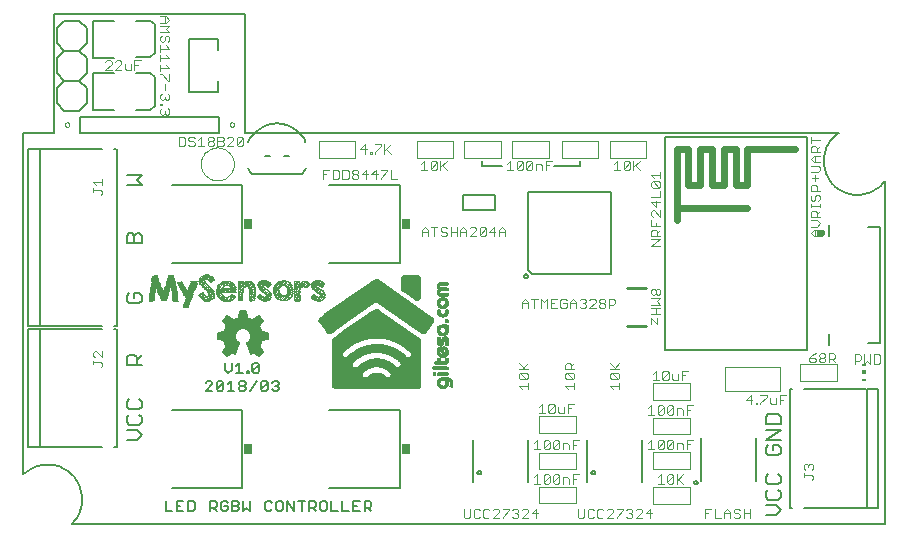
<source format=gto>
G75*
G70*
%OFA0B0*%
%FSLAX24Y24*%
%IPPOS*%
%LPD*%
%AMOC8*
5,1,8,0,0,1.08239X$1,22.5*
%
%ADD10C,0.0060*%
%ADD11C,0.0070*%
%ADD12C,0.0000*%
%ADD13C,0.0050*%
%ADD14C,0.0080*%
%ADD15R,0.0167X0.0014*%
%ADD16R,0.0195X0.0014*%
%ADD17R,0.0209X0.0014*%
%ADD18R,0.0209X0.0014*%
%ADD19R,0.0195X0.0014*%
%ADD20R,0.0209X0.0014*%
%ADD21R,0.0209X0.0014*%
%ADD22R,0.0209X0.0014*%
%ADD23R,0.0195X0.0014*%
%ADD24R,0.0195X0.0014*%
%ADD25R,0.0195X0.0014*%
%ADD26R,0.0195X0.0014*%
%ADD27R,0.0042X0.0014*%
%ADD28R,0.0153X0.0014*%
%ADD29R,0.0181X0.0014*%
%ADD30R,0.0251X0.0014*%
%ADD31R,0.0056X0.0014*%
%ADD32R,0.0125X0.0014*%
%ADD33R,0.0014X0.0014*%
%ADD34R,0.0139X0.0014*%
%ADD35R,0.0084X0.0014*%
%ADD36R,0.0139X0.0014*%
%ADD37R,0.0223X0.0014*%
%ADD38R,0.0237X0.0014*%
%ADD39R,0.0195X0.0014*%
%ADD40R,0.0181X0.0014*%
%ADD41R,0.0056X0.0014*%
%ADD42R,0.0042X0.0014*%
%ADD43R,0.0028X0.0014*%
%ADD44R,0.0084X0.0014*%
%ADD45R,0.0111X0.0014*%
%ADD46R,0.0028X0.0014*%
%ADD47R,0.0056X0.0014*%
%ADD48R,0.0070X0.0014*%
%ADD49R,0.0084X0.0014*%
%ADD50R,0.0028X0.0014*%
%ADD51R,0.0098X0.0014*%
%ADD52R,0.0070X0.0014*%
%ADD53R,0.0014X0.0014*%
%ADD54R,0.0028X0.0014*%
%ADD55R,0.0042X0.0014*%
%ADD56R,0.0042X0.0014*%
%ADD57R,0.0181X0.0014*%
%ADD58R,0.0056X0.0014*%
%ADD59R,0.0028X0.0014*%
%ADD60R,0.0028X0.0014*%
%ADD61R,0.0070X0.0014*%
%ADD62R,0.0014X0.0014*%
%ADD63R,0.0098X0.0014*%
%ADD64R,0.0084X0.0014*%
%ADD65R,0.0209X0.0014*%
%ADD66R,0.0084X0.0014*%
%ADD67R,0.0223X0.0014*%
%ADD68R,0.0042X0.0014*%
%ADD69R,0.0014X0.0014*%
%ADD70R,0.0014X0.0014*%
%ADD71R,0.0070X0.0014*%
%ADD72R,0.0223X0.0014*%
%ADD73R,0.0056X0.0014*%
%ADD74R,0.0237X0.0014*%
%ADD75R,0.0223X0.0014*%
%ADD76R,0.0042X0.0014*%
%ADD77R,0.0084X0.0014*%
%ADD78R,0.0056X0.0014*%
%ADD79R,0.0265X0.0014*%
%ADD80R,0.0237X0.0014*%
%ADD81R,0.0111X0.0014*%
%ADD82R,0.0070X0.0014*%
%ADD83R,0.0265X0.0014*%
%ADD84R,0.0251X0.0014*%
%ADD85R,0.0098X0.0014*%
%ADD86R,0.0279X0.0014*%
%ADD87R,0.0265X0.0014*%
%ADD88R,0.0153X0.0014*%
%ADD89R,0.0111X0.0014*%
%ADD90R,0.0279X0.0014*%
%ADD91R,0.0292X0.0014*%
%ADD92R,0.0306X0.0014*%
%ADD93R,0.0306X0.0014*%
%ADD94R,0.0320X0.0014*%
%ADD95R,0.0070X0.0014*%
%ADD96R,0.0320X0.0014*%
%ADD97R,0.0334X0.0014*%
%ADD98R,0.0195X0.0014*%
%ADD99R,0.0334X0.0014*%
%ADD100R,0.0334X0.0014*%
%ADD101R,0.0139X0.0014*%
%ADD102R,0.0334X0.0014*%
%ADD103R,0.0362X0.0014*%
%ADD104R,0.0348X0.0014*%
%ADD105R,0.0362X0.0014*%
%ADD106R,0.0097X0.0014*%
%ADD107R,0.0390X0.0014*%
%ADD108R,0.0487X0.0014*%
%ADD109R,0.0362X0.0014*%
%ADD110R,0.0390X0.0014*%
%ADD111R,0.0515X0.0014*%
%ADD112R,0.0376X0.0014*%
%ADD113R,0.0404X0.0014*%
%ADD114R,0.0390X0.0014*%
%ADD115R,0.0418X0.0014*%
%ADD116R,0.0097X0.0014*%
%ADD117R,0.0404X0.0014*%
%ADD118R,0.0432X0.0014*%
%ADD119R,0.0181X0.0014*%
%ADD120R,0.0404X0.0014*%
%ADD121R,0.0446X0.0014*%
%ADD122R,0.0028X0.0014*%
%ADD123R,0.0028X0.0014*%
%ADD124R,0.0056X0.0014*%
%ADD125R,0.0070X0.0014*%
%ADD126R,0.0042X0.0014*%
%ADD127R,0.0084X0.0014*%
%ADD128R,0.0042X0.0014*%
%ADD129R,0.0056X0.0014*%
%ADD130R,0.0098X0.0014*%
%ADD131R,0.0097X0.0014*%
%ADD132R,0.0111X0.0014*%
%ADD133R,0.0223X0.0014*%
%ADD134R,0.0014X0.0014*%
%ADD135R,0.0111X0.0014*%
%ADD136R,0.0125X0.0014*%
%ADD137R,0.0209X0.0014*%
%ADD138R,0.0237X0.0014*%
%ADD139R,0.0390X0.0014*%
%ADD140R,0.0014X0.0014*%
%ADD141R,0.0070X0.0014*%
%ADD142R,0.0390X0.0014*%
%ADD143R,0.0237X0.0014*%
%ADD144R,0.0181X0.0014*%
%ADD145R,0.0362X0.0014*%
%ADD146R,0.0014X0.0014*%
%ADD147R,0.0125X0.0014*%
%ADD148R,0.0265X0.0014*%
%ADD149R,0.0279X0.0014*%
%ADD150R,0.0348X0.0014*%
%ADD151R,0.0334X0.0014*%
%ADD152R,0.0111X0.0014*%
%ADD153R,0.0320X0.0014*%
%ADD154R,0.0334X0.0014*%
%ADD155R,0.0167X0.0014*%
%ADD156R,0.0223X0.0014*%
%ADD157R,0.0097X0.0014*%
%ADD158R,0.0292X0.0014*%
%ADD159R,0.0279X0.0014*%
%ADD160R,0.0167X0.0014*%
%ADD161R,0.0139X0.0014*%
%ADD162R,0.0279X0.0014*%
%ADD163R,0.0306X0.0014*%
%ADD164R,0.0223X0.0014*%
%ADD165R,0.0279X0.0014*%
%ADD166R,0.0084X0.0014*%
%ADD167R,0.0111X0.0014*%
%ADD168R,0.0293X0.0014*%
%ADD169R,0.0265X0.0014*%
%ADD170R,0.0251X0.0014*%
%ADD171R,0.0251X0.0014*%
%ADD172R,0.0293X0.0014*%
%ADD173R,0.0251X0.0014*%
%ADD174R,0.0251X0.0014*%
%ADD175R,0.0237X0.0014*%
%ADD176R,0.0111X0.0014*%
%ADD177C,0.0200*%
%ADD178C,0.0250*%
%ADD179C,0.0010*%
%ADD180C,0.0040*%
%ADD181C,0.0087*%
%ADD182C,0.0240*%
%ADD183C,0.0160*%
%ADD184R,0.0300X0.0340*%
%ADD185R,0.0118X0.0059*%
%ADD186R,0.0118X0.0118*%
D10*
X005261Y000930D02*
X005488Y000930D01*
X005629Y000930D02*
X005856Y000930D01*
X005998Y000930D02*
X006168Y000930D01*
X006224Y000987D01*
X006224Y001214D01*
X006168Y001270D01*
X005998Y001270D01*
X005998Y000930D01*
X005743Y001100D02*
X005629Y001100D01*
X005629Y001270D02*
X005629Y000930D01*
X005629Y001270D02*
X005856Y001270D01*
X005261Y001270D02*
X005261Y000930D01*
X006734Y000930D02*
X006734Y001270D01*
X006904Y001270D01*
X006961Y001214D01*
X006961Y001100D01*
X006904Y001043D01*
X006734Y001043D01*
X006848Y001043D02*
X006961Y000930D01*
X007103Y000987D02*
X007103Y001214D01*
X007159Y001270D01*
X007273Y001270D01*
X007329Y001214D01*
X007329Y001100D02*
X007216Y001100D01*
X007329Y001100D02*
X007329Y000987D01*
X007273Y000930D01*
X007159Y000930D01*
X007103Y000987D01*
X007471Y000930D02*
X007641Y000930D01*
X007698Y000987D01*
X007698Y001043D01*
X007641Y001100D01*
X007471Y001100D01*
X007471Y000930D02*
X007471Y001270D01*
X007641Y001270D01*
X007698Y001214D01*
X007698Y001157D01*
X007641Y001100D01*
X007839Y000930D02*
X007953Y001043D01*
X008066Y000930D01*
X008066Y001270D01*
X007839Y001270D02*
X007839Y000930D01*
X008576Y000987D02*
X008633Y000930D01*
X008746Y000930D01*
X008803Y000987D01*
X008944Y000987D02*
X008944Y001214D01*
X009001Y001270D01*
X009114Y001270D01*
X009171Y001214D01*
X009171Y000987D01*
X009114Y000930D01*
X009001Y000930D01*
X008944Y000987D01*
X008803Y001214D02*
X008746Y001270D01*
X008633Y001270D01*
X008576Y001214D01*
X008576Y000987D01*
X009312Y000930D02*
X009312Y001270D01*
X009539Y000930D01*
X009539Y001270D01*
X009681Y001270D02*
X009908Y001270D01*
X009794Y001270D02*
X009794Y000930D01*
X010049Y000930D02*
X010049Y001270D01*
X010219Y001270D01*
X010276Y001214D01*
X010276Y001100D01*
X010219Y001043D01*
X010049Y001043D01*
X010163Y001043D02*
X010276Y000930D01*
X010417Y000987D02*
X010417Y001214D01*
X010474Y001270D01*
X010588Y001270D01*
X010644Y001214D01*
X010644Y000987D01*
X010588Y000930D01*
X010474Y000930D01*
X010417Y000987D01*
X010786Y000930D02*
X011013Y000930D01*
X011154Y000930D02*
X011381Y000930D01*
X011522Y000930D02*
X011749Y000930D01*
X011891Y000930D02*
X011891Y001270D01*
X012061Y001270D01*
X012118Y001214D01*
X012118Y001100D01*
X012061Y001043D01*
X011891Y001043D01*
X012004Y001043D02*
X012118Y000930D01*
X011636Y001100D02*
X011522Y001100D01*
X011522Y001270D02*
X011522Y000930D01*
X011154Y000930D02*
X011154Y001270D01*
X010786Y001270D02*
X010786Y000930D01*
X011522Y001270D02*
X011749Y001270D01*
X015490Y001890D02*
X015490Y003310D01*
X017350Y003310D02*
X017350Y001890D01*
X019290Y001890D02*
X019290Y003310D01*
X021150Y003310D02*
X021150Y001890D01*
X023090Y001940D02*
X023090Y003360D01*
X024950Y003360D02*
X024950Y001940D01*
X009028Y004987D02*
X008971Y004930D01*
X008858Y004930D01*
X008801Y004987D01*
X008659Y004987D02*
X008603Y004930D01*
X008489Y004930D01*
X008432Y004987D01*
X008659Y005214D01*
X008659Y004987D01*
X008432Y004987D02*
X008432Y005214D01*
X008489Y005270D01*
X008603Y005270D01*
X008659Y005214D01*
X008801Y005214D02*
X008858Y005270D01*
X008971Y005270D01*
X009028Y005214D01*
X009028Y005157D01*
X008971Y005100D01*
X009028Y005043D01*
X009028Y004987D01*
X008971Y005100D02*
X008914Y005100D01*
X008291Y005270D02*
X008064Y004930D01*
X007923Y004987D02*
X007866Y004930D01*
X007753Y004930D01*
X007696Y004987D01*
X007696Y005043D01*
X007753Y005100D01*
X007866Y005100D01*
X007923Y005043D01*
X007923Y004987D01*
X007866Y005100D02*
X007923Y005157D01*
X007923Y005214D01*
X007866Y005270D01*
X007753Y005270D01*
X007696Y005214D01*
X007696Y005157D01*
X007753Y005100D01*
X007554Y004930D02*
X007328Y004930D01*
X007441Y004930D02*
X007441Y005270D01*
X007328Y005157D01*
X007186Y005214D02*
X006959Y004987D01*
X007016Y004930D01*
X007129Y004930D01*
X007186Y004987D01*
X007186Y005214D01*
X007129Y005270D01*
X007016Y005270D01*
X006959Y005214D01*
X006959Y004987D01*
X006818Y004930D02*
X006591Y004930D01*
X006818Y005157D01*
X006818Y005214D01*
X006761Y005270D01*
X006648Y005270D01*
X006591Y005214D01*
X007235Y005643D02*
X007349Y005530D01*
X007462Y005643D01*
X007462Y005870D01*
X007604Y005757D02*
X007717Y005870D01*
X007717Y005530D01*
X007604Y005530D02*
X007831Y005530D01*
X007972Y005530D02*
X008029Y005530D01*
X008029Y005587D01*
X007972Y005587D01*
X007972Y005530D01*
X008156Y005587D02*
X008156Y005814D01*
X008213Y005870D01*
X008326Y005870D01*
X008383Y005814D01*
X008156Y005587D01*
X008213Y005530D01*
X008326Y005530D01*
X008383Y005587D01*
X008383Y005814D01*
X008360Y006100D02*
X008180Y006220D01*
X008100Y006180D01*
X007960Y006520D01*
X008000Y006500D02*
X008100Y006200D01*
X008200Y006250D01*
X008350Y006150D01*
X008450Y006250D01*
X008350Y006400D01*
X008400Y006650D01*
X008650Y006700D01*
X008650Y006850D01*
X008450Y006850D01*
X008350Y007100D01*
X008450Y007300D01*
X008350Y007400D01*
X008150Y007250D01*
X007950Y007350D01*
X007900Y007550D01*
X007750Y007550D01*
X007700Y007350D01*
X007500Y007250D01*
X007350Y007400D01*
X007200Y007300D01*
X007350Y007100D01*
X007250Y006850D01*
X007050Y006850D01*
X007050Y006700D01*
X007250Y006650D01*
X007350Y006400D01*
X007250Y006250D01*
X007350Y006150D01*
X007500Y006250D01*
X007550Y006250D01*
X007700Y006500D01*
X007550Y006600D01*
X007550Y006900D01*
X007700Y007050D01*
X007900Y007050D01*
X008100Y006950D01*
X008150Y006700D01*
X008000Y006500D01*
X008019Y006526D02*
X008375Y006526D01*
X008387Y006584D02*
X008063Y006584D01*
X008107Y006643D02*
X008399Y006643D01*
X008450Y006620D02*
X008670Y006660D01*
X008670Y006860D01*
X008450Y006900D01*
X008439Y006877D02*
X008115Y006877D01*
X008103Y006935D02*
X008416Y006935D01*
X008393Y006994D02*
X008013Y006994D01*
X008126Y006818D02*
X008650Y006818D01*
X008650Y006760D02*
X008138Y006760D01*
X008150Y006701D02*
X008650Y006701D01*
X008363Y006467D02*
X008011Y006467D01*
X008030Y006409D02*
X008352Y006409D01*
X008370Y006420D02*
X008500Y006240D01*
X008360Y006100D01*
X008375Y006175D02*
X008313Y006175D01*
X008225Y006233D02*
X008433Y006233D01*
X008422Y006292D02*
X008069Y006292D01*
X008050Y006350D02*
X008383Y006350D01*
X008166Y006233D02*
X008089Y006233D01*
X007720Y006520D02*
X007570Y006180D01*
X007500Y006220D01*
X007320Y006100D01*
X007180Y006240D01*
X007300Y006420D01*
X007347Y006409D02*
X007645Y006409D01*
X007680Y006467D02*
X007323Y006467D01*
X007300Y006526D02*
X007662Y006526D01*
X007574Y006584D02*
X007276Y006584D01*
X007253Y006643D02*
X007550Y006643D01*
X007550Y006701D02*
X007050Y006701D01*
X007050Y006760D02*
X007550Y006760D01*
X007550Y006818D02*
X007050Y006818D01*
X007000Y006860D02*
X007230Y006900D01*
X007261Y006877D02*
X007550Y006877D01*
X007585Y006935D02*
X007284Y006935D01*
X007307Y006994D02*
X007644Y006994D01*
X007222Y006604D02*
X007237Y006557D01*
X007255Y006511D01*
X007277Y006467D01*
X007302Y006425D01*
X007317Y006350D02*
X007610Y006350D01*
X007575Y006292D02*
X007278Y006292D01*
X007267Y006233D02*
X007475Y006233D01*
X007387Y006175D02*
X007325Y006175D01*
X007235Y005870D02*
X007235Y005643D01*
X007220Y006620D02*
X007000Y006660D01*
X007000Y006860D01*
X007331Y007052D02*
X008369Y007052D01*
X008360Y007090D02*
X008500Y007280D01*
X008360Y007420D01*
X008160Y007290D01*
X008198Y007286D02*
X008443Y007286D01*
X008414Y007228D02*
X007254Y007228D01*
X007210Y007286D02*
X007464Y007286D01*
X007510Y007290D02*
X007320Y007420D01*
X007180Y007280D01*
X007310Y007090D01*
X007342Y007111D02*
X008355Y007111D01*
X008385Y007169D02*
X007298Y007169D01*
X007267Y007345D02*
X007405Y007345D01*
X007572Y007286D02*
X008078Y007286D01*
X007980Y007360D02*
X007930Y007600D01*
X007740Y007600D01*
X007690Y007360D01*
X007689Y007345D02*
X007961Y007345D01*
X007937Y007403D02*
X007713Y007403D01*
X007728Y007462D02*
X007922Y007462D01*
X007907Y007520D02*
X007743Y007520D01*
X008276Y007345D02*
X008405Y007345D01*
X008365Y007088D02*
X008387Y007053D01*
X008407Y007017D01*
X008425Y006979D01*
X008440Y006940D01*
X008452Y006900D01*
X007960Y006520D02*
X007988Y006536D01*
X008015Y006555D01*
X008038Y006577D01*
X008059Y006602D01*
X008077Y006630D01*
X008092Y006659D01*
X008102Y006690D01*
X008110Y006721D01*
X008113Y006754D01*
X008112Y006786D01*
X008108Y006819D01*
X008099Y006850D01*
X008087Y006880D01*
X008072Y006909D01*
X008053Y006936D01*
X008031Y006960D01*
X008007Y006981D01*
X007980Y007000D01*
X007951Y007015D01*
X007920Y007026D01*
X007889Y007034D01*
X007856Y007038D01*
X007824Y007038D01*
X007791Y007034D01*
X007760Y007026D01*
X007729Y007015D01*
X007700Y007000D01*
X007673Y006981D01*
X007649Y006960D01*
X007627Y006936D01*
X007608Y006909D01*
X007593Y006880D01*
X007581Y006850D01*
X007572Y006819D01*
X007568Y006786D01*
X007567Y006754D01*
X007570Y006721D01*
X007578Y006690D01*
X007588Y006659D01*
X007603Y006630D01*
X007621Y006602D01*
X007642Y006577D01*
X007665Y006555D01*
X007692Y006536D01*
X007720Y006520D01*
X007512Y007286D02*
X007554Y007309D01*
X007597Y007328D01*
X007642Y007345D01*
X007688Y007357D01*
X007980Y007361D02*
X008026Y007349D01*
X008072Y007333D01*
X008116Y007313D01*
X008159Y007290D01*
X008449Y006621D02*
X008439Y006579D01*
X008426Y006538D01*
X008410Y006498D01*
X008391Y006459D01*
X008369Y006422D01*
X007228Y006902D02*
X007239Y006942D01*
X007253Y006981D01*
X007269Y007018D01*
X007288Y007055D01*
X007309Y007090D01*
X002380Y014270D02*
X001880Y014270D01*
X001630Y014520D01*
X001630Y015020D01*
X001880Y015270D01*
X001630Y015520D01*
X001630Y016020D01*
X001880Y016270D01*
X001630Y016520D01*
X001630Y017020D01*
X001880Y017270D01*
X002380Y017270D01*
X002630Y017020D01*
X002630Y016520D01*
X002380Y016270D01*
X002630Y016020D01*
X002630Y015520D01*
X002380Y015270D01*
X002630Y015020D01*
X002630Y014520D01*
X002380Y014270D01*
X002380Y015270D02*
X001880Y015270D01*
X001880Y016270D02*
X002380Y016270D01*
D11*
X003975Y012134D02*
X004465Y012134D01*
X004302Y011971D01*
X004465Y011807D01*
X003975Y011807D01*
X004056Y010184D02*
X004138Y010184D01*
X004220Y010102D01*
X004220Y009857D01*
X004465Y009857D02*
X003975Y009857D01*
X003975Y010102D01*
X004056Y010184D01*
X004220Y010102D02*
X004302Y010184D01*
X004383Y010184D01*
X004465Y010102D01*
X004465Y009857D01*
X004383Y008184D02*
X004220Y008184D01*
X004220Y008021D01*
X004383Y008184D02*
X004465Y008102D01*
X004465Y007939D01*
X004383Y007857D01*
X004056Y007857D01*
X003975Y007939D01*
X003975Y008102D01*
X004056Y008184D01*
X004056Y006134D02*
X004220Y006134D01*
X004302Y006052D01*
X004302Y005807D01*
X004465Y005807D02*
X003975Y005807D01*
X003975Y006052D01*
X004056Y006134D01*
X004302Y005971D02*
X004465Y006134D01*
X004383Y004650D02*
X004465Y004568D01*
X004465Y004405D01*
X004383Y004323D01*
X004056Y004323D01*
X003975Y004405D01*
X003975Y004568D01*
X004056Y004650D01*
X004056Y004134D02*
X003975Y004052D01*
X003975Y003889D01*
X004056Y003807D01*
X004383Y003807D01*
X004465Y003889D01*
X004465Y004052D01*
X004383Y004134D01*
X004302Y003618D02*
X003975Y003618D01*
X004302Y003618D02*
X004465Y003455D01*
X004302Y003292D01*
X003975Y003292D01*
X025275Y003307D02*
X025765Y003634D01*
X025275Y003634D01*
X025275Y003823D02*
X025275Y004068D01*
X025356Y004150D01*
X025683Y004150D01*
X025765Y004068D01*
X025765Y003823D01*
X025275Y003823D01*
X025275Y003307D02*
X025765Y003307D01*
X025683Y003118D02*
X025520Y003118D01*
X025520Y002955D01*
X025683Y002792D02*
X025356Y002792D01*
X025275Y002873D01*
X025275Y003037D01*
X025356Y003118D01*
X025683Y003118D02*
X025765Y003037D01*
X025765Y002873D01*
X025683Y002792D01*
X025683Y002150D02*
X025765Y002068D01*
X025765Y001905D01*
X025683Y001823D01*
X025356Y001823D01*
X025275Y001905D01*
X025275Y002068D01*
X025356Y002150D01*
X025356Y001634D02*
X025275Y001552D01*
X025275Y001389D01*
X025356Y001307D01*
X025683Y001307D01*
X025765Y001389D01*
X025765Y001552D01*
X025683Y001634D01*
X025602Y001118D02*
X025275Y001118D01*
X025602Y001118D02*
X025765Y000955D01*
X025602Y000792D01*
X025275Y000792D01*
D12*
X006434Y012503D02*
X006436Y012550D01*
X006442Y012596D01*
X006452Y012642D01*
X006465Y012686D01*
X006483Y012730D01*
X006504Y012771D01*
X006528Y012811D01*
X006556Y012849D01*
X006587Y012884D01*
X006621Y012916D01*
X006657Y012945D01*
X006696Y012971D01*
X006736Y012994D01*
X006779Y013013D01*
X006823Y013029D01*
X006868Y013041D01*
X006914Y013049D01*
X006961Y013053D01*
X007007Y013053D01*
X007054Y013049D01*
X007100Y013041D01*
X007145Y013029D01*
X007189Y013013D01*
X007232Y012994D01*
X007272Y012971D01*
X007311Y012945D01*
X007347Y012916D01*
X007381Y012884D01*
X007412Y012849D01*
X007440Y012811D01*
X007464Y012771D01*
X007485Y012730D01*
X007503Y012686D01*
X007516Y012642D01*
X007526Y012596D01*
X007532Y012550D01*
X007534Y012503D01*
X007532Y012456D01*
X007526Y012410D01*
X007516Y012364D01*
X007503Y012320D01*
X007485Y012276D01*
X007464Y012235D01*
X007440Y012195D01*
X007412Y012157D01*
X007381Y012122D01*
X007347Y012090D01*
X007311Y012061D01*
X007272Y012035D01*
X007232Y012012D01*
X007189Y011993D01*
X007145Y011977D01*
X007100Y011965D01*
X007054Y011957D01*
X007007Y011953D01*
X006961Y011953D01*
X006914Y011957D01*
X006868Y011965D01*
X006823Y011977D01*
X006779Y011993D01*
X006736Y012012D01*
X006696Y012035D01*
X006657Y012061D01*
X006621Y012090D01*
X006587Y012122D01*
X006556Y012157D01*
X006528Y012195D01*
X006504Y012235D01*
X006483Y012276D01*
X006465Y012320D01*
X006452Y012364D01*
X006442Y012410D01*
X006436Y012456D01*
X006434Y012503D01*
X007395Y013810D02*
X007397Y013827D01*
X007402Y013843D01*
X007411Y013857D01*
X007423Y013869D01*
X007437Y013878D01*
X007453Y013883D01*
X007470Y013885D01*
X007487Y013883D01*
X007503Y013878D01*
X007517Y013869D01*
X007529Y013857D01*
X007538Y013843D01*
X007543Y013827D01*
X007545Y013810D01*
X007543Y013793D01*
X007538Y013777D01*
X007529Y013763D01*
X007517Y013751D01*
X007503Y013742D01*
X007487Y013737D01*
X007470Y013735D01*
X007453Y013737D01*
X007437Y013742D01*
X007423Y013751D01*
X007411Y013763D01*
X007402Y013777D01*
X007397Y013793D01*
X007395Y013810D01*
X001905Y013810D02*
X001907Y013827D01*
X001912Y013843D01*
X001921Y013857D01*
X001933Y013869D01*
X001947Y013878D01*
X001963Y013883D01*
X001980Y013885D01*
X001997Y013883D01*
X002013Y013878D01*
X002027Y013869D01*
X002039Y013857D01*
X002048Y013843D01*
X002053Y013827D01*
X002055Y013810D01*
X002053Y013793D01*
X002048Y013777D01*
X002039Y013763D01*
X002027Y013751D01*
X002013Y013742D01*
X001997Y013737D01*
X001980Y013735D01*
X001963Y013737D01*
X001947Y013742D01*
X001933Y013751D01*
X001921Y013763D01*
X001912Y013777D01*
X001907Y013793D01*
X001905Y013810D01*
D13*
X006040Y014890D02*
X007010Y014890D01*
X007010Y015250D01*
X006040Y014890D02*
X006040Y016650D01*
X007010Y016650D01*
X007010Y016290D01*
X008567Y012750D02*
X008723Y012750D01*
X008020Y012353D02*
X008047Y012299D01*
X008077Y012248D01*
X008110Y012198D01*
X008145Y012150D01*
X009795Y012150D01*
X009373Y012750D02*
X009217Y012750D01*
X009924Y012362D02*
X009897Y012306D01*
X009866Y012252D01*
X009832Y012200D01*
X009795Y012150D01*
X009920Y013247D02*
X009891Y013304D01*
X009858Y013360D01*
X009823Y013413D01*
X009783Y013464D01*
X009741Y013512D01*
X009696Y013558D01*
X009649Y013601D01*
X009599Y013641D01*
X009546Y013678D01*
X009491Y013711D01*
X009435Y013742D01*
X009376Y013768D01*
X009316Y013791D01*
X009255Y013811D01*
X009193Y013826D01*
X009130Y013838D01*
X009066Y013846D01*
X009002Y013850D01*
X008938Y013850D01*
X008874Y013846D01*
X008810Y013838D01*
X008747Y013826D01*
X008685Y013811D01*
X008624Y013791D01*
X008564Y013768D01*
X008505Y013742D01*
X008449Y013711D01*
X008394Y013678D01*
X008341Y013641D01*
X008291Y013601D01*
X008244Y013558D01*
X008199Y013512D01*
X008157Y013464D01*
X008117Y013413D01*
X008082Y013360D01*
X008049Y013304D01*
X008020Y013247D01*
X013157Y008743D02*
X013159Y008746D01*
X013161Y008748D01*
X013164Y008750D01*
X013166Y008752D01*
X013169Y008754D01*
X013171Y008756D01*
X013174Y008758D01*
X013177Y008760D01*
X013180Y008761D01*
X013183Y008762D01*
X013186Y008764D01*
X013189Y008765D01*
X013192Y008766D01*
X013228Y008769D01*
X013271Y008771D01*
X013482Y008772D01*
X013549Y008771D01*
X013658Y008770D01*
X013661Y008770D01*
X013664Y008769D01*
X013667Y008769D01*
X013670Y008768D01*
X013673Y008767D01*
X013676Y008766D01*
X013679Y008765D01*
X013682Y008764D01*
X013685Y008762D01*
X013688Y008761D01*
X013691Y008759D01*
X013694Y008757D01*
X013696Y008755D01*
X013699Y008754D01*
X013702Y008752D01*
X013704Y008749D01*
X013706Y008747D01*
X013709Y008745D01*
X013711Y008743D01*
X013713Y008740D01*
X013715Y008738D01*
X013717Y008735D01*
X013719Y008732D01*
X013720Y008730D01*
X013722Y008727D01*
X013723Y008724D01*
X013725Y008721D01*
X013726Y008718D01*
X013727Y008715D01*
X013728Y008711D01*
X013729Y008704D01*
X013731Y008694D01*
X013731Y008653D01*
X013732Y008627D01*
X013732Y008508D01*
X013733Y008475D01*
X013733Y008462D01*
X013732Y008298D01*
X013732Y008048D01*
X013731Y008042D01*
X013730Y008036D01*
X013729Y008030D01*
X013727Y008025D01*
X013725Y008019D01*
X013722Y008014D01*
X013719Y008009D01*
X013716Y008005D01*
X013712Y008000D01*
X013708Y007996D01*
X013704Y007992D01*
X013699Y007988D01*
X013694Y007985D01*
X013689Y007982D01*
X013684Y007979D01*
X013679Y007976D01*
X013673Y007974D01*
X013668Y007972D01*
X013662Y007971D01*
X013656Y007970D01*
X013650Y007969D01*
X013644Y007969D01*
X013639Y007969D01*
X013633Y007970D01*
X013627Y007971D01*
X013621Y007973D01*
X013616Y007975D01*
X013610Y007977D01*
X013605Y007980D01*
X013551Y008017D01*
X013430Y008100D01*
X013216Y008250D01*
X013183Y008273D01*
X013175Y008280D01*
X013169Y008284D01*
X013166Y008287D01*
X013164Y008289D01*
X013161Y008292D01*
X013159Y008294D01*
X013156Y008297D01*
X013154Y008300D01*
X013152Y008302D01*
X013150Y008305D01*
X013148Y008308D01*
X013146Y008312D01*
X013144Y008315D01*
X013143Y008318D01*
X013141Y008322D01*
X013139Y008329D01*
X013137Y008335D01*
X013135Y008342D01*
X013133Y008349D01*
X013132Y008356D01*
X013131Y008364D01*
X013130Y008371D01*
X013130Y008378D01*
X013130Y008385D01*
X013130Y008392D01*
X013130Y008399D01*
X013130Y008406D01*
X013130Y008413D01*
X013131Y008428D01*
X013134Y008471D01*
X013134Y008478D01*
X013135Y008486D01*
X013135Y008493D01*
X013135Y008500D01*
X013135Y008507D01*
X013134Y008514D01*
X013134Y008521D01*
X013133Y008528D01*
X013133Y008534D01*
X013134Y008540D01*
X013134Y008546D01*
X013134Y008552D01*
X013134Y008563D01*
X013134Y008581D01*
X013131Y008633D01*
X013131Y008645D01*
X013131Y008651D01*
X013131Y008656D01*
X013131Y008662D01*
X013131Y008668D01*
X013131Y008674D01*
X013132Y008680D01*
X013133Y008685D01*
X013133Y008691D01*
X013134Y008697D01*
X013135Y008700D01*
X013136Y008703D01*
X013137Y008707D01*
X013137Y008710D01*
X013138Y008713D01*
X013140Y008716D01*
X013141Y008719D01*
X013142Y008722D01*
X013144Y008725D01*
X013145Y008728D01*
X013147Y008730D01*
X013149Y008733D01*
X013151Y008736D01*
X013153Y008738D01*
X013155Y008741D01*
X013157Y008743D01*
X012355Y008617D02*
X014082Y007409D01*
X014139Y007368D01*
X014154Y007356D01*
X014162Y007348D01*
X014171Y007340D01*
X014173Y007338D01*
X014174Y007336D01*
X014176Y007334D01*
X014177Y007331D01*
X014179Y007329D01*
X014180Y007327D01*
X014181Y007324D01*
X014183Y007322D01*
X014184Y007319D01*
X014184Y007317D01*
X014185Y007314D01*
X014186Y007311D01*
X014186Y007309D01*
X014187Y007306D01*
X014187Y007303D01*
X014188Y007300D01*
X014188Y007298D01*
X014188Y007295D01*
X014188Y007292D01*
X014188Y007289D01*
X014187Y007287D01*
X014187Y007284D01*
X014187Y007281D01*
X014186Y007279D01*
X014186Y007276D01*
X014185Y007273D01*
X014184Y007270D01*
X014184Y007268D01*
X014183Y007265D01*
X014181Y007260D01*
X014179Y007254D01*
X014175Y007246D01*
X014169Y007236D01*
X014139Y007193D01*
X014008Y007005D01*
X013969Y006950D01*
X013946Y006918D01*
X013929Y006896D01*
X013913Y006875D01*
X013910Y006872D01*
X013907Y006869D01*
X013904Y006866D01*
X013901Y006864D01*
X013898Y006861D01*
X013894Y006860D01*
X013891Y006858D01*
X013887Y006856D01*
X013883Y006855D01*
X013880Y006854D01*
X013876Y006853D01*
X013872Y006852D01*
X013868Y006852D01*
X013864Y006851D01*
X013860Y006851D01*
X013856Y006851D01*
X013852Y006851D01*
X013848Y006852D01*
X013844Y006852D01*
X013840Y006853D01*
X013836Y006853D01*
X013832Y006854D01*
X013828Y006856D01*
X013824Y006857D01*
X013820Y006858D01*
X013816Y006860D01*
X013813Y006861D01*
X013809Y006863D01*
X013806Y006865D01*
X012288Y007926D01*
X010848Y006919D01*
X010841Y006914D01*
X010800Y006885D01*
X010788Y006877D01*
X010781Y006872D01*
X010777Y006870D01*
X010773Y006868D01*
X010769Y006865D01*
X010765Y006863D01*
X010760Y006861D01*
X010756Y006860D01*
X010752Y006858D01*
X010748Y006856D01*
X010743Y006855D01*
X010739Y006853D01*
X010734Y006852D01*
X010731Y006851D01*
X010727Y006851D01*
X010723Y006850D01*
X010719Y006850D01*
X010715Y006850D01*
X010709Y006850D01*
X010703Y006851D01*
X010698Y006853D01*
X010692Y006855D01*
X010687Y006857D01*
X010682Y006860D01*
X010680Y006861D01*
X010678Y006863D01*
X010675Y006865D01*
X010670Y006868D01*
X010666Y006872D01*
X010662Y006876D01*
X010656Y006883D01*
X010646Y006894D01*
X010624Y006925D01*
X010432Y007199D01*
X010402Y007243D01*
X010400Y007246D01*
X010398Y007249D01*
X010397Y007252D01*
X010395Y007256D01*
X010394Y007259D01*
X010393Y007262D01*
X010392Y007266D01*
X010391Y007269D01*
X010390Y007273D01*
X010389Y007276D01*
X010389Y007280D01*
X010388Y007283D01*
X010388Y007287D01*
X010388Y007291D01*
X010388Y007294D01*
X010388Y007298D01*
X010388Y007301D01*
X010389Y007305D01*
X010389Y007308D01*
X010390Y007312D01*
X010391Y007315D01*
X010392Y007319D01*
X010394Y007322D01*
X010395Y007325D01*
X010397Y007328D01*
X010398Y007331D01*
X010400Y007334D01*
X010403Y007337D01*
X010405Y007340D01*
X010410Y007345D01*
X010414Y007349D01*
X010419Y007353D01*
X010424Y007358D01*
X010429Y007362D01*
X010439Y007370D01*
X010449Y007378D01*
X010465Y007390D01*
X010540Y007441D01*
X010556Y007453D01*
X012192Y008597D01*
X012223Y008619D01*
X012233Y008625D01*
X012240Y008629D01*
X012247Y008633D01*
X012250Y008634D01*
X012254Y008636D01*
X012258Y008637D01*
X012261Y008639D01*
X012265Y008640D01*
X012268Y008641D01*
X012272Y008642D01*
X012276Y008643D01*
X012280Y008644D01*
X012284Y008644D01*
X012287Y008645D01*
X012291Y008645D01*
X012298Y008644D01*
X012305Y008642D01*
X012314Y008639D01*
X012330Y008632D01*
X012355Y008617D01*
X012293Y007643D02*
X012290Y007643D01*
X012288Y007643D01*
X012285Y007644D01*
X012283Y007643D01*
X012280Y007643D01*
X012278Y007643D01*
X012275Y007643D01*
X012272Y007642D01*
X012270Y007642D01*
X012267Y007641D01*
X012265Y007640D01*
X012260Y007638D01*
X012255Y007635D01*
X012250Y007633D01*
X012240Y007627D01*
X012230Y007621D01*
X012220Y007615D01*
X012201Y007603D01*
X012127Y007550D01*
X011222Y006917D01*
X010878Y006675D01*
X010866Y006667D01*
X010854Y006657D01*
X010850Y006653D01*
X010847Y006649D01*
X010845Y006645D01*
X010843Y006641D01*
X010841Y006638D01*
X010840Y006634D01*
X010839Y006631D01*
X010837Y006627D01*
X010836Y006623D01*
X010835Y006620D01*
X010835Y006616D01*
X010834Y006612D01*
X010833Y006609D01*
X010833Y006605D01*
X010832Y006597D01*
X010831Y006590D01*
X010830Y006552D01*
X010829Y006537D01*
X010829Y005300D01*
X010829Y005276D01*
X010829Y005194D01*
X010830Y005177D01*
X010831Y005161D01*
X010831Y005153D01*
X010832Y005145D01*
X010832Y005137D01*
X010833Y005128D01*
X010834Y005120D01*
X010835Y005112D01*
X010836Y005104D01*
X010838Y005096D01*
X010839Y005088D01*
X010841Y005080D01*
X010843Y005072D01*
X010845Y005064D01*
X010872Y005053D01*
X010891Y005046D01*
X010901Y005043D01*
X010907Y005041D01*
X010913Y005040D01*
X010917Y005040D01*
X010920Y005039D01*
X010923Y005039D01*
X010926Y005039D01*
X010930Y005039D01*
X010933Y005039D01*
X010936Y005039D01*
X013658Y005039D01*
X013662Y005039D01*
X013666Y005040D01*
X013670Y005041D01*
X013674Y005042D01*
X013678Y005043D01*
X013681Y005044D01*
X013685Y005046D01*
X013689Y005047D01*
X013692Y005049D01*
X013695Y005051D01*
X013699Y005054D01*
X013702Y005056D01*
X013705Y005058D01*
X013708Y005061D01*
X013711Y005064D01*
X013714Y005067D01*
X013717Y005070D01*
X013719Y005073D01*
X013722Y005076D01*
X013724Y005079D01*
X013726Y005083D01*
X013728Y005086D01*
X013730Y005090D01*
X013731Y005093D01*
X013733Y005097D01*
X013734Y005101D01*
X013735Y005105D01*
X013736Y005108D01*
X013737Y005112D01*
X013736Y005147D01*
X013737Y005163D01*
X013737Y006587D01*
X013737Y006594D01*
X013737Y006601D01*
X013736Y006608D01*
X013735Y006615D01*
X013734Y006618D01*
X013734Y006622D01*
X013733Y006625D01*
X013732Y006629D01*
X013731Y006632D01*
X013730Y006635D01*
X013729Y006639D01*
X013727Y006642D01*
X013726Y006645D01*
X013724Y006648D01*
X013722Y006651D01*
X013721Y006654D01*
X013719Y006657D01*
X013716Y006660D01*
X013714Y006662D01*
X013712Y006665D01*
X013709Y006667D01*
X013706Y006670D01*
X013704Y006672D01*
X013701Y006674D01*
X013697Y006675D01*
X012416Y007573D01*
X012336Y007627D01*
X012327Y007632D01*
X012320Y007635D01*
X012313Y007638D01*
X012308Y007640D01*
X012303Y007641D01*
X012298Y007642D01*
X012293Y007643D01*
X012282Y006710D02*
X012248Y006710D01*
X012213Y006708D01*
X012179Y006706D01*
X012153Y006704D01*
X012128Y006701D01*
X012102Y006698D01*
X012077Y006695D01*
X012052Y006691D01*
X012026Y006687D01*
X012001Y006683D01*
X011976Y006678D01*
X011951Y006672D01*
X011926Y006667D01*
X011901Y006660D01*
X011876Y006654D01*
X011851Y006647D01*
X011827Y006640D01*
X011802Y006632D01*
X011778Y006624D01*
X011754Y006615D01*
X011730Y006606D01*
X011706Y006597D01*
X011682Y006587D01*
X011658Y006577D01*
X011635Y006567D01*
X011612Y006556D01*
X011588Y006545D01*
X011565Y006534D01*
X011543Y006522D01*
X011520Y006509D01*
X011498Y006497D01*
X011476Y006484D01*
X011464Y006477D01*
X011452Y006469D01*
X011440Y006462D01*
X011428Y006454D01*
X011416Y006447D01*
X011404Y006439D01*
X011393Y006431D01*
X011381Y006423D01*
X011370Y006415D01*
X011358Y006407D01*
X011347Y006399D01*
X011336Y006390D01*
X011324Y006382D01*
X011313Y006373D01*
X011302Y006364D01*
X011291Y006356D01*
X011281Y006347D01*
X011270Y006338D01*
X011259Y006329D01*
X011248Y006319D01*
X011238Y006310D01*
X011227Y006301D01*
X011217Y006291D01*
X011207Y006282D01*
X011197Y006272D01*
X011186Y006262D01*
X011176Y006253D01*
X011166Y006243D01*
X011156Y006233D01*
X011151Y006226D01*
X011147Y006220D01*
X011142Y006213D01*
X011139Y006206D01*
X011136Y006199D01*
X011133Y006191D01*
X011132Y006183D01*
X011130Y006176D01*
X011129Y006168D01*
X011129Y006160D01*
X011129Y006152D01*
X011130Y006144D01*
X011131Y006136D01*
X011132Y006128D01*
X011134Y006120D01*
X011137Y006112D01*
X011140Y006105D01*
X011143Y006098D01*
X011147Y006091D01*
X011151Y006084D01*
X011156Y006078D01*
X011161Y006072D01*
X011166Y006066D01*
X011172Y006061D01*
X011179Y006056D01*
X011185Y006051D01*
X011192Y006048D01*
X011200Y006044D01*
X011207Y006042D01*
X011212Y006040D01*
X011217Y006038D01*
X011221Y006036D01*
X011226Y006035D01*
X011231Y006034D01*
X011236Y006033D01*
X011240Y006033D01*
X011245Y006033D01*
X011250Y006032D01*
X011255Y006033D01*
X011260Y006033D01*
X011265Y006034D01*
X011269Y006034D01*
X011274Y006035D01*
X011279Y006036D01*
X011284Y006038D01*
X011288Y006039D01*
X011293Y006041D01*
X011298Y006043D01*
X011302Y006045D01*
X011306Y006047D01*
X011311Y006049D01*
X011315Y006052D01*
X011319Y006055D01*
X011323Y006057D01*
X011327Y006060D01*
X011331Y006063D01*
X011334Y006067D01*
X011338Y006070D01*
X011354Y006085D01*
X011370Y006100D01*
X011386Y006115D01*
X011402Y006130D01*
X011419Y006144D01*
X011435Y006158D01*
X011453Y006172D01*
X011470Y006185D01*
X011487Y006199D01*
X011505Y006212D01*
X011523Y006224D01*
X011541Y006237D01*
X011559Y006249D01*
X011578Y006260D01*
X011596Y006272D01*
X011615Y006283D01*
X011634Y006294D01*
X011654Y006304D01*
X011673Y006315D01*
X011693Y006325D01*
X011712Y006334D01*
X011732Y006343D01*
X011752Y006352D01*
X011772Y006361D01*
X011793Y006369D01*
X011813Y006377D01*
X011833Y006385D01*
X011854Y006392D01*
X011875Y006399D01*
X011893Y006405D01*
X011910Y006410D01*
X011928Y006415D01*
X011946Y006420D01*
X011964Y006425D01*
X011982Y006429D01*
X012000Y006433D01*
X012018Y006437D01*
X012037Y006441D01*
X012055Y006444D01*
X012073Y006447D01*
X012091Y006450D01*
X012110Y006453D01*
X012128Y006456D01*
X012147Y006458D01*
X012165Y006460D01*
X012184Y006461D01*
X012202Y006463D01*
X012221Y006464D01*
X012239Y006465D01*
X012258Y006466D01*
X012276Y006466D01*
X012295Y006466D01*
X012313Y006466D01*
X012332Y006466D01*
X012350Y006465D01*
X012369Y006465D01*
X012388Y006463D01*
X012406Y006462D01*
X012436Y006459D01*
X012466Y006456D01*
X012495Y006452D01*
X012525Y006447D01*
X012555Y006442D01*
X012584Y006436D01*
X012613Y006430D01*
X012642Y006422D01*
X012671Y006415D01*
X012700Y006406D01*
X012729Y006397D01*
X012757Y006387D01*
X012785Y006377D01*
X012813Y006366D01*
X012841Y006354D01*
X012868Y006342D01*
X012895Y006329D01*
X012922Y006316D01*
X012949Y006302D01*
X012975Y006287D01*
X013001Y006272D01*
X013026Y006257D01*
X013051Y006240D01*
X013076Y006223D01*
X013101Y006206D01*
X013125Y006188D01*
X013148Y006169D01*
X013171Y006150D01*
X013194Y006130D01*
X013198Y006127D01*
X013205Y006120D01*
X013242Y006086D01*
X013253Y006076D01*
X013261Y006069D01*
X013265Y006066D01*
X013269Y006063D01*
X013273Y006060D01*
X013277Y006057D01*
X013281Y006055D01*
X013285Y006052D01*
X013289Y006049D01*
X013294Y006047D01*
X013298Y006045D01*
X013303Y006042D01*
X013308Y006040D01*
X013311Y006039D01*
X013313Y006038D01*
X013316Y006037D01*
X013319Y006036D01*
X013322Y006036D01*
X013325Y006035D01*
X013328Y006034D01*
X013331Y006034D01*
X013334Y006033D01*
X013337Y006033D01*
X013341Y006033D01*
X013344Y006033D01*
X013350Y006033D01*
X013356Y006033D01*
X013362Y006034D01*
X013368Y006035D01*
X013374Y006036D01*
X013380Y006037D01*
X013386Y006039D01*
X013395Y006042D01*
X013401Y006045D01*
X013407Y006048D01*
X013413Y006051D01*
X013419Y006055D01*
X013424Y006059D01*
X013429Y006064D01*
X013434Y006068D01*
X013438Y006073D01*
X013442Y006079D01*
X013446Y006084D01*
X013450Y006090D01*
X013453Y006096D01*
X013456Y006102D01*
X013459Y006108D01*
X013462Y006114D01*
X013464Y006121D01*
X013466Y006127D01*
X013467Y006134D01*
X013468Y006141D01*
X013469Y006147D01*
X013469Y006154D01*
X013469Y006161D01*
X013469Y006168D01*
X013468Y006174D01*
X013467Y006181D01*
X013466Y006188D01*
X013464Y006194D01*
X013461Y006201D01*
X013459Y006207D01*
X013458Y006208D01*
X013452Y006218D01*
X013430Y006243D01*
X013421Y006253D01*
X013411Y006262D01*
X013402Y006271D01*
X013393Y006280D01*
X013383Y006289D01*
X013374Y006298D01*
X013364Y006307D01*
X013354Y006315D01*
X013344Y006324D01*
X013334Y006333D01*
X013324Y006341D01*
X013314Y006349D01*
X013304Y006358D01*
X013294Y006366D01*
X013284Y006374D01*
X013273Y006382D01*
X013263Y006390D01*
X013252Y006398D01*
X013242Y006405D01*
X013231Y006413D01*
X013221Y006421D01*
X013210Y006428D01*
X013199Y006435D01*
X013188Y006443D01*
X013177Y006450D01*
X013166Y006457D01*
X013155Y006464D01*
X013144Y006471D01*
X013133Y006478D01*
X013103Y006495D01*
X013073Y006512D01*
X013043Y006528D01*
X013012Y006544D01*
X012981Y006559D01*
X012950Y006573D01*
X012918Y006586D01*
X012887Y006599D01*
X012854Y006611D01*
X012822Y006623D01*
X012789Y006634D01*
X012757Y006644D01*
X012724Y006653D01*
X012690Y006662D01*
X012657Y006670D01*
X012623Y006677D01*
X012590Y006684D01*
X012556Y006690D01*
X012522Y006695D01*
X012488Y006699D01*
X012454Y006703D01*
X012419Y006706D01*
X012385Y006708D01*
X012351Y006710D01*
X012316Y006710D01*
X012282Y006710D01*
X012301Y006232D02*
X012266Y006232D01*
X012232Y006230D01*
X012198Y006228D01*
X012171Y006225D01*
X012143Y006221D01*
X012116Y006217D01*
X012089Y006212D01*
X012062Y006207D01*
X012035Y006201D01*
X012009Y006194D01*
X011982Y006187D01*
X011956Y006179D01*
X011930Y006170D01*
X011904Y006161D01*
X011878Y006151D01*
X011853Y006140D01*
X011828Y006129D01*
X011803Y006117D01*
X011778Y006105D01*
X011754Y006092D01*
X011730Y006078D01*
X011707Y006064D01*
X011683Y006049D01*
X011661Y006034D01*
X011638Y006018D01*
X011616Y006002D01*
X011595Y005985D01*
X011573Y005967D01*
X011553Y005949D01*
X011532Y005931D01*
X011513Y005911D01*
X011493Y005892D01*
X011489Y005887D01*
X011486Y005882D01*
X011483Y005876D01*
X011480Y005870D01*
X011477Y005865D01*
X011475Y005859D01*
X011473Y005853D01*
X011471Y005847D01*
X011470Y005841D01*
X011469Y005834D01*
X011468Y005828D01*
X011468Y005822D01*
X011467Y005815D01*
X011468Y005809D01*
X011468Y005803D01*
X011469Y005796D01*
X011470Y005790D01*
X011472Y005784D01*
X011473Y005778D01*
X011475Y005772D01*
X011478Y005766D01*
X011480Y005760D01*
X011483Y005755D01*
X011486Y005749D01*
X011490Y005744D01*
X011494Y005739D01*
X011498Y005734D01*
X011502Y005730D01*
X011507Y005725D01*
X011512Y005721D01*
X011516Y005717D01*
X011521Y005714D01*
X011527Y005710D01*
X011532Y005707D01*
X011537Y005705D01*
X011543Y005702D01*
X011549Y005700D01*
X011554Y005698D01*
X011560Y005697D01*
X011566Y005696D01*
X011572Y005695D01*
X011578Y005694D01*
X011585Y005694D01*
X011591Y005694D01*
X011597Y005694D01*
X011603Y005695D01*
X011609Y005696D01*
X011615Y005697D01*
X011621Y005698D01*
X011627Y005700D01*
X011632Y005702D01*
X011638Y005704D01*
X011644Y005707D01*
X011649Y005710D01*
X011654Y005713D01*
X011659Y005717D01*
X011664Y005720D01*
X011669Y005724D01*
X011681Y005736D01*
X011694Y005748D01*
X011706Y005760D01*
X011719Y005771D01*
X011733Y005782D01*
X011746Y005793D01*
X011760Y005803D01*
X011773Y005814D01*
X011787Y005824D01*
X011802Y005834D01*
X011816Y005843D01*
X011830Y005852D01*
X011845Y005861D01*
X011860Y005870D01*
X011875Y005879D01*
X011890Y005887D01*
X011905Y005895D01*
X011921Y005902D01*
X011937Y005909D01*
X011952Y005916D01*
X011968Y005923D01*
X011984Y005929D01*
X012000Y005935D01*
X012017Y005941D01*
X012033Y005947D01*
X012049Y005952D01*
X012066Y005956D01*
X012083Y005961D01*
X012099Y005965D01*
X012117Y005968D01*
X012134Y005972D01*
X012151Y005975D01*
X012169Y005978D01*
X012186Y005980D01*
X012204Y005982D01*
X012221Y005984D01*
X012239Y005985D01*
X012256Y005986D01*
X012274Y005987D01*
X012291Y005987D01*
X012309Y005987D01*
X012327Y005986D01*
X012344Y005986D01*
X012362Y005985D01*
X012379Y005983D01*
X012397Y005982D01*
X012414Y005979D01*
X012432Y005977D01*
X012449Y005974D01*
X012467Y005971D01*
X012484Y005968D01*
X012501Y005964D01*
X012518Y005960D01*
X012535Y005955D01*
X012552Y005950D01*
X012569Y005945D01*
X012586Y005939D01*
X012602Y005934D01*
X012614Y005929D01*
X012626Y005924D01*
X012638Y005920D01*
X012650Y005915D01*
X012661Y005910D01*
X012673Y005904D01*
X012685Y005899D01*
X012696Y005893D01*
X012707Y005887D01*
X012719Y005881D01*
X012730Y005875D01*
X012741Y005869D01*
X012752Y005862D01*
X012763Y005856D01*
X012774Y005849D01*
X012784Y005842D01*
X012795Y005835D01*
X012806Y005828D01*
X012816Y005820D01*
X012826Y005813D01*
X012836Y005805D01*
X012846Y005797D01*
X012856Y005789D01*
X012866Y005781D01*
X012876Y005772D01*
X012885Y005764D01*
X012895Y005755D01*
X012904Y005746D01*
X012913Y005737D01*
X012916Y005735D01*
X012920Y005732D01*
X012923Y005729D01*
X012926Y005726D01*
X012930Y005723D01*
X012934Y005721D01*
X012937Y005718D01*
X012941Y005716D01*
X012945Y005713D01*
X012949Y005711D01*
X012953Y005709D01*
X012957Y005707D01*
X012961Y005705D01*
X012965Y005703D01*
X012969Y005701D01*
X012973Y005700D01*
X012977Y005698D01*
X012981Y005697D01*
X012986Y005696D01*
X012990Y005695D01*
X012994Y005694D01*
X012999Y005693D01*
X013003Y005693D01*
X013007Y005693D01*
X013012Y005693D01*
X013016Y005693D01*
X013021Y005693D01*
X013025Y005694D01*
X013030Y005694D01*
X013038Y005697D01*
X013049Y005701D01*
X013058Y005704D01*
X013066Y005708D01*
X013071Y005711D01*
X013076Y005714D01*
X013081Y005717D01*
X013086Y005721D01*
X013090Y005724D01*
X013092Y005726D01*
X013094Y005729D01*
X013096Y005731D01*
X013098Y005733D01*
X013100Y005735D01*
X013102Y005737D01*
X013106Y005742D01*
X013109Y005747D01*
X013112Y005752D01*
X013115Y005757D01*
X013118Y005762D01*
X013120Y005768D01*
X013122Y005773D01*
X013124Y005779D01*
X013126Y005785D01*
X013127Y005790D01*
X013128Y005796D01*
X013129Y005802D01*
X013130Y005808D01*
X013130Y005814D01*
X013130Y005820D01*
X013130Y005826D01*
X013129Y005832D01*
X013128Y005837D01*
X013127Y005843D01*
X013126Y005849D01*
X013124Y005855D01*
X013122Y005860D01*
X013120Y005866D01*
X013117Y005871D01*
X013115Y005876D01*
X013111Y005881D01*
X013108Y005886D01*
X013104Y005891D01*
X013100Y005895D01*
X013076Y005920D01*
X013051Y005943D01*
X013026Y005966D01*
X012999Y005988D01*
X012972Y006009D01*
X012945Y006029D01*
X012916Y006048D01*
X012887Y006066D01*
X012858Y006084D01*
X012828Y006100D01*
X012797Y006116D01*
X012766Y006130D01*
X012735Y006144D01*
X012703Y006157D01*
X012671Y006168D01*
X012638Y006179D01*
X012605Y006189D01*
X012572Y006198D01*
X012539Y006206D01*
X012505Y006212D01*
X012471Y006218D01*
X012437Y006223D01*
X012403Y006227D01*
X012369Y006230D01*
X012335Y006231D01*
X012301Y006232D01*
X012297Y005760D02*
X012277Y005759D01*
X012257Y005758D01*
X012236Y005757D01*
X012222Y005755D01*
X012207Y005753D01*
X012192Y005751D01*
X012178Y005748D01*
X012163Y005745D01*
X012149Y005742D01*
X012134Y005739D01*
X012120Y005735D01*
X012106Y005730D01*
X012092Y005726D01*
X012078Y005721D01*
X012064Y005716D01*
X012050Y005710D01*
X012037Y005705D01*
X012023Y005699D01*
X012010Y005692D01*
X011996Y005685D01*
X011983Y005679D01*
X011970Y005671D01*
X011958Y005664D01*
X011945Y005656D01*
X011933Y005648D01*
X011921Y005639D01*
X011909Y005630D01*
X011897Y005621D01*
X011886Y005612D01*
X011874Y005603D01*
X011863Y005593D01*
X011852Y005583D01*
X011847Y005577D01*
X011832Y005562D01*
X011825Y005553D01*
X011821Y005547D01*
X011816Y005540D01*
X011814Y005535D01*
X011812Y005530D01*
X011809Y005526D01*
X011808Y005520D01*
X011806Y005516D01*
X011805Y005512D01*
X011804Y005508D01*
X011803Y005504D01*
X011803Y005500D01*
X011802Y005496D01*
X011802Y005491D01*
X011801Y005487D01*
X011801Y005483D01*
X011801Y005479D01*
X011801Y005474D01*
X011802Y005470D01*
X011802Y005466D01*
X011803Y005462D01*
X011804Y005458D01*
X011804Y005453D01*
X011805Y005449D01*
X011807Y005445D01*
X011808Y005441D01*
X011809Y005437D01*
X011811Y005433D01*
X011813Y005430D01*
X011815Y005426D01*
X011817Y005422D01*
X011819Y005418D01*
X011821Y005415D01*
X011824Y005411D01*
X011826Y005408D01*
X011829Y005405D01*
X011833Y005401D01*
X011837Y005396D01*
X011841Y005392D01*
X011846Y005388D01*
X011850Y005385D01*
X011855Y005381D01*
X011860Y005378D01*
X011865Y005375D01*
X011870Y005373D01*
X011876Y005370D01*
X011881Y005368D01*
X011887Y005366D01*
X011892Y005364D01*
X011898Y005363D01*
X011903Y005361D01*
X011909Y005360D01*
X011915Y005360D01*
X011921Y005359D01*
X011927Y005359D01*
X011932Y005360D01*
X011938Y005360D01*
X011944Y005361D01*
X011949Y005362D01*
X011955Y005364D01*
X011961Y005366D01*
X011966Y005368D01*
X011971Y005370D01*
X011976Y005373D01*
X011981Y005377D01*
X011986Y005380D01*
X011996Y005386D01*
X012005Y005393D01*
X012023Y005407D01*
X012068Y005442D01*
X012077Y005449D01*
X012086Y005455D01*
X012091Y005458D01*
X012096Y005461D01*
X012101Y005464D01*
X012106Y005467D01*
X012111Y005470D01*
X012116Y005472D01*
X012129Y005479D01*
X012143Y005485D01*
X012157Y005490D01*
X012171Y005495D01*
X012186Y005499D01*
X012200Y005503D01*
X012215Y005507D01*
X012230Y005509D01*
X012244Y005512D01*
X012259Y005513D01*
X012274Y005514D01*
X012289Y005515D01*
X012304Y005515D01*
X012319Y005514D01*
X012334Y005513D01*
X012349Y005512D01*
X012364Y005510D01*
X012379Y005507D01*
X012394Y005504D01*
X012408Y005500D01*
X012423Y005496D01*
X012437Y005491D01*
X012451Y005486D01*
X012465Y005480D01*
X012478Y005474D01*
X012492Y005467D01*
X012505Y005459D01*
X012517Y005451D01*
X012530Y005443D01*
X012534Y005440D01*
X012545Y005432D01*
X012584Y005399D01*
X012595Y005390D01*
X012603Y005385D01*
X012607Y005382D01*
X012611Y005380D01*
X012615Y005377D01*
X012619Y005375D01*
X012623Y005373D01*
X012627Y005371D01*
X012631Y005369D01*
X012635Y005367D01*
X012640Y005365D01*
X012643Y005364D01*
X012645Y005363D01*
X012648Y005362D01*
X012651Y005361D01*
X012654Y005361D01*
X012657Y005360D01*
X012660Y005360D01*
X012663Y005359D01*
X012666Y005359D01*
X012669Y005359D01*
X012672Y005359D01*
X012678Y005359D01*
X012684Y005359D01*
X012689Y005360D01*
X012695Y005361D01*
X012701Y005362D01*
X012707Y005364D01*
X012713Y005366D01*
X012718Y005368D01*
X012724Y005370D01*
X012727Y005372D01*
X012731Y005373D01*
X012734Y005375D01*
X012738Y005378D01*
X012741Y005380D01*
X012744Y005382D01*
X012748Y005385D01*
X012751Y005387D01*
X012754Y005390D01*
X012757Y005393D01*
X012759Y005395D01*
X012762Y005398D01*
X012765Y005401D01*
X012767Y005404D01*
X012770Y005407D01*
X012772Y005411D01*
X012775Y005414D01*
X012777Y005417D01*
X012779Y005421D01*
X012781Y005424D01*
X012783Y005428D01*
X012784Y005431D01*
X012786Y005435D01*
X012788Y005439D01*
X012789Y005443D01*
X012790Y005446D01*
X012791Y005450D01*
X012792Y005454D01*
X012793Y005458D01*
X012794Y005462D01*
X012795Y005465D01*
X012796Y005469D01*
X012796Y005472D01*
X012796Y005476D01*
X012797Y005480D01*
X012797Y005483D01*
X012797Y005487D01*
X012797Y005490D01*
X012796Y005494D01*
X012796Y005498D01*
X012795Y005501D01*
X012795Y005505D01*
X012794Y005508D01*
X012793Y005512D01*
X012792Y005515D01*
X012791Y005519D01*
X012790Y005522D01*
X012789Y005526D01*
X012787Y005529D01*
X012786Y005532D01*
X012784Y005536D01*
X012783Y005539D01*
X012781Y005542D01*
X012779Y005545D01*
X012777Y005548D01*
X012774Y005551D01*
X012772Y005553D01*
X012770Y005556D01*
X012756Y005571D01*
X012741Y005585D01*
X012726Y005599D01*
X012711Y005613D01*
X012695Y005625D01*
X012679Y005638D01*
X012662Y005649D01*
X012645Y005660D01*
X012628Y005671D01*
X012610Y005681D01*
X012592Y005690D01*
X012574Y005699D01*
X012555Y005707D01*
X012536Y005715D01*
X012517Y005722D01*
X012498Y005728D01*
X012478Y005734D01*
X012459Y005740D01*
X012439Y005744D01*
X012419Y005748D01*
X012399Y005752D01*
X012378Y005755D01*
X012358Y005757D01*
X012338Y005758D01*
X012318Y005759D01*
X012297Y005760D01*
X014185Y005725D02*
X014185Y005715D01*
X014185Y005725D02*
X014640Y005725D01*
X014640Y005690D01*
X014185Y005690D01*
X014210Y005535D02*
X014190Y005530D01*
X014190Y005500D01*
X014225Y005500D01*
X014225Y005530D01*
X014230Y005515D02*
X014195Y005515D01*
X014210Y005495D02*
X014210Y005535D01*
X014335Y005530D02*
X014640Y005530D01*
X014640Y005500D02*
X014335Y005500D01*
X014335Y005530D01*
X014400Y005335D02*
X014450Y005355D01*
X014685Y005355D01*
X014730Y005335D01*
X014775Y005285D01*
X014790Y005240D01*
X014795Y005200D01*
X014790Y005140D01*
X014785Y005105D01*
X014755Y005115D01*
X014760Y005120D02*
X014770Y005210D01*
X014760Y005250D01*
X014740Y005290D01*
X014710Y005310D01*
X014690Y005320D01*
X014420Y005330D01*
X014440Y005320D01*
X014390Y005290D01*
X014360Y005240D01*
X014360Y005170D01*
X014390Y005120D01*
X014450Y005090D01*
X014530Y005080D01*
X014530Y005090D01*
X014570Y005100D01*
X014600Y005140D01*
X014620Y005200D01*
X014610Y005250D01*
X014600Y005280D01*
X014595Y005280D01*
X014630Y005270D01*
X014640Y005230D01*
X014645Y005200D01*
X014640Y005160D01*
X014610Y005105D01*
X014575Y005075D01*
X014515Y005055D01*
X014460Y005055D01*
X014390Y005085D01*
X014345Y005135D01*
X014330Y005190D01*
X014335Y005250D01*
X014355Y005295D01*
X014400Y005335D01*
X014255Y005855D02*
X014575Y005860D01*
X014610Y005875D01*
X014635Y005905D01*
X014640Y006010D01*
X014615Y006010D01*
X014610Y005915D01*
X014580Y005895D01*
X014375Y005890D01*
X014370Y005905D01*
X014365Y006010D01*
X014335Y006010D01*
X014335Y005895D01*
X014320Y005880D02*
X014305Y005885D01*
X014255Y005890D01*
X014255Y005875D01*
X014425Y006100D02*
X014375Y006135D01*
X014340Y006185D01*
X014330Y006240D01*
X014335Y006280D01*
X014350Y006320D01*
X014375Y006350D01*
X014415Y006385D01*
X014415Y006390D01*
X014525Y006185D01*
X014505Y006170D01*
X014410Y006335D01*
X014365Y006305D01*
X014360Y006240D01*
X014370Y006180D01*
X014415Y006145D01*
X014440Y006125D01*
X014515Y006125D01*
X014575Y006145D01*
X014620Y006210D01*
X014620Y006240D01*
X014615Y006290D01*
X014595Y006315D01*
X014585Y006330D01*
X014545Y006360D01*
X014515Y006365D02*
X014515Y006400D01*
X014570Y006380D01*
X014605Y006355D01*
X014630Y006310D01*
X014645Y006260D01*
X014635Y006195D01*
X014615Y006155D01*
X014575Y006110D01*
X014510Y006085D01*
X014425Y006100D01*
X014425Y006490D02*
X014460Y006510D01*
X014535Y006690D01*
X014575Y006700D01*
X014600Y006685D01*
X014610Y006655D01*
X014610Y006485D01*
X014640Y006490D02*
X014640Y006655D01*
X014625Y006695D01*
X014605Y006720D01*
X014580Y006730D01*
X014535Y006725D01*
X014500Y006695D01*
X014445Y006540D01*
X014420Y006525D01*
X014395Y006525D01*
X014380Y006530D01*
X014370Y006545D01*
X014365Y006715D01*
X014340Y006715D01*
X014340Y006550D01*
X014355Y006515D01*
X014390Y006490D01*
X014425Y006490D01*
X014440Y006815D02*
X014370Y006855D01*
X014345Y006900D01*
X014330Y006950D01*
X014335Y007005D01*
X014350Y007055D01*
X014385Y007095D01*
X014425Y007115D01*
X014455Y007120D01*
X014460Y007120D02*
X014640Y007120D01*
X014640Y007090D02*
X014425Y007090D01*
X014385Y007060D01*
X014365Y007015D01*
X014355Y006955D01*
X014380Y006900D01*
X014410Y006860D01*
X014475Y006845D01*
X014505Y006840D01*
X014570Y006865D01*
X014605Y006910D01*
X014620Y006950D01*
X014610Y006995D01*
X014595Y007035D01*
X014580Y007045D01*
X014615Y007045D01*
X014640Y007000D01*
X014645Y006965D01*
X014635Y006910D01*
X014615Y006870D01*
X014570Y006835D01*
X014510Y006815D01*
X014440Y006815D01*
X014600Y007255D02*
X014635Y007260D01*
X014645Y007280D01*
X014640Y007295D01*
X014620Y007305D02*
X014600Y007295D01*
X014595Y007275D01*
X014600Y007255D01*
X014620Y007255D02*
X014620Y007305D01*
X014530Y007440D02*
X014455Y007440D01*
X014395Y007470D01*
X014355Y007515D01*
X014340Y007565D01*
X014335Y007635D01*
X014365Y007635D01*
X014370Y007560D01*
X014400Y007500D01*
X014455Y007475D01*
X014520Y007470D01*
X014580Y007500D01*
X014580Y007510D01*
X014605Y007545D01*
X014610Y007590D01*
X014610Y007635D01*
X014640Y007630D02*
X014630Y007535D01*
X014590Y007475D01*
X014530Y007440D01*
X014505Y007715D02*
X014460Y007720D01*
X014440Y007725D01*
X014385Y007750D01*
X014350Y007795D01*
X014335Y007840D01*
X014330Y007880D01*
X014340Y007930D01*
X014360Y007965D01*
X014405Y008010D01*
X014470Y008030D01*
X014535Y008025D01*
X014580Y008000D01*
X014610Y007970D01*
X014620Y007940D01*
X014625Y007955D02*
X014610Y007925D01*
X014560Y007985D01*
X014480Y008000D01*
X014415Y007980D01*
X014370Y007940D01*
X014360Y007880D01*
X014360Y007835D01*
X014390Y007780D01*
X014435Y007760D01*
X014510Y007740D01*
X014505Y007750D01*
X014570Y007765D01*
X014585Y007790D01*
X014610Y007825D01*
X014620Y007885D01*
X014615Y007895D01*
X014645Y007900D02*
X014625Y007955D01*
X014645Y007900D02*
X014640Y007830D01*
X014610Y007770D01*
X014565Y007735D01*
X014505Y007715D01*
X014420Y008130D02*
X014370Y008155D01*
X014340Y008190D01*
X014330Y008235D01*
X014340Y008280D01*
X014360Y008310D01*
X014365Y008345D01*
X014340Y008385D01*
X014330Y008425D01*
X014340Y008470D01*
X014360Y008500D01*
X014390Y008525D01*
X014425Y008535D01*
X014640Y008535D01*
X014640Y008500D01*
X014420Y008500D01*
X014380Y008485D01*
X014360Y008450D01*
X014360Y008400D01*
X014390Y008355D01*
X014430Y008350D01*
X014640Y008350D01*
X014640Y008315D01*
X014400Y008315D01*
X014375Y008290D01*
X014360Y008255D01*
X014360Y008215D01*
X014380Y008185D01*
X014420Y008165D01*
X014640Y008165D01*
X014640Y008150D01*
X014640Y008130D02*
X014420Y008130D01*
X015820Y012448D02*
X016470Y012448D01*
X015820Y012448D02*
X015820Y012608D01*
X018220Y012448D02*
X019070Y012448D01*
X019070Y012608D01*
X021898Y013383D02*
X021898Y006296D01*
X026623Y006296D01*
X026623Y013383D01*
X021898Y013383D01*
D14*
X002130Y000500D02*
X002176Y000549D01*
X002220Y000600D01*
X002261Y000653D01*
X002298Y000709D01*
X002332Y000767D01*
X002363Y000827D01*
X002390Y000888D01*
X002414Y000951D01*
X002434Y001016D01*
X002450Y001081D01*
X002462Y001147D01*
X002471Y001214D01*
X002475Y001281D01*
X002476Y001348D01*
X002472Y001415D01*
X002465Y001482D01*
X002454Y001548D01*
X002439Y001614D01*
X002421Y001679D01*
X002398Y001742D01*
X002372Y001804D01*
X002343Y001864D01*
X002309Y001923D01*
X002273Y001979D01*
X002233Y002034D01*
X002191Y002086D01*
X002145Y002135D01*
X002096Y002181D01*
X002045Y002225D01*
X001992Y002266D01*
X001936Y002303D01*
X001878Y002337D01*
X001818Y002368D01*
X001757Y002395D01*
X001694Y002419D01*
X001629Y002439D01*
X001564Y002455D01*
X001498Y002467D01*
X001431Y002476D01*
X001364Y002480D01*
X001297Y002481D01*
X001230Y002477D01*
X001163Y002470D01*
X001097Y002459D01*
X001031Y002444D01*
X000966Y002426D01*
X000903Y002403D01*
X000841Y002377D01*
X000781Y002348D01*
X000722Y002314D01*
X000666Y002278D01*
X000611Y002238D01*
X000559Y002196D01*
X000510Y002150D01*
X000500Y002150D01*
X000500Y013530D01*
X001550Y013530D01*
X001550Y017500D01*
X007910Y017500D01*
X007910Y013530D01*
X027700Y013530D01*
X027646Y013491D01*
X027594Y013450D01*
X027545Y013405D01*
X027498Y013358D01*
X027455Y013307D01*
X027414Y013255D01*
X027377Y013200D01*
X027342Y013143D01*
X027312Y013084D01*
X027285Y013023D01*
X027261Y012961D01*
X027241Y012897D01*
X027225Y012833D01*
X027213Y012767D01*
X027205Y012701D01*
X027201Y012635D01*
X027200Y012569D01*
X027204Y012502D01*
X027211Y012436D01*
X027223Y012371D01*
X027238Y012306D01*
X027257Y012242D01*
X027280Y012180D01*
X027306Y012119D01*
X027336Y012059D01*
X027369Y012002D01*
X027406Y011946D01*
X027446Y011893D01*
X027489Y011843D01*
X027535Y011794D01*
X027584Y011749D01*
X027635Y011707D01*
X027689Y011668D01*
X027745Y011632D01*
X027803Y011599D01*
X027862Y011570D01*
X027924Y011545D01*
X027987Y011523D01*
X028051Y011505D01*
X028116Y011490D01*
X028181Y011480D01*
X028247Y011474D01*
X028314Y011471D01*
X028380Y011472D01*
X028447Y011478D01*
X028512Y011487D01*
X028578Y011500D01*
X028642Y011517D01*
X028705Y011538D01*
X028767Y011562D01*
X028827Y011590D01*
X028886Y011621D01*
X028942Y011656D01*
X028997Y011695D01*
X029049Y011736D01*
X029098Y011780D01*
X029145Y011828D01*
X029189Y011877D01*
X029230Y011930D01*
X029230Y000500D01*
X002130Y000500D01*
X005460Y001710D02*
X007820Y001710D01*
X007820Y004290D01*
X005460Y004290D01*
X003624Y003076D02*
X003624Y007015D01*
X003614Y007015D02*
X003541Y007015D01*
X003541Y007108D02*
X003614Y007108D01*
X003624Y007108D02*
X003624Y013015D01*
X003614Y013015D02*
X003541Y013015D01*
X003144Y013015D02*
X001071Y013015D01*
X001064Y013015D02*
X001064Y007108D01*
X000671Y007108D01*
X000671Y013015D01*
X001064Y013015D01*
X002410Y013530D02*
X002410Y014070D01*
X007030Y014070D01*
X007030Y013530D01*
X002410Y013530D01*
X002856Y014290D02*
X002856Y015530D01*
X003526Y015530D01*
X003526Y016040D02*
X002856Y016040D01*
X002856Y017280D01*
X003526Y017280D01*
X004274Y017280D02*
X004746Y017280D01*
X004904Y017162D01*
X004904Y016198D01*
X004746Y016060D01*
X004274Y016060D01*
X004274Y015530D02*
X004746Y015530D01*
X004904Y015412D01*
X004904Y014448D01*
X004746Y014310D01*
X004274Y014310D01*
X003526Y014290D02*
X002856Y014290D01*
X005460Y011790D02*
X007820Y011790D01*
X007820Y009210D01*
X005460Y009210D01*
X003144Y007108D02*
X001071Y007108D01*
X001071Y007015D02*
X003144Y007015D01*
X001064Y007015D02*
X001064Y003076D01*
X000671Y003076D01*
X000671Y007015D01*
X001064Y007015D01*
X001071Y003076D02*
X003144Y003076D01*
X003541Y003076D02*
X003614Y003076D01*
X010720Y004290D02*
X013080Y004290D01*
X013080Y001710D01*
X010720Y001710D01*
X015653Y002210D02*
X015655Y002225D01*
X015661Y002238D01*
X015670Y002250D01*
X015681Y002259D01*
X015695Y002265D01*
X015710Y002267D01*
X015725Y002265D01*
X015738Y002259D01*
X015750Y002250D01*
X015759Y002239D01*
X015765Y002225D01*
X015767Y002210D01*
X015765Y002195D01*
X015759Y002182D01*
X015750Y002170D01*
X015739Y002161D01*
X015725Y002155D01*
X015710Y002153D01*
X015695Y002155D01*
X015682Y002161D01*
X015670Y002170D01*
X015661Y002181D01*
X015655Y002195D01*
X015653Y002210D01*
X019453Y002210D02*
X019455Y002225D01*
X019461Y002238D01*
X019470Y002250D01*
X019481Y002259D01*
X019495Y002265D01*
X019510Y002267D01*
X019525Y002265D01*
X019538Y002259D01*
X019550Y002250D01*
X019559Y002239D01*
X019565Y002225D01*
X019567Y002210D01*
X019565Y002195D01*
X019559Y002182D01*
X019550Y002170D01*
X019539Y002161D01*
X019525Y002155D01*
X019510Y002153D01*
X019495Y002155D01*
X019482Y002161D01*
X019470Y002170D01*
X019461Y002181D01*
X019455Y002195D01*
X019453Y002210D01*
X022878Y001885D02*
X022880Y001900D01*
X022886Y001913D01*
X022895Y001925D01*
X022906Y001934D01*
X022920Y001940D01*
X022935Y001942D01*
X022950Y001940D01*
X022963Y001934D01*
X022975Y001925D01*
X022984Y001914D01*
X022990Y001900D01*
X022992Y001885D01*
X022990Y001870D01*
X022984Y001857D01*
X022975Y001845D01*
X022964Y001836D01*
X022950Y001830D01*
X022935Y001828D01*
X022920Y001830D01*
X022907Y001836D01*
X022895Y001845D01*
X022886Y001856D01*
X022880Y001870D01*
X022878Y001885D01*
X026066Y001045D02*
X026066Y004984D01*
X026076Y004984D02*
X026149Y004984D01*
X026546Y004984D02*
X028619Y004984D01*
X028626Y004984D02*
X028626Y001045D01*
X029019Y001045D01*
X029019Y004984D01*
X028626Y004984D01*
X027364Y006482D02*
X027364Y006836D01*
X028688Y006538D02*
X029062Y006538D01*
X029064Y006535D02*
X029064Y010405D01*
X029062Y010408D02*
X028688Y010408D01*
X027364Y010458D02*
X027364Y010084D01*
X020100Y008820D02*
X017480Y008820D01*
X017340Y008960D01*
X017340Y011580D01*
X020100Y011580D01*
X020100Y008820D01*
X017210Y008760D02*
X017212Y008775D01*
X017217Y008789D01*
X017226Y008801D01*
X017238Y008811D01*
X017251Y008817D01*
X017266Y008820D01*
X017281Y008819D01*
X017296Y008814D01*
X017308Y008806D01*
X017319Y008795D01*
X017326Y008782D01*
X017330Y008768D01*
X017330Y008752D01*
X017326Y008738D01*
X017319Y008725D01*
X017308Y008714D01*
X017296Y008706D01*
X017281Y008701D01*
X017266Y008700D01*
X017251Y008703D01*
X017238Y008709D01*
X017226Y008719D01*
X017217Y008731D01*
X017212Y008745D01*
X017210Y008760D01*
X016256Y010969D02*
X015159Y010969D01*
X015159Y011451D01*
X016256Y011451D01*
X016256Y010969D01*
X013070Y011790D02*
X013070Y009210D01*
X010710Y009210D01*
X010710Y011790D02*
X013070Y011790D01*
X026076Y001045D02*
X026149Y001045D01*
X026546Y001045D02*
X028619Y001045D01*
D15*
X010334Y008591D03*
X008551Y008591D03*
X007395Y007923D03*
X005947Y007700D03*
D16*
X005933Y007714D03*
X005988Y007867D03*
X005557Y008174D03*
X005557Y008243D03*
X004818Y008174D03*
D17*
X005062Y008313D03*
X005800Y008410D03*
X005940Y007728D03*
D18*
X005940Y007742D03*
X005201Y007965D03*
X005076Y008299D03*
X005062Y008327D03*
D19*
X005055Y008341D03*
X005334Y008382D03*
X005543Y008285D03*
X005570Y008132D03*
X005570Y008104D03*
X005570Y008076D03*
X005570Y008062D03*
X005570Y008034D03*
X005570Y008006D03*
X005570Y007979D03*
X005584Y007923D03*
X005208Y007951D03*
X004804Y008006D03*
X004804Y008034D03*
X004804Y008062D03*
X004791Y007979D03*
X004791Y007951D03*
X004791Y007923D03*
X005752Y008508D03*
X005445Y008745D03*
X006030Y007979D03*
X006016Y007951D03*
X006002Y007923D03*
X006002Y007909D03*
X005960Y007797D03*
X005947Y007756D03*
X007312Y008438D03*
X006629Y008772D03*
X009665Y007923D03*
D20*
X009213Y007923D03*
X005954Y007770D03*
X005842Y008341D03*
X004909Y008689D03*
X004909Y008717D03*
D21*
X005828Y008355D03*
X006009Y007937D03*
X005954Y007784D03*
X009157Y007937D03*
D22*
X006023Y007965D03*
X005967Y007811D03*
X005884Y008271D03*
X005786Y008424D03*
X005772Y008452D03*
X005759Y008480D03*
X004909Y008703D03*
D23*
X005306Y008313D03*
X005543Y008313D03*
X005974Y007825D03*
D24*
X005974Y007839D03*
X006002Y007895D03*
X005570Y008020D03*
X005570Y008118D03*
X005083Y008271D03*
X005306Y008299D03*
X005543Y008299D03*
X004832Y008243D03*
X004804Y008020D03*
X004791Y007965D03*
X007298Y008577D03*
X009902Y008550D03*
D25*
X005988Y007853D03*
X005557Y008160D03*
X005557Y008187D03*
X005557Y008215D03*
X005557Y008229D03*
X005320Y008341D03*
X005320Y008369D03*
X004818Y008160D03*
X004818Y008132D03*
D26*
X005988Y007881D03*
D27*
X006441Y008020D03*
X006636Y007895D03*
X006803Y007965D03*
X006887Y008118D03*
X006873Y008174D03*
X006803Y008174D03*
X006831Y008271D03*
X006998Y008327D03*
X007110Y008174D03*
X007054Y008020D03*
X007513Y007965D03*
X007569Y008020D03*
X007695Y008020D03*
X007695Y008118D03*
X007750Y008118D03*
X007695Y008174D03*
X007611Y008299D03*
X007555Y008452D03*
X007848Y008299D03*
X008057Y008327D03*
X008071Y008299D03*
X008071Y008271D03*
X008112Y008327D03*
X008126Y008396D03*
X008043Y008452D03*
X008238Y008299D03*
X008238Y008243D03*
X008238Y008174D03*
X008349Y008020D03*
X008419Y008299D03*
X008363Y008396D03*
X008363Y008452D03*
X008962Y008299D03*
X009018Y008271D03*
X009032Y008243D03*
X009296Y008118D03*
X009338Y008174D03*
X009352Y008271D03*
X009463Y008424D03*
X009589Y008327D03*
X009700Y008424D03*
X009728Y008396D03*
X009672Y008452D03*
X009728Y008243D03*
X009658Y008118D03*
X009589Y008118D03*
X009589Y008020D03*
X009589Y007965D03*
X010132Y008020D03*
X010202Y008118D03*
X010411Y008174D03*
X010411Y008243D03*
X010578Y008118D03*
X010508Y007965D03*
X010202Y008299D03*
X010188Y008327D03*
X010146Y008396D03*
X010034Y008424D03*
X010062Y008480D03*
X007820Y008020D03*
X007820Y007965D03*
X006803Y008605D03*
X006761Y008633D03*
X006720Y008605D03*
X006817Y008703D03*
X006566Y008577D03*
X006469Y008480D03*
X006399Y008605D03*
D28*
X007764Y007923D03*
X008586Y007909D03*
X004770Y007909D03*
D29*
X004811Y008076D03*
X004811Y008104D03*
X004825Y008187D03*
X004825Y008215D03*
X004825Y008229D03*
X004839Y008285D03*
X004839Y008341D03*
X005299Y008285D03*
X005536Y008341D03*
X005536Y008369D03*
X005536Y008382D03*
X005577Y007951D03*
X005591Y007909D03*
X006650Y007909D03*
X008154Y007923D03*
X004909Y008745D03*
D30*
X005445Y008661D03*
X007312Y007909D03*
D31*
X007200Y008062D03*
X007047Y008034D03*
X007019Y008062D03*
X007005Y008104D03*
X006991Y008160D03*
X007103Y008215D03*
X007117Y008229D03*
X007186Y008285D03*
X007144Y008341D03*
X007172Y008369D03*
X007005Y008341D03*
X006782Y008341D03*
X006754Y008369D03*
X006615Y008494D03*
X006643Y008647D03*
X006796Y008717D03*
X006824Y008689D03*
X006504Y008382D03*
X006490Y008187D03*
X006532Y008132D03*
X006406Y008076D03*
X006434Y008034D03*
X006462Y008006D03*
X006727Y008104D03*
X006713Y008160D03*
X006880Y008104D03*
X007493Y008215D03*
X007520Y008285D03*
X007479Y008341D03*
X007451Y008382D03*
X007493Y008508D03*
X007855Y008341D03*
X007827Y008215D03*
X007813Y008160D03*
X007813Y008006D03*
X007813Y007951D03*
X007702Y008034D03*
X007562Y008062D03*
X007520Y008104D03*
X007520Y007979D03*
X007604Y008285D03*
X008036Y008382D03*
X008050Y008341D03*
X008091Y008187D03*
X008091Y008132D03*
X008091Y008062D03*
X008105Y007909D03*
X008356Y008034D03*
X008468Y008076D03*
X008509Y008215D03*
X008565Y008187D03*
X008593Y008160D03*
X008621Y008062D03*
X008704Y008160D03*
X008746Y008006D03*
X008732Y007979D03*
X008704Y007951D03*
X008913Y008104D03*
X008871Y008215D03*
X009025Y008229D03*
X009039Y008187D03*
X009025Y008341D03*
X009345Y008341D03*
X009470Y008382D03*
X009582Y008382D03*
X009596Y008341D03*
X009596Y008229D03*
X009596Y008187D03*
X009596Y008132D03*
X009470Y008132D03*
X009359Y008187D03*
X009596Y007979D03*
X009735Y008006D03*
X009721Y008160D03*
X009735Y008285D03*
X009777Y008369D03*
X009582Y008494D03*
X009401Y008508D03*
X010167Y008508D03*
X010167Y008369D03*
X010306Y008382D03*
X010306Y008215D03*
X010348Y008187D03*
X010390Y008160D03*
X010418Y008062D03*
X010515Y007979D03*
X010557Y008034D03*
X010571Y008104D03*
X010529Y008215D03*
X010250Y008076D03*
X010139Y008034D03*
X010529Y008508D03*
X008398Y008536D03*
X008175Y008494D03*
X008231Y008341D03*
X008231Y008215D03*
X008231Y008160D03*
D32*
X008558Y008034D03*
X009213Y008591D03*
X009644Y007909D03*
X006483Y008160D03*
D33*
X006441Y008494D03*
X006441Y008508D03*
X006427Y008536D03*
X006399Y008508D03*
X006525Y008717D03*
X007207Y008536D03*
X007221Y008494D03*
X007291Y008536D03*
X007332Y008536D03*
X007416Y008494D03*
X007569Y008341D03*
X007430Y008229D03*
X007402Y008229D03*
X007346Y008215D03*
X007305Y008229D03*
X007332Y008285D03*
X007165Y008215D03*
X007054Y008229D03*
X007026Y008187D03*
X007054Y008160D03*
X007082Y008132D03*
X007137Y008062D03*
X007221Y008006D03*
X007207Y007979D03*
X007235Y007951D03*
X007305Y008006D03*
X007472Y008006D03*
X007486Y008034D03*
X007527Y008034D03*
X007778Y008285D03*
X008071Y007979D03*
X008461Y008034D03*
X008530Y008006D03*
X008586Y008006D03*
X008614Y007979D03*
X008642Y007951D03*
X008697Y008132D03*
X008962Y008341D03*
X008990Y008438D03*
X009129Y008508D03*
X009575Y008369D03*
X009059Y008034D03*
X009756Y007909D03*
X010229Y008006D03*
X010299Y007979D03*
X010383Y007951D03*
X010522Y008062D03*
X010257Y008285D03*
X010299Y008341D03*
X010243Y008494D03*
X010494Y008494D03*
X010494Y008438D03*
X008461Y008536D03*
X008433Y008508D03*
X008405Y008438D03*
D34*
X008565Y008438D03*
X007228Y007923D03*
X009930Y008382D03*
X010348Y008438D03*
X010348Y008034D03*
X010376Y007909D03*
D35*
X010153Y008006D03*
X010445Y008285D03*
X010529Y008187D03*
X010014Y008508D03*
X009944Y008369D03*
X009401Y008494D03*
X009359Y008536D03*
X008899Y008160D03*
X008676Y008382D03*
X008412Y008104D03*
X007924Y008536D03*
X007576Y008215D03*
X007381Y008062D03*
X006573Y007923D03*
X006532Y007951D03*
X006559Y008341D03*
X009345Y007951D03*
X009387Y007979D03*
D36*
X006699Y007923D03*
D37*
X006128Y008285D03*
X005877Y008285D03*
X005821Y008369D03*
X005445Y008689D03*
X005445Y008717D03*
X008579Y007923D03*
D38*
X010369Y007923D03*
X006176Y008438D03*
X006162Y008382D03*
X006162Y008369D03*
X005201Y008006D03*
X004909Y008647D03*
X004909Y008661D03*
D39*
X004902Y008731D03*
X005055Y008355D03*
X005570Y008146D03*
X005570Y008090D03*
X005570Y008048D03*
X005570Y007992D03*
X005584Y007937D03*
X006030Y007992D03*
X005445Y008731D03*
X004804Y008048D03*
X004791Y007992D03*
X004791Y007937D03*
D40*
X004811Y008090D03*
X004825Y008201D03*
X004839Y008355D03*
X005536Y008355D03*
X005201Y007937D03*
X008544Y008048D03*
X009185Y008090D03*
X010341Y008048D03*
D41*
X010431Y008090D03*
X010529Y007992D03*
X010473Y007937D03*
X010571Y008090D03*
X010571Y008146D03*
X010529Y008201D03*
X010320Y008201D03*
X010167Y008355D03*
X010181Y008522D03*
X010014Y008522D03*
X009721Y008201D03*
X010153Y007992D03*
X009039Y008355D03*
X008871Y008201D03*
X008913Y008090D03*
X008774Y008090D03*
X008690Y008146D03*
X008649Y008090D03*
X008746Y007992D03*
X008690Y007937D03*
X008440Y008090D03*
X008370Y007992D03*
X008217Y007992D03*
X008217Y007937D03*
X008217Y008048D03*
X007813Y008090D03*
X007702Y008090D03*
X007702Y008201D03*
X007534Y007992D03*
X007465Y007937D03*
X007089Y007992D03*
X006699Y008201D03*
X006532Y007937D03*
X007479Y008355D03*
X008231Y008355D03*
X008384Y008522D03*
X008537Y008355D03*
X006587Y008522D03*
D42*
X006427Y008675D03*
X006483Y008731D03*
X006984Y008146D03*
X007165Y008090D03*
X006845Y007992D03*
X006608Y007937D03*
X008140Y007937D03*
X009631Y007992D03*
X010369Y008522D03*
D43*
X010417Y008522D03*
X010236Y008522D03*
X010222Y008355D03*
X010376Y008201D03*
X010431Y008201D03*
X010362Y007992D03*
X010306Y007992D03*
X010222Y007992D03*
X010167Y008090D03*
X010376Y007937D03*
X010417Y007937D03*
X009944Y008355D03*
X009679Y008355D03*
X009624Y008355D03*
X009624Y008201D03*
X009624Y008146D03*
X009693Y008090D03*
X009735Y008090D03*
X009638Y008048D03*
X009693Y007937D03*
X009749Y007937D03*
X009373Y007992D03*
X009359Y008048D03*
X009303Y007992D03*
X009248Y007992D03*
X009317Y008146D03*
X009498Y008201D03*
X009429Y008355D03*
X009373Y008355D03*
X009317Y008522D03*
X009261Y008522D03*
X009192Y008522D03*
X009080Y008522D03*
X008635Y008522D03*
X008579Y008522D03*
X008147Y008355D03*
X008078Y008201D03*
X008078Y008146D03*
X008078Y008090D03*
X008078Y008048D03*
X008078Y007992D03*
X008078Y007937D03*
X008133Y007992D03*
X008147Y008048D03*
X008133Y008090D03*
X008342Y008048D03*
X008384Y008048D03*
X008384Y008090D03*
X008523Y007992D03*
X008579Y007992D03*
X008621Y007992D03*
X008635Y007937D03*
X009011Y008048D03*
X009066Y008048D03*
X009053Y008090D03*
X008649Y008201D03*
X008579Y008201D03*
X007827Y007992D03*
X007785Y007992D03*
X007785Y007937D03*
X007827Y007937D03*
X007576Y008048D03*
X007534Y008048D03*
X007465Y007992D03*
X007423Y007992D03*
X007409Y007937D03*
X007353Y007992D03*
X007298Y007992D03*
X007284Y007937D03*
X007214Y007992D03*
X007089Y008146D03*
X007047Y008146D03*
X007033Y008201D03*
X006977Y008201D03*
X006838Y008146D03*
X006782Y008090D03*
X006657Y007992D03*
X006657Y007937D03*
X006490Y008090D03*
X006490Y008201D03*
X006657Y008355D03*
X006991Y008355D03*
X007089Y008355D03*
X006740Y008675D03*
X006671Y008675D03*
X006601Y008731D03*
X006545Y008731D03*
X006532Y008675D03*
X006476Y008675D03*
X006782Y008731D03*
X007701Y008355D03*
X007785Y008355D03*
X009568Y008522D03*
X009624Y008522D03*
X009679Y008522D03*
D44*
X009317Y007937D03*
X008217Y008201D03*
X007047Y008048D03*
X006740Y007937D03*
D45*
X007186Y007937D03*
D46*
X007130Y008048D03*
X007130Y008146D03*
X007075Y008201D03*
X006894Y008146D03*
X006880Y008201D03*
X006768Y008201D03*
X006713Y008146D03*
X006754Y008048D03*
X006810Y008048D03*
X006880Y008048D03*
X006587Y007992D03*
X006518Y007992D03*
X007325Y007937D03*
X007437Y008048D03*
X007493Y008048D03*
X007743Y008355D03*
X007924Y008522D03*
X007994Y008522D03*
X008050Y008522D03*
X008426Y008355D03*
X008481Y008355D03*
X008481Y008522D03*
X008537Y008522D03*
X008983Y008355D03*
X008969Y008201D03*
X008927Y008201D03*
X008718Y008090D03*
X008718Y008048D03*
X008676Y008048D03*
X008676Y007992D03*
X008593Y007937D03*
X008537Y007937D03*
X008426Y008048D03*
X008119Y008146D03*
X008119Y008201D03*
X007437Y008522D03*
X007367Y008522D03*
X007325Y008522D03*
X007242Y008522D03*
X007200Y008522D03*
X006518Y008522D03*
X009094Y007992D03*
X009164Y007992D03*
X009150Y008048D03*
X009220Y008048D03*
X009401Y008090D03*
X009415Y007992D03*
X009582Y007992D03*
X009582Y007937D03*
X009651Y007937D03*
X009582Y008146D03*
X009582Y008201D03*
X009721Y008522D03*
X010278Y008522D03*
X010320Y008522D03*
X010264Y008355D03*
X010390Y008146D03*
X010459Y008146D03*
X010501Y008146D03*
X010501Y008090D03*
X010459Y008048D03*
X010459Y007992D03*
X010404Y007992D03*
X010320Y007937D03*
X010264Y007992D03*
X010209Y008048D03*
X009150Y008522D03*
D47*
X007715Y008522D03*
X007158Y008355D03*
X007715Y007992D03*
X007715Y007937D03*
D48*
X007708Y008048D03*
X007806Y008048D03*
X007806Y008146D03*
X007806Y008201D03*
X008057Y008355D03*
X008140Y008522D03*
X007862Y008522D03*
X008224Y008146D03*
X008461Y007937D03*
X008739Y008201D03*
X008892Y008146D03*
X009060Y008146D03*
X008892Y008355D03*
X009366Y008201D03*
X009603Y008090D03*
X009714Y008048D03*
X009728Y007992D03*
X009714Y008146D03*
X009770Y008355D03*
X010229Y008090D03*
X007123Y008522D03*
X006873Y008090D03*
X006427Y008048D03*
X006399Y008090D03*
D49*
X006573Y008090D03*
X007019Y008090D03*
X006754Y008355D03*
X006824Y008675D03*
X007576Y008355D03*
X009791Y008522D03*
X009902Y008522D03*
X010250Y007937D03*
D50*
X010250Y007979D03*
X010250Y008034D03*
X010181Y008062D03*
X010348Y007979D03*
X010376Y008006D03*
X010417Y008006D03*
X010473Y008006D03*
X010473Y008062D03*
X010487Y008076D03*
X010487Y008132D03*
X010473Y008160D03*
X010417Y008187D03*
X010376Y008215D03*
X010376Y008285D03*
X010250Y008341D03*
X010236Y008382D03*
X010236Y008438D03*
X010222Y008508D03*
X010250Y008536D03*
X010292Y008536D03*
X010306Y008508D03*
X010292Y008494D03*
X010348Y008494D03*
X010362Y008508D03*
X010376Y008536D03*
X010543Y008438D03*
X010543Y008132D03*
X010543Y008076D03*
X010431Y007951D03*
X010167Y008341D03*
X010000Y008438D03*
X009860Y008508D03*
X009693Y008369D03*
X009638Y008369D03*
X009638Y008215D03*
X009735Y008132D03*
X009735Y008076D03*
X009679Y008076D03*
X009693Y007979D03*
X009749Y007951D03*
X009484Y008104D03*
X009498Y008187D03*
X009484Y008341D03*
X009387Y008369D03*
X009359Y008285D03*
X009317Y008438D03*
X009303Y008508D03*
X009248Y008508D03*
X009206Y008536D03*
X009178Y008508D03*
X009122Y008494D03*
X009066Y008508D03*
X009053Y008494D03*
X009066Y008438D03*
X009011Y008382D03*
X008997Y008369D03*
X008941Y008382D03*
X008955Y008229D03*
X008941Y008215D03*
X008955Y008187D03*
X008997Y008160D03*
X008955Y008132D03*
X008997Y008034D03*
X009080Y008062D03*
X009066Y008104D03*
X009136Y008034D03*
X009178Y008006D03*
X009206Y008034D03*
X009261Y008006D03*
X009261Y007951D03*
X009317Y008006D03*
X009387Y008006D03*
X009429Y008006D03*
X009373Y008062D03*
X009387Y008076D03*
X009303Y008132D03*
X009122Y007951D03*
X008746Y008076D03*
X008704Y008076D03*
X008690Y008062D03*
X008704Y008034D03*
X008690Y008006D03*
X008635Y008006D03*
X008565Y007979D03*
X008509Y007979D03*
X008468Y007979D03*
X008440Y008006D03*
X008398Y008062D03*
X008468Y008285D03*
X008468Y008341D03*
X008440Y008369D03*
X008454Y008382D03*
X008454Y008438D03*
X008454Y008494D03*
X008468Y008508D03*
X008509Y008494D03*
X008523Y008508D03*
X008565Y008508D03*
X008621Y008508D03*
X008649Y008494D03*
X008704Y008494D03*
X008704Y008438D03*
X008760Y008438D03*
X008760Y008494D03*
X008565Y008341D03*
X008509Y008341D03*
X008635Y008187D03*
X008760Y008132D03*
X008161Y008062D03*
X008147Y008104D03*
X008078Y008104D03*
X008078Y008076D03*
X008078Y008034D03*
X008147Y008006D03*
X008078Y008160D03*
X008078Y008215D03*
X008133Y008215D03*
X008147Y008229D03*
X008133Y008341D03*
X008091Y008369D03*
X008091Y008494D03*
X008036Y008508D03*
X008022Y008494D03*
X008008Y008536D03*
X007952Y008494D03*
X007910Y008508D03*
X007896Y008494D03*
X007883Y008438D03*
X007827Y008438D03*
X007785Y008438D03*
X007771Y008382D03*
X007701Y008369D03*
X007701Y008438D03*
X007701Y008494D03*
X007701Y008536D03*
X007520Y008494D03*
X007465Y008494D03*
X007423Y008508D03*
X007353Y008494D03*
X007270Y008494D03*
X007270Y008508D03*
X007228Y008508D03*
X007144Y008438D03*
X007103Y008382D03*
X007089Y008369D03*
X007047Y008382D03*
X007033Y008369D03*
X006991Y008369D03*
X006977Y008285D03*
X007033Y008285D03*
X007089Y008285D03*
X007047Y008215D03*
X006977Y008187D03*
X007033Y008132D03*
X007103Y008104D03*
X007089Y008076D03*
X007158Y008104D03*
X007172Y008034D03*
X007158Y008006D03*
X007144Y007979D03*
X007284Y007951D03*
X007298Y007979D03*
X007339Y007979D03*
X007339Y007951D03*
X007353Y008006D03*
X007423Y008006D03*
X007423Y007979D03*
X007409Y007951D03*
X007465Y007979D03*
X007576Y008034D03*
X007701Y007951D03*
X007771Y007979D03*
X007771Y008034D03*
X007771Y008076D03*
X007827Y008076D03*
X007827Y008034D03*
X007827Y007979D03*
X007827Y008132D03*
X007827Y008187D03*
X007701Y008285D03*
X007604Y008341D03*
X007534Y008341D03*
X007465Y008285D03*
X007423Y008285D03*
X007353Y008229D03*
X007298Y008215D03*
X007284Y008285D03*
X007214Y008229D03*
X007172Y008229D03*
X006838Y008076D03*
X006796Y008104D03*
X006796Y008160D03*
X006782Y008229D03*
X006727Y008229D03*
X006671Y008215D03*
X006782Y008285D03*
X006671Y008369D03*
X006615Y008438D03*
X006545Y008438D03*
X006545Y008494D03*
X006559Y008508D03*
X006532Y008536D03*
X006490Y008494D03*
X006406Y008494D03*
X006420Y008661D03*
X006434Y008689D03*
X006490Y008689D03*
X006545Y008689D03*
X006559Y008647D03*
X006601Y008689D03*
X006615Y008745D03*
X006559Y008745D03*
X006671Y008745D03*
X006685Y008689D03*
X006657Y008661D03*
X006727Y008661D03*
X006727Y008591D03*
X006852Y008661D03*
X006559Y008382D03*
X006434Y008104D03*
X006476Y008076D03*
X006532Y008076D03*
X006545Y008034D03*
X006532Y008006D03*
X006615Y008034D03*
X006657Y008006D03*
X006685Y008034D03*
X006740Y008034D03*
X006796Y008034D03*
X006671Y007951D03*
X006615Y007951D03*
X007952Y008438D03*
X009568Y008536D03*
D51*
X009213Y008438D03*
X008739Y008187D03*
X007736Y008341D03*
X006761Y007951D03*
X005772Y008536D03*
D52*
X006427Y008647D03*
X006525Y008369D03*
X006873Y008160D03*
X006984Y008229D03*
X007026Y008076D03*
X007082Y008006D03*
X007137Y007951D03*
X007165Y008076D03*
X007430Y008076D03*
X007541Y008006D03*
X007486Y007951D03*
X007708Y008104D03*
X007708Y008160D03*
X007708Y008215D03*
X007722Y008229D03*
X007583Y008382D03*
X007555Y008438D03*
X007458Y008536D03*
X007179Y008382D03*
X007137Y008536D03*
X006747Y008745D03*
X006566Y008104D03*
X006594Y008076D03*
X007848Y008508D03*
X008196Y008438D03*
X008377Y008369D03*
X008656Y008285D03*
X008878Y008285D03*
X008878Y008341D03*
X008920Y008438D03*
X008976Y008494D03*
X008990Y008508D03*
X009018Y008536D03*
X008739Y008508D03*
X008878Y008229D03*
X008892Y008187D03*
X008934Y008062D03*
X009060Y007951D03*
X009477Y008215D03*
X009463Y008369D03*
X009589Y008508D03*
X009812Y008536D03*
X009798Y008382D03*
X009756Y008341D03*
X009714Y008187D03*
X009603Y008034D03*
X010202Y008104D03*
X010216Y007951D03*
X010438Y008104D03*
X010466Y008382D03*
X010188Y008536D03*
X008433Y007951D03*
X008363Y008006D03*
D53*
X008238Y008034D03*
X008238Y008132D03*
X008795Y008132D03*
X007500Y008076D03*
X007444Y008062D03*
X007193Y007951D03*
X007123Y008034D03*
X007193Y008438D03*
X007249Y008536D03*
X007318Y008508D03*
X010271Y008006D03*
D54*
X010320Y008006D03*
X010334Y007951D03*
X010278Y007951D03*
X010195Y008034D03*
X010195Y008076D03*
X010153Y008076D03*
X010139Y008062D03*
X010209Y008285D03*
X010209Y008341D03*
X010195Y008382D03*
X010195Y008438D03*
X010209Y008494D03*
X010153Y008494D03*
X010264Y008508D03*
X010334Y008536D03*
X010390Y008494D03*
X010404Y008508D03*
X010445Y008494D03*
X010459Y008508D03*
X010445Y008438D03*
X010320Y008369D03*
X010278Y008369D03*
X010320Y008285D03*
X010390Y008229D03*
X010445Y008215D03*
X010445Y008132D03*
X010515Y008160D03*
X010571Y008160D03*
X010585Y008132D03*
X010585Y008076D03*
X010571Y008062D03*
X010515Y008104D03*
X010501Y008034D03*
X010445Y008034D03*
X010445Y007979D03*
X010404Y007979D03*
X009902Y008438D03*
X009846Y008438D03*
X009846Y008494D03*
X009888Y008494D03*
X009902Y008508D03*
X009972Y008494D03*
X009777Y008494D03*
X009665Y008508D03*
X009651Y008438D03*
X009651Y008382D03*
X009665Y008341D03*
X009665Y008285D03*
X009582Y008160D03*
X009582Y008104D03*
X009582Y008062D03*
X009582Y008006D03*
X009582Y007951D03*
X009665Y007951D03*
X009707Y007951D03*
X009470Y008076D03*
X009415Y008104D03*
X009345Y008034D03*
X009289Y008034D03*
X009289Y007979D03*
X009234Y007979D03*
X009234Y008062D03*
X009164Y008062D03*
X009108Y008006D03*
X009094Y007979D03*
X009150Y007979D03*
X009039Y008006D03*
X009025Y008062D03*
X009039Y008076D03*
X009025Y008132D03*
X009039Y008215D03*
X008983Y008215D03*
X009025Y008285D03*
X008927Y008369D03*
X009094Y008536D03*
X009164Y008536D03*
X009164Y008494D03*
X009234Y008494D03*
X009289Y008494D03*
X009275Y008536D03*
X009456Y008438D03*
X009415Y008341D03*
X009415Y008285D03*
X009415Y008229D03*
X009401Y008215D03*
X009345Y008215D03*
X009331Y008160D03*
X008788Y008076D03*
X008788Y008062D03*
X008732Y008062D03*
X008732Y008104D03*
X008676Y008104D03*
X008663Y008132D03*
X008663Y008215D03*
X008607Y008229D03*
X008593Y008215D03*
X008593Y008285D03*
X008537Y008285D03*
X008412Y008382D03*
X008412Y008494D03*
X008370Y008494D03*
X008495Y008536D03*
X008551Y008536D03*
X008593Y008536D03*
X008607Y008494D03*
X008551Y008494D03*
X008663Y008508D03*
X008663Y008438D03*
X008663Y008034D03*
X008663Y007979D03*
X008593Y007951D03*
X008551Y007951D03*
X008495Y007951D03*
X008481Y008006D03*
X008412Y008034D03*
X008412Y008076D03*
X008370Y008076D03*
X008356Y008062D03*
X008231Y008076D03*
X008231Y007979D03*
X008231Y007951D03*
X008189Y007979D03*
X008119Y007979D03*
X008119Y008076D03*
X008175Y008187D03*
X008105Y008382D03*
X008105Y008438D03*
X007855Y008494D03*
X007855Y008536D03*
X007799Y008536D03*
X007813Y008494D03*
X007757Y008508D03*
X007743Y008494D03*
X007743Y008536D03*
X007743Y008438D03*
X007757Y008369D03*
X007799Y008369D03*
X007813Y008382D03*
X007618Y008229D03*
X007562Y008229D03*
X007493Y008132D03*
X007493Y008062D03*
X007437Y008034D03*
X007367Y008034D03*
X007256Y008006D03*
X007242Y007979D03*
X007075Y008062D03*
X007061Y008104D03*
X007075Y008187D03*
X007130Y008285D03*
X007075Y008341D03*
X007005Y008382D03*
X007075Y008438D03*
X007186Y008494D03*
X007186Y008508D03*
X007312Y008494D03*
X007367Y008508D03*
X007381Y008536D03*
X007437Y008438D03*
X007493Y008438D03*
X007507Y008382D03*
X007507Y008369D03*
X007548Y008369D03*
X007451Y008369D03*
X007381Y008285D03*
X007256Y008229D03*
X007242Y008215D03*
X007200Y008215D03*
X007242Y008285D03*
X006880Y008187D03*
X006894Y008132D03*
X006894Y008076D03*
X006824Y008132D03*
X006754Y008187D03*
X006768Y008215D03*
X006713Y008215D03*
X006713Y008285D03*
X006713Y008341D03*
X006643Y008341D03*
X006824Y008285D03*
X006713Y008132D03*
X006768Y008062D03*
X006643Y007979D03*
X006587Y008006D03*
X006573Y007979D03*
X006504Y008034D03*
X006518Y008062D03*
X006462Y008062D03*
X006462Y008132D03*
X006378Y008104D03*
X006504Y008508D03*
X006462Y008536D03*
X006448Y008591D03*
X006518Y008591D03*
X006573Y008591D03*
X006573Y008661D03*
X006518Y008661D03*
X006504Y008647D03*
X006462Y008661D03*
X006462Y008717D03*
X006573Y008717D03*
X006643Y008717D03*
X006713Y008647D03*
X006754Y008689D03*
X006392Y008536D03*
X007743Y007951D03*
D55*
X007708Y007979D03*
X007834Y008229D03*
X007834Y008285D03*
X007890Y008382D03*
X008029Y008438D03*
X008154Y008285D03*
X008085Y008229D03*
X008140Y008160D03*
X008085Y008006D03*
X008085Y007951D03*
X008154Y007951D03*
X008628Y008104D03*
X008767Y008034D03*
X008892Y008132D03*
X008948Y008034D03*
X009004Y007979D03*
X009059Y008160D03*
X008948Y008285D03*
X008878Y008369D03*
X008878Y008382D03*
X009059Y008382D03*
X009310Y008369D03*
X009491Y008285D03*
X009491Y008229D03*
X009436Y008187D03*
X009491Y008160D03*
X009380Y008132D03*
X009310Y008062D03*
X009199Y007951D03*
X009631Y008104D03*
X009686Y008034D03*
X009742Y008034D03*
X009742Y007979D03*
X010048Y008438D03*
X010048Y008494D03*
X010229Y008369D03*
X010355Y008341D03*
X010550Y008494D03*
X010424Y008076D03*
X008516Y008382D03*
X007708Y008382D03*
X007597Y008369D03*
X007708Y008508D03*
X006984Y008215D03*
X006984Y008132D03*
X006859Y008229D03*
X006664Y008229D03*
X006608Y008369D03*
X006678Y008382D03*
X006678Y008438D03*
X006608Y008508D03*
X006789Y008591D03*
X006845Y008591D03*
X006789Y008661D03*
X006413Y008132D03*
X006859Y008006D03*
X007096Y007979D03*
D56*
X007123Y008132D03*
X007110Y008160D03*
X006887Y008062D03*
X006873Y008034D03*
X006831Y008062D03*
X006775Y008076D03*
X006761Y008132D03*
X006706Y008076D03*
X006720Y008006D03*
X006747Y007979D03*
X006775Y008006D03*
X006817Y007979D03*
X006692Y007979D03*
X006692Y008187D03*
X006650Y008285D03*
X006594Y008285D03*
X006622Y008382D03*
X006747Y008382D03*
X006775Y008536D03*
X006775Y008647D03*
X006706Y008717D03*
X006497Y008745D03*
X006399Y008591D03*
X006580Y008536D03*
X007026Y008438D03*
X006817Y008187D03*
X006497Y008104D03*
X006399Y008062D03*
X007458Y008104D03*
X007555Y008076D03*
X007695Y008076D03*
X007695Y008062D03*
X007750Y008062D03*
X007820Y008062D03*
X007820Y008104D03*
X007764Y008132D03*
X007764Y008187D03*
X007695Y008187D03*
X007695Y008132D03*
X007500Y008229D03*
X007876Y008369D03*
X008043Y008369D03*
X008071Y008285D03*
X008168Y008369D03*
X008224Y008369D03*
X008238Y008285D03*
X008238Y008229D03*
X008238Y008187D03*
X008182Y008132D03*
X008224Y008104D03*
X008224Y008062D03*
X008182Y008076D03*
X008182Y008034D03*
X008224Y008006D03*
X008126Y008034D03*
X008419Y008285D03*
X008363Y008382D03*
X008363Y008438D03*
X008377Y008508D03*
X008683Y008369D03*
X008739Y008215D03*
X008781Y008160D03*
X008781Y008104D03*
X008614Y008132D03*
X008990Y008104D03*
X008976Y008006D03*
X009101Y008076D03*
X009115Y008104D03*
X009087Y008132D03*
X009268Y008104D03*
X009324Y008076D03*
X009352Y008104D03*
X009408Y008160D03*
X009352Y008229D03*
X009408Y008382D03*
X009394Y008438D03*
X009575Y008438D03*
X009644Y008494D03*
X009728Y008494D03*
X009714Y008438D03*
X009714Y008382D03*
X009784Y008438D03*
X009728Y008229D03*
X009728Y008215D03*
X009658Y008229D03*
X009589Y008215D03*
X009589Y008285D03*
X009644Y008160D03*
X009672Y008132D03*
X009728Y008104D03*
X009728Y008062D03*
X009658Y008062D03*
X009644Y008006D03*
X009589Y008076D03*
X009463Y008062D03*
X009115Y008438D03*
X009046Y008369D03*
X007973Y008508D03*
X010146Y008438D03*
X010146Y008382D03*
X010466Y008369D03*
X010397Y008132D03*
X010494Y007951D03*
D57*
X010355Y008424D03*
X009644Y008550D03*
X008572Y008424D03*
X005550Y008271D03*
X005536Y008327D03*
X005313Y008327D03*
X005299Y008271D03*
X005577Y007965D03*
X004811Y008118D03*
X004839Y008271D03*
X004839Y008299D03*
X004839Y008327D03*
D58*
X006392Y008118D03*
X006490Y007965D03*
X006657Y008243D03*
X006629Y008271D03*
X006587Y008299D03*
X006559Y008327D03*
X006448Y008452D03*
X006559Y008550D03*
X007130Y008118D03*
X007423Y008243D03*
X007437Y008271D03*
X007451Y008299D03*
X007520Y008271D03*
X007507Y008243D03*
X007534Y008299D03*
X007548Y008327D03*
X007576Y008396D03*
X007841Y008327D03*
X008091Y008243D03*
X008217Y008396D03*
X008203Y008452D03*
X008412Y008550D03*
X008398Y008327D03*
X008440Y008271D03*
X008412Y008118D03*
X008718Y008174D03*
X008718Y007965D03*
X008969Y008020D03*
X009094Y008118D03*
X009080Y008396D03*
X008913Y008424D03*
X009289Y008396D03*
X009359Y008299D03*
X009484Y008327D03*
X009721Y008271D03*
X009735Y007965D03*
X010264Y008243D03*
X010376Y008327D03*
X010153Y008452D03*
X010418Y008118D03*
D59*
X010473Y008118D03*
X010529Y008118D03*
X010487Y008020D03*
X010431Y008020D03*
X010348Y007965D03*
X010292Y007965D03*
X010236Y008020D03*
X010306Y008271D03*
X010362Y008271D03*
X010292Y008327D03*
X010236Y008327D03*
X010250Y008396D03*
X010306Y008396D03*
X010250Y008452D03*
X010236Y008480D03*
X010181Y008424D03*
X010306Y008550D03*
X010348Y008550D03*
X010487Y008480D03*
X010487Y008424D03*
X010529Y008424D03*
X010557Y008452D03*
X010000Y008396D03*
X009944Y008480D03*
X009916Y008452D03*
X009874Y008480D03*
X009735Y008452D03*
X009638Y008424D03*
X009568Y008424D03*
X009568Y008480D03*
X009429Y008480D03*
X009359Y008480D03*
X009373Y008424D03*
X009429Y008299D03*
X009429Y008243D03*
X009498Y008243D03*
X009498Y008271D03*
X009498Y008299D03*
X009498Y008174D03*
X009484Y008118D03*
X009624Y008243D03*
X009679Y008243D03*
X009679Y008299D03*
X009735Y008174D03*
X009735Y008118D03*
X009679Y007965D03*
X009192Y008020D03*
X009122Y008020D03*
X009136Y007965D03*
X009053Y008020D03*
X009011Y008118D03*
X009011Y008174D03*
X009053Y008174D03*
X008941Y008174D03*
X008941Y008327D03*
X008997Y008327D03*
X008955Y008396D03*
X009080Y008452D03*
X009178Y008550D03*
X008774Y008452D03*
X008746Y008424D03*
X008690Y008424D03*
X008635Y008480D03*
X008523Y008396D03*
X008468Y008396D03*
X008440Y008424D03*
X008468Y008452D03*
X008440Y008480D03*
X008398Y008480D03*
X008398Y008424D03*
X008454Y008327D03*
X008523Y008271D03*
X008579Y008271D03*
X008621Y008243D03*
X008621Y008174D03*
X008690Y008118D03*
X008746Y008118D03*
X008774Y008174D03*
X008704Y008020D03*
X008649Y008020D03*
X008649Y007965D03*
X008454Y008020D03*
X008398Y008020D03*
X008161Y008020D03*
X008161Y008118D03*
X007827Y008118D03*
X007827Y008174D03*
X007701Y008271D03*
X007701Y008327D03*
X007604Y008327D03*
X007576Y008424D03*
X007520Y008396D03*
X007395Y008452D03*
X007409Y008480D03*
X007353Y008480D03*
X007339Y008452D03*
X007298Y008452D03*
X007214Y008480D03*
X007172Y008480D03*
X007103Y008480D03*
X007089Y008452D03*
X007103Y008299D03*
X007103Y008243D03*
X007158Y008271D03*
X007214Y008243D03*
X007270Y008271D03*
X007339Y008299D03*
X007339Y008550D03*
X007047Y008299D03*
X007033Y008271D03*
X006977Y008271D03*
X006963Y008243D03*
X006977Y008174D03*
X006852Y008243D03*
X006796Y008243D03*
X006740Y008243D03*
X006727Y008299D03*
X006740Y008174D03*
X006727Y008020D03*
X006671Y008020D03*
X006685Y007965D03*
X006740Y007965D03*
X006866Y008020D03*
X006601Y008020D03*
X006545Y008020D03*
X006490Y008020D03*
X006559Y007965D03*
X006532Y008424D03*
X006559Y008452D03*
X006532Y008480D03*
X006601Y008424D03*
X006476Y008550D03*
X006420Y008550D03*
X006490Y008633D03*
X006532Y008605D03*
X006545Y008633D03*
X006559Y008703D03*
X007158Y008020D03*
X007228Y008020D03*
X007339Y007965D03*
X007409Y007965D03*
X007479Y008020D03*
X007520Y008020D03*
X007701Y007965D03*
X007785Y008396D03*
X007771Y008424D03*
X007785Y008480D03*
X007841Y008480D03*
X007883Y008480D03*
X007966Y008452D03*
X008008Y008480D03*
X008078Y008480D03*
X008091Y008424D03*
X007701Y008452D03*
D60*
X007757Y008452D03*
X007813Y008424D03*
X007869Y008424D03*
X007938Y008480D03*
X008119Y008452D03*
X008175Y008299D03*
X008175Y008243D03*
X008231Y008118D03*
X008231Y008020D03*
X008231Y007965D03*
X008175Y007965D03*
X008105Y007965D03*
X007757Y007965D03*
X007757Y008020D03*
X007743Y008174D03*
X007618Y008243D03*
X007618Y008271D03*
X007743Y008327D03*
X007381Y008299D03*
X007367Y008271D03*
X007325Y008271D03*
X007312Y008243D03*
X007256Y008243D03*
X007117Y008271D03*
X007061Y008243D03*
X007005Y008243D03*
X007019Y008174D03*
X007061Y008174D03*
X007075Y008118D03*
X007117Y008020D03*
X007200Y007965D03*
X007242Y007965D03*
X007312Y008020D03*
X007437Y008020D03*
X007242Y008452D03*
X007256Y008480D03*
X007200Y008452D03*
X007130Y008424D03*
X007117Y008396D03*
X007075Y008424D03*
X007019Y008424D03*
X007005Y008396D03*
X007061Y008327D03*
X007061Y008480D03*
X007256Y008550D03*
X006768Y008703D03*
X006699Y008703D03*
X006629Y008703D03*
X006629Y008759D03*
X006573Y008605D03*
X006504Y008577D03*
X006462Y008605D03*
X006448Y008703D03*
X006587Y008480D03*
X006643Y008480D03*
X006629Y008396D03*
X006573Y008396D03*
X006629Y008327D03*
X006699Y008327D03*
X006699Y008271D03*
X006768Y008271D03*
X006699Y008174D03*
X006810Y008118D03*
X006629Y007965D03*
X006448Y008118D03*
X008356Y008424D03*
X008356Y008480D03*
X008495Y008480D03*
X008593Y008480D03*
X008607Y008550D03*
X008676Y008452D03*
X008718Y008452D03*
X008718Y008396D03*
X008551Y008299D03*
X008551Y008243D03*
X008481Y008299D03*
X008495Y008020D03*
X008551Y007965D03*
X008607Y007965D03*
X008788Y008118D03*
X008969Y008243D03*
X009039Y008327D03*
X009025Y008396D03*
X008983Y008424D03*
X009150Y008480D03*
X009220Y008480D03*
X009275Y008480D03*
X009331Y008452D03*
X009345Y008396D03*
X009345Y008327D03*
X009401Y008327D03*
X009401Y008271D03*
X009456Y008271D03*
X009415Y008174D03*
X009582Y008174D03*
X009582Y008243D03*
X009582Y008271D03*
X009651Y008271D03*
X009651Y008327D03*
X009665Y008396D03*
X009707Y008480D03*
X009763Y008480D03*
X009763Y008424D03*
X009833Y008480D03*
X009972Y008424D03*
X010014Y008452D03*
X010069Y008452D03*
X010139Y008424D03*
X010153Y008480D03*
X010209Y008452D03*
X010209Y008396D03*
X010278Y008480D03*
X010334Y008480D03*
X010390Y008550D03*
X010459Y008452D03*
X010501Y008396D03*
X010334Y008299D03*
X010334Y008243D03*
X010264Y008299D03*
X010571Y008174D03*
X010390Y007965D03*
X010278Y008020D03*
X009665Y008020D03*
X009665Y008174D03*
X009331Y008020D03*
X009275Y008020D03*
X009275Y007965D03*
X009220Y007965D03*
X009220Y008550D03*
X009289Y008550D03*
X009108Y008550D03*
D61*
X009046Y008550D03*
X008934Y008452D03*
X008878Y008327D03*
X008670Y008271D03*
X008586Y008327D03*
X008656Y008396D03*
X008683Y008550D03*
X008475Y008243D03*
X008224Y008271D03*
X008224Y008327D03*
X008098Y008020D03*
X007486Y008118D03*
X007123Y007965D03*
X006998Y008118D03*
X006803Y008299D03*
X006775Y008327D03*
X006650Y008452D03*
X006775Y008550D03*
X006497Y008396D03*
X006469Y008424D03*
X006413Y008577D03*
X006288Y008577D03*
X007444Y008396D03*
X009352Y008550D03*
X009422Y008452D03*
X009449Y008396D03*
X009589Y008396D03*
X009589Y008452D03*
X009366Y008243D03*
X009422Y008020D03*
X009366Y007965D03*
X010202Y008550D03*
X010438Y008396D03*
X010494Y008243D03*
X010508Y008174D03*
D62*
X010438Y007965D03*
X010188Y008020D03*
X010229Y008424D03*
X010188Y008480D03*
X010257Y008550D03*
X010383Y008480D03*
X009853Y008452D03*
X009575Y008299D03*
X009254Y008452D03*
X009004Y008452D03*
X008990Y008480D03*
X008697Y008480D03*
X008558Y008550D03*
X008516Y008550D03*
X008475Y008550D03*
X008502Y008327D03*
X008502Y007965D03*
X008071Y007965D03*
X007792Y008299D03*
X007583Y008271D03*
X007569Y008243D03*
X007527Y008424D03*
X007486Y008424D03*
X007458Y008480D03*
X007305Y008480D03*
X007291Y008550D03*
X007054Y008396D03*
X007082Y008271D03*
X007137Y008243D03*
X007179Y008243D03*
X007235Y008271D03*
X007360Y008243D03*
X007360Y008020D03*
X007291Y007965D03*
X007263Y008020D03*
X007458Y007965D03*
X006413Y008480D03*
X005800Y008550D03*
D63*
X007179Y008550D03*
X007736Y008243D03*
X008419Y007965D03*
X009046Y007965D03*
D64*
X008913Y008118D03*
X008189Y008424D03*
X008175Y008480D03*
X008036Y008396D03*
X007938Y008550D03*
X007200Y008396D03*
X006713Y008396D03*
X006685Y008424D03*
X006713Y008759D03*
X006532Y008118D03*
X010209Y007965D03*
X010459Y008271D03*
D65*
X005814Y008382D03*
X005745Y008494D03*
X005076Y008285D03*
X005201Y007979D03*
D66*
X006490Y007979D03*
X006476Y008438D03*
X007103Y008508D03*
X007715Y008006D03*
X008398Y007979D03*
X008509Y008229D03*
X008398Y008341D03*
X008704Y008229D03*
X008941Y008076D03*
X010181Y007979D03*
X010292Y008229D03*
D67*
X007284Y008048D03*
X005208Y007992D03*
D68*
X006469Y007992D03*
X006511Y008048D03*
X006566Y008048D03*
X006706Y007992D03*
X006761Y007992D03*
X006720Y008090D03*
X006775Y008146D03*
X006831Y008201D03*
X006594Y008355D03*
X006525Y008355D03*
X006441Y008522D03*
X006594Y008675D03*
X006650Y008731D03*
X006720Y008731D03*
X007486Y008522D03*
X007862Y008355D03*
X007695Y008146D03*
X007444Y008090D03*
X008377Y008355D03*
X008530Y008201D03*
X008600Y008146D03*
X008781Y008146D03*
X008781Y008048D03*
X008934Y008048D03*
X008976Y008090D03*
X008976Y008146D03*
X009046Y008201D03*
X009296Y008048D03*
X009338Y008090D03*
X009394Y008146D03*
X009449Y008201D03*
X009477Y008146D03*
X009477Y008090D03*
X009449Y008048D03*
X009324Y008355D03*
X009394Y008522D03*
X010132Y008048D03*
X010564Y008048D03*
X010327Y008355D03*
X010466Y008522D03*
X010522Y008522D03*
D69*
X010174Y008048D03*
X009575Y008048D03*
X009575Y008355D03*
X009491Y008355D03*
X008447Y008522D03*
X007778Y008522D03*
X007277Y008522D03*
X007026Y008355D03*
X007096Y008090D03*
X007151Y007992D03*
X006399Y008522D03*
X008433Y007992D03*
X008475Y007992D03*
D70*
X007249Y007992D03*
X010508Y008048D03*
D71*
X009004Y007992D03*
X009004Y008522D03*
X008210Y008090D03*
X007527Y008090D03*
D72*
X006211Y008536D03*
X005779Y008438D03*
X006030Y008006D03*
D73*
X006852Y008215D03*
X006852Y008647D03*
X007409Y008215D03*
X008635Y008076D03*
X010543Y008006D03*
D74*
X006218Y008550D03*
X006190Y008452D03*
X006176Y008424D03*
X006162Y008396D03*
X005201Y008020D03*
X004909Y008633D03*
D75*
X005849Y008327D03*
X006142Y008327D03*
X006197Y008480D03*
X006030Y008020D03*
D76*
X006664Y008299D03*
X006984Y008299D03*
X007040Y008452D03*
X007151Y008452D03*
X007291Y008299D03*
X007527Y008480D03*
X007708Y008424D03*
X007708Y008299D03*
X007834Y008243D03*
X007834Y008396D03*
X007903Y008396D03*
X007903Y008452D03*
X008140Y008271D03*
X008154Y008174D03*
X008085Y008174D03*
X008085Y008118D03*
X008572Y008174D03*
X008892Y008396D03*
X008948Y008480D03*
X009631Y008480D03*
X009798Y008452D03*
X009742Y008299D03*
X009617Y008299D03*
X009436Y008118D03*
X009366Y008118D03*
X009742Y008020D03*
X010355Y008174D03*
X010550Y008020D03*
X010424Y008480D03*
X006859Y008605D03*
X006789Y008020D03*
D77*
X006852Y008633D03*
X006545Y008759D03*
X007827Y008452D03*
X008565Y008020D03*
X008635Y008299D03*
X008885Y008299D03*
X008885Y008243D03*
X009860Y008424D03*
X010417Y008299D03*
X010362Y008020D03*
D78*
X010236Y008271D03*
X010543Y008480D03*
X008885Y008174D03*
X008760Y008020D03*
X008635Y008118D03*
X008760Y008480D03*
X007715Y008480D03*
X007715Y008396D03*
X006420Y008633D03*
D79*
X005438Y008647D03*
X005201Y008034D03*
D80*
X006023Y008034D03*
X006149Y008341D03*
X006204Y008494D03*
X006204Y008508D03*
D81*
X007284Y008034D03*
X008105Y008536D03*
X008690Y008536D03*
X009206Y008076D03*
X009679Y008536D03*
X009763Y008508D03*
D82*
X009310Y008382D03*
X009436Y008034D03*
X008516Y008369D03*
X008210Y008382D03*
X007096Y008494D03*
D83*
X005201Y008048D03*
D84*
X006030Y008048D03*
X005445Y008675D03*
D85*
X006650Y008048D03*
D86*
X005194Y008062D03*
X005194Y008076D03*
D87*
X006023Y008076D03*
X006023Y008062D03*
D88*
X006636Y008062D03*
X009951Y008536D03*
D89*
X010264Y008062D03*
X008481Y008062D03*
D90*
X005194Y008090D03*
D91*
X004923Y008522D03*
X006023Y008090D03*
D92*
X006016Y008104D03*
X005431Y008536D03*
X004930Y008508D03*
X004930Y008494D03*
X005194Y008104D03*
D93*
X005194Y008118D03*
X004930Y008480D03*
X005431Y008550D03*
D94*
X006023Y008118D03*
D95*
X006734Y008118D03*
X008697Y008243D03*
X009742Y008327D03*
X010480Y008550D03*
D96*
X005187Y008132D03*
D97*
X006016Y008132D03*
D98*
X005557Y008201D03*
X005320Y008355D03*
X004818Y008146D03*
D99*
X005194Y008146D03*
X005431Y008522D03*
D100*
X006016Y008146D03*
D101*
X006476Y008146D03*
D102*
X005431Y008494D03*
X005431Y008508D03*
X005194Y008160D03*
D103*
X005194Y008187D03*
X005431Y008438D03*
X006016Y008160D03*
D104*
X005187Y008174D03*
X004937Y008424D03*
D105*
X004944Y008396D03*
X005431Y008424D03*
X005431Y008452D03*
X006016Y008174D03*
D106*
X006483Y008174D03*
X007416Y008550D03*
X007973Y008424D03*
D107*
X006016Y008187D03*
D108*
X007346Y008187D03*
D109*
X005194Y008201D03*
D110*
X006016Y008201D03*
D111*
X007360Y008201D03*
D112*
X005187Y008215D03*
D113*
X006009Y008215D03*
D114*
X005194Y008229D03*
X004944Y008369D03*
X004944Y008382D03*
D115*
X006016Y008229D03*
D116*
X008140Y008508D03*
X010480Y008536D03*
X010494Y008229D03*
D117*
X005187Y008243D03*
D118*
X006009Y008243D03*
D119*
X005550Y008257D03*
X004839Y008257D03*
X004839Y008313D03*
X008029Y008564D03*
D120*
X005187Y008257D03*
D121*
X006002Y008257D03*
D122*
X006462Y008466D03*
X006518Y008466D03*
X006573Y008466D03*
X006587Y008410D03*
X006643Y008410D03*
X006629Y008257D03*
X006754Y008257D03*
X006810Y008257D03*
X007019Y008257D03*
X007075Y008257D03*
X007061Y008313D03*
X007061Y008410D03*
X007117Y008410D03*
X007256Y008466D03*
X007451Y008466D03*
X007507Y008466D03*
X007548Y008466D03*
X007743Y008410D03*
X007799Y008410D03*
X007618Y008257D03*
X007367Y008257D03*
X007312Y008257D03*
X007186Y008257D03*
X006824Y008619D03*
X006587Y008619D03*
X008189Y008257D03*
X008495Y008313D03*
X008481Y008466D03*
X008426Y008466D03*
X008732Y008466D03*
X008732Y008410D03*
X008927Y008313D03*
X008983Y008313D03*
X009039Y008313D03*
X008983Y008257D03*
X008969Y008410D03*
X009345Y008466D03*
X009345Y008313D03*
X009582Y008313D03*
X009582Y008257D03*
X009958Y008410D03*
X010264Y008466D03*
X010320Y008564D03*
X010278Y008313D03*
X010571Y008466D03*
D123*
X010473Y008466D03*
X010473Y008410D03*
X010348Y008313D03*
X010348Y008257D03*
X010292Y008257D03*
X010222Y008313D03*
X010181Y008313D03*
X010222Y008410D03*
X010222Y008466D03*
X010362Y008564D03*
X009930Y008466D03*
X009749Y008466D03*
X009749Y008410D03*
X009624Y008410D03*
X009568Y008410D03*
X009568Y008466D03*
X009638Y008564D03*
X009638Y008313D03*
X009638Y008257D03*
X009498Y008257D03*
X009498Y008313D03*
X009387Y008313D03*
X009359Y008410D03*
X009261Y008466D03*
X008774Y008466D03*
X008690Y008466D03*
X008690Y008410D03*
X008565Y008313D03*
X008565Y008257D03*
X008509Y008257D03*
X008440Y008313D03*
X008398Y008313D03*
X008133Y008466D03*
X008078Y008410D03*
X007771Y008466D03*
X007701Y008410D03*
X007701Y008257D03*
X007576Y008257D03*
X007520Y008313D03*
X007520Y008410D03*
X007479Y008410D03*
X007339Y008466D03*
X007298Y008466D03*
X007158Y008466D03*
X007228Y008257D03*
X007270Y008257D03*
X006963Y008257D03*
X006852Y008257D03*
X006740Y008313D03*
X006685Y008257D03*
X006615Y008313D03*
X006559Y008313D03*
X006420Y008466D03*
X006420Y008564D03*
X006490Y008564D03*
X006476Y008619D03*
X006545Y008619D03*
D124*
X006406Y008619D03*
X006713Y008410D03*
X007130Y008257D03*
X007423Y008257D03*
X007507Y008257D03*
X008189Y008466D03*
X008217Y008410D03*
X008370Y008410D03*
X008370Y008466D03*
X008621Y008313D03*
X008871Y008313D03*
X008899Y008410D03*
X009150Y008466D03*
X009456Y008410D03*
X010153Y008410D03*
X010153Y008466D03*
X010418Y008410D03*
X010404Y008313D03*
D125*
X010285Y008410D03*
X010216Y008564D03*
X009728Y008313D03*
X009714Y008257D03*
X009366Y008257D03*
X009268Y008410D03*
X008628Y008410D03*
X008502Y008410D03*
X008071Y008313D03*
X007848Y008466D03*
X007764Y008257D03*
X007416Y008410D03*
D126*
X007583Y008410D03*
X007708Y008466D03*
X007834Y008257D03*
X008140Y008410D03*
X006984Y008313D03*
X006678Y008313D03*
X009436Y008466D03*
X009617Y008466D03*
X009686Y008466D03*
X009686Y008410D03*
X009812Y008466D03*
X010243Y008257D03*
D127*
X009317Y008564D03*
X008217Y008313D03*
X008091Y008257D03*
X007214Y008410D03*
X006782Y008564D03*
X006490Y008410D03*
D128*
X006650Y008466D03*
X006566Y008564D03*
X006873Y008619D03*
X007054Y008466D03*
X007012Y008410D03*
X006803Y008313D03*
X007611Y008313D03*
X007848Y008410D03*
X007917Y008466D03*
X008057Y008466D03*
X008238Y008257D03*
X008934Y008466D03*
X009032Y008257D03*
X009213Y008466D03*
X009449Y008313D03*
X009449Y008257D03*
X010021Y008410D03*
X010522Y008410D03*
X010522Y008466D03*
D129*
X008454Y008257D03*
X007715Y008313D03*
D130*
X008670Y008257D03*
X008656Y008564D03*
X009087Y008564D03*
D131*
X008892Y008257D03*
X008447Y008564D03*
X006720Y008619D03*
X010438Y008564D03*
D132*
X010459Y008257D03*
X009080Y008410D03*
X008579Y008466D03*
X007966Y008410D03*
X007771Y008564D03*
D133*
X006128Y008299D03*
X006128Y008271D03*
X005863Y008299D03*
X005807Y008396D03*
X005445Y008703D03*
D134*
X006385Y008550D03*
X006511Y008452D03*
X006511Y008703D03*
X007193Y008271D03*
X007444Y008452D03*
X007500Y008452D03*
X008419Y008452D03*
X008419Y008396D03*
X008544Y008480D03*
X009032Y008480D03*
X009101Y008480D03*
X009032Y008299D03*
X010508Y008452D03*
D135*
X008899Y008271D03*
X008565Y008452D03*
X007799Y008271D03*
X006782Y008577D03*
X004930Y008759D03*
D136*
X006650Y008633D03*
X007193Y008299D03*
X010355Y008452D03*
D137*
X005856Y008313D03*
X005759Y008466D03*
D138*
X006135Y008313D03*
X006176Y008410D03*
X006190Y008466D03*
D139*
X005431Y008410D03*
X007298Y008313D03*
D140*
X007555Y008313D03*
X007987Y008466D03*
X008976Y008466D03*
X010271Y008564D03*
X006385Y008564D03*
D141*
X007834Y008313D03*
X010048Y008466D03*
D142*
X007298Y008327D03*
X005431Y008396D03*
D143*
X006149Y008355D03*
D144*
X009867Y008396D03*
D145*
X005431Y008466D03*
X004944Y008410D03*
D146*
X007096Y008466D03*
X007207Y008466D03*
X007402Y008466D03*
X008433Y008410D03*
X008530Y008564D03*
X008572Y008564D03*
X009018Y008466D03*
X009087Y008466D03*
X009867Y008466D03*
D147*
X009853Y008410D03*
X010369Y008466D03*
D148*
X007305Y008424D03*
X005438Y008633D03*
D149*
X009178Y008424D03*
D150*
X004937Y008438D03*
D151*
X004930Y008452D03*
D152*
X009164Y008452D03*
D153*
X004937Y008466D03*
D154*
X005431Y008480D03*
D155*
X005752Y008522D03*
D156*
X006211Y008522D03*
D157*
X008711Y008522D03*
D158*
X004923Y008536D03*
D159*
X004916Y008550D03*
X004916Y008577D03*
D160*
X005445Y008759D03*
X007771Y008550D03*
D161*
X008078Y008550D03*
D162*
X004916Y008564D03*
D163*
X005431Y008564D03*
D164*
X006225Y008564D03*
D165*
X005445Y008619D03*
X007298Y008564D03*
D166*
X009220Y008564D03*
D167*
X009902Y008564D03*
D168*
X005438Y008577D03*
X005438Y008605D03*
D169*
X008544Y008577D03*
D170*
X009206Y008577D03*
X010334Y008577D03*
D171*
X004916Y008591D03*
D172*
X005438Y008591D03*
D173*
X004916Y008605D03*
D174*
X004916Y008619D03*
D175*
X004909Y008675D03*
D176*
X006629Y008786D03*
D177*
X011690Y005610D02*
X011740Y005400D01*
X010930Y005390D01*
X010900Y005280D02*
X013630Y005270D01*
X013630Y005130D01*
X010920Y005140D01*
X012040Y005300D02*
X012220Y005410D01*
X012350Y005410D01*
X012520Y005320D01*
D178*
X012880Y005390D02*
X013630Y005380D01*
X013620Y005590D01*
X013070Y005580D01*
X013180Y005690D01*
X013620Y005720D01*
X013630Y005870D01*
X013240Y005880D01*
X013110Y006060D01*
X012860Y006220D01*
X012620Y006300D01*
X012360Y006350D01*
X012120Y006340D01*
X011820Y006250D01*
X011540Y006090D01*
X011400Y005950D01*
X011320Y005800D01*
X011470Y005580D01*
X011510Y005590D01*
X011550Y005540D01*
X011690Y005610D02*
X011850Y005740D01*
X012080Y005840D01*
X012250Y005870D01*
X012460Y005860D01*
X012660Y005790D01*
X012650Y005790D02*
X012750Y005730D01*
X012880Y005610D01*
X012920Y005440D01*
X012880Y005390D01*
X013290Y005910D02*
X013320Y005920D01*
X013640Y005940D01*
X013560Y006040D01*
X013630Y006090D01*
X013580Y006210D01*
X013610Y006260D01*
X013610Y006580D01*
X013530Y006350D01*
X013270Y006560D01*
X012970Y006700D01*
X012620Y006820D01*
X012200Y006830D01*
X011700Y006750D01*
X011290Y006520D01*
X011080Y006330D01*
X011010Y006610D01*
X012300Y007500D01*
X013510Y006650D01*
X012280Y007310D01*
X011410Y006750D01*
X012710Y006970D01*
X012250Y007080D01*
X012010Y006990D01*
X010960Y006560D02*
X011050Y005610D01*
X011220Y005630D01*
X011240Y005920D01*
X011090Y005960D01*
X010950Y005480D02*
X010960Y006560D01*
X010750Y006980D02*
X012210Y008020D01*
X012260Y008060D01*
X012340Y008040D01*
X013840Y006980D01*
X014060Y007270D01*
X012280Y008500D01*
X010520Y007270D01*
X010670Y007050D01*
X010750Y007220D01*
X012260Y008270D01*
X013810Y007230D01*
X013620Y008110D02*
X013270Y008380D01*
X013450Y008450D01*
X013250Y008420D02*
X013250Y008640D01*
X013610Y008660D01*
X013620Y008110D01*
X011380Y005500D02*
X010950Y005480D01*
D179*
X014162Y005516D02*
X014162Y005519D01*
X014162Y005522D01*
X014163Y005524D01*
X014163Y005527D01*
X014164Y005530D01*
X014165Y005533D01*
X014166Y005536D01*
X014168Y005538D01*
X014169Y005541D01*
X014171Y005543D01*
X014173Y005545D01*
X014175Y005548D01*
X014177Y005550D01*
X014179Y005552D01*
X014181Y005553D01*
X014184Y005555D01*
X014186Y005557D01*
X014189Y005558D01*
X014192Y005559D01*
X014194Y005560D01*
X014197Y005561D01*
X014200Y005561D01*
X014203Y005562D01*
X014206Y005562D01*
X014209Y005562D01*
X014212Y005562D01*
X014215Y005561D01*
X014218Y005561D01*
X014221Y005560D01*
X014224Y005560D01*
X014227Y005559D01*
X014229Y005557D01*
X014232Y005556D01*
X014234Y005554D01*
X014237Y005553D01*
X014239Y005551D01*
X014241Y005549D01*
X014243Y005546D01*
X014245Y005544D01*
X014247Y005542D01*
X014248Y005539D01*
X014250Y005537D01*
X014251Y005534D01*
X014252Y005531D01*
X014253Y005528D01*
X014254Y005526D01*
X014255Y005523D01*
X014255Y005520D01*
X014255Y005517D01*
X014255Y005514D01*
X014255Y005511D01*
X014254Y005508D01*
X014254Y005505D01*
X014253Y005502D01*
X014252Y005499D01*
X014251Y005497D01*
X014250Y005495D01*
X014249Y005492D01*
X014247Y005490D01*
X014246Y005488D01*
X014244Y005486D01*
X014242Y005484D01*
X014241Y005482D01*
X014239Y005480D01*
X014236Y005479D01*
X014234Y005477D01*
X014232Y005476D01*
X014230Y005474D01*
X014227Y005473D01*
X014225Y005472D01*
X014222Y005471D01*
X014220Y005471D01*
X014217Y005470D01*
X014214Y005470D01*
X014212Y005469D01*
X014209Y005469D01*
X014206Y005469D01*
X014204Y005470D01*
X014201Y005470D01*
X014199Y005470D01*
X014196Y005471D01*
X014193Y005472D01*
X014191Y005473D01*
X014187Y005475D01*
X014182Y005478D01*
X014177Y005481D01*
X014173Y005486D01*
X014169Y005490D01*
X014167Y005494D01*
X014165Y005498D01*
X014164Y005502D01*
X014164Y005504D01*
X014163Y005507D01*
X014162Y005510D01*
X014162Y005513D01*
X014162Y005516D01*
X014170Y005667D02*
X014161Y005677D01*
X014161Y005739D01*
X014171Y005747D01*
X014174Y005748D01*
X014176Y005748D01*
X014647Y005748D01*
X014650Y005748D01*
X014652Y005747D01*
X014657Y005745D01*
X014664Y005738D01*
X014664Y005677D01*
X014654Y005667D01*
X014170Y005667D01*
X014241Y005834D02*
X014231Y005842D01*
X014230Y005843D01*
X014230Y005904D01*
X014239Y005914D01*
X014313Y005914D01*
X014313Y006023D01*
X014322Y006032D01*
X014381Y006032D01*
X014391Y006023D01*
X014391Y005914D01*
X014558Y005914D01*
X014566Y005914D01*
X014572Y005916D01*
X014576Y005918D01*
X014578Y005920D01*
X014580Y005921D01*
X014581Y005923D01*
X014582Y005925D01*
X014583Y005927D01*
X014584Y005928D01*
X014584Y005929D01*
X014585Y005936D01*
X014586Y005942D01*
X014587Y005952D01*
X014587Y006000D01*
X014587Y006023D01*
X014595Y006032D01*
X014654Y006032D01*
X014664Y006023D01*
X014663Y005931D01*
X014663Y005927D01*
X014663Y005924D01*
X014662Y005920D01*
X014662Y005917D01*
X014661Y005913D01*
X014660Y005910D01*
X014659Y005906D01*
X014658Y005903D01*
X014657Y005900D01*
X014656Y005896D01*
X014654Y005893D01*
X014653Y005890D01*
X014651Y005887D01*
X014649Y005884D01*
X014648Y005881D01*
X014646Y005878D01*
X014644Y005875D01*
X014641Y005872D01*
X014639Y005869D01*
X014637Y005867D01*
X014634Y005864D01*
X014632Y005862D01*
X014629Y005860D01*
X014627Y005857D01*
X014624Y005855D01*
X014621Y005853D01*
X014618Y005851D01*
X014615Y005850D01*
X014612Y005848D01*
X014609Y005847D01*
X014606Y005845D01*
X014601Y005843D01*
X014595Y005841D01*
X014590Y005839D01*
X014584Y005838D01*
X014575Y005836D01*
X014567Y005835D01*
X014552Y005833D01*
X014528Y005833D01*
X014245Y005833D01*
X014243Y005833D01*
X014241Y005834D01*
X014393Y006088D02*
X014388Y006091D01*
X014383Y006094D01*
X014379Y006097D01*
X014374Y006101D01*
X014370Y006104D01*
X014366Y006108D01*
X014362Y006112D01*
X014357Y006116D01*
X014354Y006120D01*
X014350Y006124D01*
X014346Y006129D01*
X014341Y006136D01*
X014335Y006143D01*
X014331Y006151D01*
X014326Y006159D01*
X014322Y006167D01*
X014319Y006175D01*
X014316Y006184D01*
X014313Y006192D01*
X014311Y006201D01*
X014309Y006210D01*
X014308Y006219D01*
X014306Y006228D01*
X014306Y006237D01*
X014306Y006246D01*
X014306Y006255D01*
X014307Y006264D01*
X014308Y006273D01*
X014309Y006282D01*
X014311Y006291D01*
X014314Y006300D01*
X014316Y006308D01*
X014320Y006317D01*
X014323Y006325D01*
X014327Y006333D01*
X014332Y006341D01*
X014337Y006349D01*
X014342Y006356D01*
X014348Y006363D01*
X014354Y006369D01*
X014363Y006378D01*
X014374Y006387D01*
X014386Y006396D01*
X014398Y006404D01*
X014414Y006412D01*
X014424Y006417D01*
X014551Y006190D01*
X014552Y006188D01*
X014553Y006186D01*
X014553Y006182D01*
X014548Y006172D01*
X014499Y006146D01*
X014505Y006146D01*
X014510Y006147D01*
X014515Y006148D01*
X014521Y006149D01*
X014526Y006150D01*
X014531Y006152D01*
X014536Y006154D01*
X014541Y006157D01*
X014546Y006159D01*
X014550Y006162D01*
X014555Y006165D01*
X014559Y006169D01*
X014563Y006172D01*
X014567Y006176D01*
X014569Y006178D01*
X014572Y006181D01*
X014574Y006185D01*
X014577Y006188D01*
X014579Y006192D01*
X014581Y006195D01*
X014583Y006199D01*
X014585Y006203D01*
X014587Y006207D01*
X014588Y006211D01*
X014589Y006215D01*
X014590Y006219D01*
X014591Y006223D01*
X014592Y006227D01*
X014593Y006231D01*
X014593Y006235D01*
X014594Y006240D01*
X014594Y006244D01*
X014594Y006248D01*
X014593Y006252D01*
X014593Y006256D01*
X014593Y006261D01*
X014592Y006265D01*
X014591Y006269D01*
X014590Y006273D01*
X014589Y006277D01*
X014588Y006281D01*
X014587Y006285D01*
X014585Y006289D01*
X014584Y006293D01*
X014582Y006297D01*
X014580Y006300D01*
X014578Y006303D01*
X014575Y006307D01*
X014573Y006309D01*
X014570Y006312D01*
X014567Y006315D01*
X014564Y006318D01*
X014561Y006320D01*
X014558Y006322D01*
X014555Y006324D01*
X014552Y006326D01*
X014548Y006328D01*
X014545Y006330D01*
X014541Y006332D01*
X014538Y006334D01*
X014534Y006335D01*
X014530Y006337D01*
X014527Y006338D01*
X014519Y006340D01*
X014511Y006343D01*
X014500Y006345D01*
X014488Y006348D01*
X014498Y006427D01*
X014503Y006427D01*
X014508Y006426D01*
X014513Y006426D01*
X014518Y006425D01*
X014523Y006425D01*
X014528Y006424D01*
X014533Y006423D01*
X014537Y006422D01*
X014542Y006420D01*
X014547Y006419D01*
X014552Y006417D01*
X014556Y006416D01*
X014561Y006414D01*
X014566Y006412D01*
X014570Y006410D01*
X014575Y006408D01*
X014579Y006405D01*
X014583Y006403D01*
X014587Y006400D01*
X014592Y006398D01*
X014596Y006395D01*
X014600Y006392D01*
X014604Y006389D01*
X014608Y006386D01*
X014611Y006382D01*
X014615Y006379D01*
X014619Y006376D01*
X014622Y006372D01*
X014625Y006368D01*
X014631Y006361D01*
X014637Y006354D01*
X014642Y006346D01*
X014647Y006338D01*
X014651Y006330D01*
X014655Y006321D01*
X014659Y006313D01*
X014662Y006304D01*
X014664Y006295D01*
X014666Y006286D01*
X014668Y006276D01*
X014669Y006267D01*
X014670Y006258D01*
X014671Y006249D01*
X014671Y006239D01*
X014670Y006230D01*
X014669Y006221D01*
X014668Y006211D01*
X014666Y006202D01*
X014664Y006193D01*
X014661Y006184D01*
X014658Y006176D01*
X014654Y006167D01*
X014650Y006159D01*
X014646Y006150D01*
X014641Y006143D01*
X014635Y006135D01*
X014630Y006127D01*
X014623Y006120D01*
X014620Y006117D01*
X014616Y006113D01*
X014612Y006110D01*
X014609Y006106D01*
X014605Y006103D01*
X014601Y006100D01*
X014596Y006097D01*
X014592Y006094D01*
X014588Y006091D01*
X014583Y006088D01*
X014579Y006086D01*
X014574Y006083D01*
X014570Y006081D01*
X014565Y006079D01*
X014560Y006076D01*
X014556Y006075D01*
X014551Y006073D01*
X014546Y006071D01*
X014541Y006070D01*
X014536Y006068D01*
X014531Y006067D01*
X014526Y006066D01*
X014521Y006065D01*
X014516Y006064D01*
X014511Y006064D01*
X014506Y006063D01*
X014500Y006063D01*
X014495Y006063D01*
X014490Y006063D01*
X014484Y006063D01*
X014479Y006063D01*
X014473Y006063D01*
X014468Y006064D01*
X014462Y006064D01*
X014456Y006065D01*
X014451Y006066D01*
X014445Y006067D01*
X014440Y006069D01*
X014434Y006070D01*
X014429Y006072D01*
X014424Y006074D01*
X014418Y006076D01*
X014413Y006078D01*
X014408Y006080D01*
X014403Y006083D01*
X014398Y006085D01*
X014393Y006088D01*
X014432Y006158D02*
X014436Y006156D01*
X014441Y006154D01*
X014445Y006152D01*
X014452Y006150D01*
X014459Y006148D01*
X014466Y006147D01*
X014476Y006146D01*
X014491Y006145D01*
X014404Y006303D01*
X014400Y006299D01*
X014397Y006294D01*
X014394Y006290D01*
X014391Y006285D01*
X014389Y006280D01*
X014387Y006275D01*
X014386Y006270D01*
X014385Y006265D01*
X014384Y006259D01*
X014383Y006254D01*
X014383Y006249D01*
X014383Y006243D01*
X014383Y006238D01*
X014383Y006232D01*
X014384Y006227D01*
X014385Y006221D01*
X014387Y006216D01*
X014388Y006211D01*
X014390Y006206D01*
X014392Y006201D01*
X014395Y006196D01*
X014398Y006191D01*
X014401Y006187D01*
X014404Y006182D01*
X014407Y006178D01*
X014411Y006174D01*
X014415Y006170D01*
X014419Y006167D01*
X014424Y006164D01*
X014428Y006161D01*
X014432Y006158D01*
X014417Y006464D02*
X014414Y006464D01*
X014410Y006464D01*
X014407Y006464D01*
X014404Y006464D01*
X014401Y006464D01*
X014397Y006465D01*
X014394Y006465D01*
X014391Y006466D01*
X014388Y006466D01*
X014384Y006467D01*
X014381Y006468D01*
X014378Y006469D01*
X014375Y006470D01*
X014372Y006471D01*
X014369Y006472D01*
X014366Y006474D01*
X014364Y006475D01*
X014361Y006476D01*
X014358Y006478D01*
X014356Y006480D01*
X014353Y006481D01*
X014351Y006483D01*
X014349Y006485D01*
X014346Y006487D01*
X014344Y006489D01*
X014342Y006492D01*
X014340Y006494D01*
X014338Y006496D01*
X014336Y006499D01*
X014335Y006501D01*
X014333Y006504D01*
X014331Y006506D01*
X014330Y006509D01*
X014328Y006512D01*
X014327Y006514D01*
X014324Y006520D01*
X014322Y006525D01*
X014320Y006531D01*
X014318Y006537D01*
X014318Y006540D01*
X014316Y006546D01*
X014315Y006554D01*
X014314Y006566D01*
X014313Y006624D01*
X014313Y006730D01*
X014322Y006739D01*
X014381Y006739D01*
X014391Y006730D01*
X014390Y006574D01*
X014393Y006554D01*
X014395Y006552D01*
X014410Y006545D01*
X014422Y006554D01*
X014426Y006561D01*
X014429Y006566D01*
X014431Y006571D01*
X014433Y006576D01*
X014434Y006581D01*
X014438Y006592D01*
X014451Y006635D01*
X014455Y006651D01*
X014459Y006662D01*
X014461Y006667D01*
X014463Y006672D01*
X014465Y006677D01*
X014467Y006683D01*
X014469Y006688D01*
X014471Y006693D01*
X014474Y006698D01*
X014477Y006703D01*
X014480Y006707D01*
X014483Y006712D01*
X014485Y006717D01*
X014489Y006721D01*
X014492Y006725D01*
X014496Y006729D01*
X014499Y006732D01*
X014503Y006736D01*
X014507Y006739D01*
X014512Y006742D01*
X014516Y006745D01*
X014521Y006747D01*
X014526Y006749D01*
X014531Y006751D01*
X014536Y006753D01*
X014538Y006754D01*
X014541Y006754D01*
X014543Y006755D01*
X014550Y006755D01*
X014556Y006756D01*
X014562Y006756D01*
X014568Y006756D01*
X014575Y006755D01*
X014581Y006755D01*
X014584Y006754D01*
X014587Y006754D01*
X014590Y006753D01*
X014594Y006752D01*
X014597Y006751D01*
X014600Y006750D01*
X014603Y006749D01*
X014605Y006748D01*
X014608Y006747D01*
X014611Y006746D01*
X014614Y006744D01*
X014617Y006743D01*
X014619Y006741D01*
X014622Y006739D01*
X014625Y006737D01*
X014627Y006735D01*
X014629Y006733D01*
X014632Y006731D01*
X014634Y006729D01*
X014636Y006726D01*
X014638Y006724D01*
X014641Y006721D01*
X014642Y006718D01*
X014644Y006716D01*
X014646Y006713D01*
X014648Y006710D01*
X014649Y006707D01*
X014651Y006705D01*
X014652Y006702D01*
X014654Y006699D01*
X014655Y006696D01*
X014656Y006692D01*
X014657Y006689D01*
X014658Y006686D01*
X014660Y006680D01*
X014661Y006673D01*
X014662Y006667D01*
X014663Y006660D01*
X014663Y006654D01*
X014664Y006647D01*
X014664Y006473D01*
X014654Y006464D01*
X014597Y006464D01*
X014587Y006473D01*
X014587Y006636D01*
X014585Y006658D01*
X014583Y006662D01*
X014582Y006665D01*
X014581Y006667D01*
X014580Y006668D01*
X014579Y006669D01*
X014578Y006670D01*
X014577Y006670D01*
X014574Y006672D01*
X014572Y006672D01*
X014569Y006673D01*
X014567Y006673D01*
X014564Y006673D01*
X014562Y006673D01*
X014559Y006672D01*
X014557Y006671D01*
X014554Y006670D01*
X014553Y006669D01*
X014552Y006669D01*
X014551Y006668D01*
X014551Y006667D01*
X014550Y006666D01*
X014549Y006665D01*
X014548Y006664D01*
X014548Y006662D01*
X014546Y006659D01*
X014542Y006651D01*
X014539Y006644D01*
X014535Y006633D01*
X014520Y006582D01*
X014512Y006559D01*
X014510Y006552D01*
X014500Y006529D01*
X014496Y006520D01*
X014491Y006512D01*
X014488Y006506D01*
X014485Y006501D01*
X014483Y006499D01*
X014481Y006496D01*
X014479Y006494D01*
X014477Y006492D01*
X014474Y006490D01*
X014472Y006487D01*
X014470Y006485D01*
X014468Y006483D01*
X014465Y006481D01*
X014463Y006479D01*
X014460Y006478D01*
X014457Y006476D01*
X014454Y006474D01*
X014451Y006473D01*
X014448Y006471D01*
X014445Y006470D01*
X014442Y006469D01*
X014439Y006468D01*
X014436Y006467D01*
X014433Y006466D01*
X014430Y006465D01*
X014427Y006465D01*
X014423Y006464D01*
X014420Y006464D01*
X014417Y006464D01*
X014461Y006789D02*
X014457Y006790D01*
X014453Y006790D01*
X014447Y006791D01*
X014442Y006792D01*
X014436Y006794D01*
X014431Y006795D01*
X014426Y006796D01*
X014421Y006798D01*
X014415Y006800D01*
X014410Y006802D01*
X014405Y006804D01*
X014400Y006807D01*
X014395Y006809D01*
X014391Y006812D01*
X014386Y006815D01*
X014381Y006818D01*
X014377Y006821D01*
X014372Y006824D01*
X014368Y006827D01*
X014364Y006831D01*
X014360Y006835D01*
X014356Y006838D01*
X014352Y006842D01*
X014348Y006846D01*
X014345Y006851D01*
X014341Y006855D01*
X014338Y006859D01*
X014335Y006864D01*
X014332Y006869D01*
X014329Y006873D01*
X014327Y006878D01*
X014325Y006882D01*
X014323Y006886D01*
X014321Y006890D01*
X014319Y006894D01*
X014318Y006898D01*
X014316Y006902D01*
X014315Y006906D01*
X014314Y006910D01*
X014313Y006914D01*
X014312Y006918D01*
X014311Y006922D01*
X014310Y006926D01*
X014309Y006931D01*
X014308Y006935D01*
X014307Y006943D01*
X014307Y006952D01*
X014306Y006960D01*
X014306Y006969D01*
X014306Y006978D01*
X014306Y006986D01*
X014307Y006999D01*
X014309Y007007D01*
X014310Y007015D01*
X014312Y007023D01*
X014313Y007027D01*
X014314Y007030D01*
X014315Y007034D01*
X014316Y007038D01*
X014318Y007042D01*
X014319Y007046D01*
X014320Y007050D01*
X014322Y007053D01*
X014324Y007057D01*
X014325Y007061D01*
X014327Y007064D01*
X014329Y007068D01*
X014331Y007071D01*
X014333Y007075D01*
X014336Y007078D01*
X014338Y007081D01*
X014340Y007085D01*
X014343Y007088D01*
X014345Y007091D01*
X014348Y007094D01*
X014351Y007097D01*
X014354Y007100D01*
X014356Y007103D01*
X014360Y007106D01*
X014363Y007109D01*
X014366Y007111D01*
X014370Y007114D01*
X014373Y007117D01*
X014377Y007119D01*
X014380Y007121D01*
X014384Y007124D01*
X014388Y007126D01*
X014391Y007128D01*
X014395Y007130D01*
X014399Y007131D01*
X014403Y007133D01*
X014407Y007135D01*
X014411Y007136D01*
X014415Y007137D01*
X014420Y007139D01*
X014424Y007140D01*
X014428Y007141D01*
X014432Y007142D01*
X014436Y007143D01*
X014441Y007143D01*
X014445Y007144D01*
X014449Y007145D01*
X014454Y007145D01*
X014458Y007146D01*
X014462Y007146D01*
X014466Y007146D01*
X014471Y007146D01*
X014654Y007146D01*
X014664Y007137D01*
X014664Y007075D01*
X014654Y007066D01*
X014467Y007066D01*
X014460Y007066D01*
X014453Y007065D01*
X014449Y007064D01*
X014445Y007063D01*
X014440Y007062D01*
X014436Y007061D01*
X014432Y007059D01*
X014428Y007057D01*
X014424Y007055D01*
X014420Y007052D01*
X014417Y007050D01*
X014414Y007047D01*
X014410Y007043D01*
X014409Y007042D01*
X014405Y007037D01*
X014402Y007033D01*
X014399Y007028D01*
X014396Y007024D01*
X014394Y007019D01*
X014392Y007014D01*
X014390Y007008D01*
X014388Y007003D01*
X014386Y006998D01*
X014385Y006992D01*
X014384Y006987D01*
X014383Y006981D01*
X014383Y006976D01*
X014383Y006970D01*
X014383Y006965D01*
X014383Y006959D01*
X014384Y006953D01*
X014385Y006948D01*
X014386Y006943D01*
X014387Y006937D01*
X014389Y006932D01*
X014391Y006927D01*
X014393Y006922D01*
X014396Y006917D01*
X014399Y006912D01*
X014402Y006908D01*
X014405Y006904D01*
X014409Y006900D01*
X014413Y006896D01*
X014418Y006892D01*
X014422Y006888D01*
X014427Y006885D01*
X014432Y006882D01*
X014438Y006879D01*
X014443Y006877D01*
X014449Y006875D01*
X014454Y006873D01*
X014460Y006871D01*
X014466Y006870D01*
X014472Y006869D01*
X014477Y006868D01*
X014483Y006868D01*
X014489Y006868D01*
X014495Y006868D01*
X014501Y006869D01*
X014507Y006869D01*
X014513Y006870D01*
X014519Y006872D01*
X014524Y006873D01*
X014530Y006875D01*
X014535Y006878D01*
X014541Y006880D01*
X014546Y006883D01*
X014551Y006886D01*
X014556Y006889D01*
X014560Y006893D01*
X014565Y006897D01*
X014569Y006901D01*
X014571Y006904D01*
X014573Y006906D01*
X014575Y006909D01*
X014577Y006912D01*
X014579Y006914D01*
X014580Y006917D01*
X014582Y006920D01*
X014584Y006923D01*
X014585Y006926D01*
X014586Y006929D01*
X014587Y006932D01*
X014588Y006935D01*
X014589Y006938D01*
X014590Y006941D01*
X014591Y006944D01*
X014592Y006947D01*
X014592Y006951D01*
X014593Y006954D01*
X014593Y006957D01*
X014593Y006960D01*
X014593Y006963D01*
X014593Y006967D01*
X014593Y006970D01*
X014593Y006973D01*
X014593Y006976D01*
X014592Y006980D01*
X014592Y006983D01*
X014591Y006986D01*
X014590Y006989D01*
X014589Y006994D01*
X014587Y006998D01*
X014584Y007004D01*
X014581Y007010D01*
X014577Y007016D01*
X014571Y007024D01*
X014565Y007031D01*
X014556Y007039D01*
X014551Y007043D01*
X014557Y007061D01*
X014634Y007061D01*
X014654Y007030D01*
X014659Y007019D01*
X014662Y007012D01*
X014665Y007005D01*
X014666Y007000D01*
X014667Y006995D01*
X014669Y006983D01*
X014670Y006972D01*
X014671Y006960D01*
X014670Y006949D01*
X014669Y006937D01*
X014667Y006926D01*
X014664Y006914D01*
X014664Y006912D01*
X014662Y006907D01*
X014661Y006902D01*
X014659Y006897D01*
X014657Y006893D01*
X014655Y006888D01*
X014652Y006883D01*
X014650Y006879D01*
X014647Y006875D01*
X014645Y006870D01*
X014642Y006866D01*
X014639Y006862D01*
X014636Y006858D01*
X014633Y006854D01*
X014630Y006850D01*
X014626Y006846D01*
X014623Y006843D01*
X014619Y006839D01*
X014615Y006836D01*
X014612Y006832D01*
X014608Y006829D01*
X014604Y006826D01*
X014600Y006823D01*
X014595Y006820D01*
X014591Y006817D01*
X014587Y006815D01*
X014582Y006812D01*
X014578Y006810D01*
X014573Y006808D01*
X014569Y006805D01*
X014561Y006802D01*
X014554Y006800D01*
X014546Y006797D01*
X014538Y006795D01*
X014530Y006793D01*
X014522Y006791D01*
X014514Y006790D01*
X014506Y006789D01*
X014497Y006788D01*
X014489Y006788D01*
X014481Y006788D01*
X014477Y006788D01*
X014473Y006788D01*
X014469Y006788D01*
X014465Y006789D01*
X014461Y006789D01*
X014600Y007231D02*
X014596Y007233D01*
X014593Y007234D01*
X014590Y007236D01*
X014587Y007238D01*
X014585Y007240D01*
X014582Y007243D01*
X014580Y007245D01*
X014576Y007249D01*
X014573Y007254D01*
X014572Y007257D01*
X014570Y007260D01*
X014569Y007264D01*
X014569Y007265D01*
X014568Y007268D01*
X014567Y007272D01*
X014567Y007275D01*
X014567Y007278D01*
X014567Y007281D01*
X014567Y007284D01*
X014568Y007287D01*
X014568Y007290D01*
X014569Y007293D01*
X014570Y007296D01*
X014571Y007299D01*
X014573Y007302D01*
X014574Y007305D01*
X014576Y007307D01*
X014578Y007310D01*
X014580Y007312D01*
X014582Y007314D01*
X014584Y007317D01*
X014587Y007319D01*
X014589Y007320D01*
X014592Y007322D01*
X014595Y007324D01*
X014597Y007325D01*
X014600Y007326D01*
X014603Y007327D01*
X014606Y007328D01*
X014609Y007328D01*
X014613Y007329D01*
X014616Y007329D01*
X014619Y007329D01*
X014622Y007329D01*
X014626Y007329D01*
X014629Y007328D01*
X014632Y007327D01*
X014635Y007326D01*
X014638Y007325D01*
X014641Y007324D01*
X014643Y007322D01*
X014646Y007320D01*
X014648Y007318D01*
X014651Y007316D01*
X014653Y007314D01*
X014655Y007312D01*
X014657Y007309D01*
X014659Y007307D01*
X014661Y007304D01*
X014662Y007301D01*
X014664Y007299D01*
X014665Y007296D01*
X014666Y007293D01*
X014667Y007290D01*
X014667Y007287D01*
X014668Y007283D01*
X014668Y007280D01*
X014668Y007277D01*
X014668Y007274D01*
X014667Y007271D01*
X014667Y007267D01*
X014666Y007265D01*
X014665Y007262D01*
X014664Y007259D01*
X014663Y007257D01*
X014662Y007254D01*
X014660Y007252D01*
X014658Y007249D01*
X014657Y007247D01*
X014655Y007245D01*
X014653Y007243D01*
X014651Y007241D01*
X014649Y007239D01*
X014646Y007237D01*
X014644Y007236D01*
X014641Y007234D01*
X014639Y007233D01*
X014636Y007232D01*
X014634Y007231D01*
X014631Y007230D01*
X014628Y007229D01*
X014626Y007229D01*
X014623Y007228D01*
X014620Y007228D01*
X014617Y007228D01*
X014614Y007228D01*
X014611Y007228D01*
X014609Y007229D01*
X014606Y007229D01*
X014603Y007230D01*
X014600Y007231D01*
X014514Y007415D02*
X014507Y007414D01*
X014499Y007414D01*
X014492Y007413D01*
X014484Y007413D01*
X014476Y007414D01*
X014469Y007414D01*
X014461Y007415D01*
X014454Y007417D01*
X014446Y007418D01*
X014439Y007420D01*
X014431Y007422D01*
X014424Y007425D01*
X014417Y007428D01*
X014410Y007431D01*
X014404Y007435D01*
X014397Y007438D01*
X014391Y007442D01*
X014384Y007447D01*
X014379Y007452D01*
X014373Y007457D01*
X014367Y007462D01*
X014364Y007465D01*
X014361Y007469D01*
X014358Y007472D01*
X014355Y007476D01*
X014352Y007479D01*
X014349Y007483D01*
X014346Y007486D01*
X014343Y007490D01*
X014341Y007494D01*
X014338Y007498D01*
X014336Y007502D01*
X014334Y007506D01*
X014332Y007510D01*
X014330Y007514D01*
X014328Y007519D01*
X014326Y007523D01*
X014324Y007527D01*
X014323Y007532D01*
X014321Y007536D01*
X014320Y007540D01*
X014319Y007545D01*
X014318Y007549D01*
X014317Y007554D01*
X014316Y007558D01*
X014315Y007563D01*
X014314Y007568D01*
X014314Y007572D01*
X014313Y007577D01*
X014313Y007581D01*
X014313Y007648D01*
X014323Y007657D01*
X014325Y007658D01*
X014380Y007658D01*
X014391Y007647D01*
X014390Y007609D01*
X014390Y007597D01*
X014391Y007590D01*
X014391Y007586D01*
X014392Y007582D01*
X014392Y007578D01*
X014393Y007575D01*
X014394Y007571D01*
X014394Y007567D01*
X014395Y007564D01*
X014397Y007560D01*
X014398Y007557D01*
X014399Y007553D01*
X014401Y007550D01*
X014403Y007546D01*
X014405Y007543D01*
X014407Y007540D01*
X014410Y007534D01*
X014414Y007529D01*
X014419Y007524D01*
X014423Y007519D01*
X014428Y007515D01*
X014433Y007511D01*
X014439Y007508D01*
X014445Y007505D01*
X014451Y007503D01*
X014457Y007501D01*
X014463Y007499D01*
X014469Y007498D01*
X014476Y007497D01*
X014482Y007496D01*
X014489Y007496D01*
X014495Y007496D01*
X014502Y007497D01*
X014508Y007498D01*
X014515Y007499D01*
X014521Y007501D01*
X014527Y007503D01*
X014533Y007506D01*
X014538Y007509D01*
X014544Y007512D01*
X014549Y007516D01*
X014554Y007520D01*
X014559Y007525D01*
X014563Y007530D01*
X014567Y007535D01*
X014569Y007539D01*
X014571Y007542D01*
X014573Y007546D01*
X014575Y007549D01*
X014577Y007553D01*
X014578Y007556D01*
X014580Y007560D01*
X014581Y007564D01*
X014582Y007568D01*
X014583Y007572D01*
X014584Y007576D01*
X014584Y007580D01*
X014585Y007584D01*
X014586Y007588D01*
X014586Y007596D01*
X014587Y007604D01*
X014587Y007640D01*
X014587Y007648D01*
X014597Y007658D01*
X014651Y007658D01*
X014654Y007657D01*
X014664Y007649D01*
X014664Y007597D01*
X014663Y007582D01*
X014663Y007571D01*
X014662Y007564D01*
X014661Y007557D01*
X014660Y007553D01*
X014659Y007550D01*
X014658Y007546D01*
X014657Y007543D01*
X014656Y007538D01*
X014654Y007533D01*
X014653Y007529D01*
X014651Y007524D01*
X014649Y007520D01*
X014647Y007515D01*
X014645Y007511D01*
X014643Y007506D01*
X014640Y007502D01*
X014638Y007498D01*
X014635Y007494D01*
X014633Y007490D01*
X014630Y007486D01*
X014627Y007482D01*
X014624Y007478D01*
X014621Y007474D01*
X014618Y007470D01*
X014614Y007467D01*
X014611Y007463D01*
X014608Y007460D01*
X014604Y007456D01*
X014600Y007453D01*
X014597Y007450D01*
X014593Y007447D01*
X014589Y007444D01*
X014585Y007441D01*
X014581Y007439D01*
X014576Y007436D01*
X014572Y007434D01*
X014565Y007431D01*
X014558Y007427D01*
X014551Y007425D01*
X014544Y007422D01*
X014537Y007420D01*
X014529Y007418D01*
X014522Y007416D01*
X014514Y007415D01*
X014497Y007691D02*
X014490Y007691D01*
X014483Y007691D01*
X014476Y007691D01*
X014470Y007692D01*
X014463Y007693D01*
X014456Y007694D01*
X014450Y007695D01*
X014443Y007697D01*
X014436Y007698D01*
X014430Y007700D01*
X014424Y007703D01*
X014417Y007705D01*
X014411Y007708D01*
X014405Y007711D01*
X014399Y007714D01*
X014393Y007717D01*
X014388Y007721D01*
X014382Y007724D01*
X014376Y007728D01*
X014371Y007732D01*
X014366Y007737D01*
X014361Y007741D01*
X014356Y007746D01*
X014352Y007751D01*
X014347Y007756D01*
X014343Y007761D01*
X014339Y007767D01*
X014333Y007776D01*
X014327Y007787D01*
X014321Y007798D01*
X014316Y007813D01*
X014311Y007831D01*
X014309Y007836D01*
X014308Y007842D01*
X014307Y007849D01*
X014307Y007856D01*
X014306Y007863D01*
X014306Y007870D01*
X014306Y007876D01*
X014306Y007883D01*
X014307Y007890D01*
X014307Y007897D01*
X014308Y007904D01*
X014310Y007910D01*
X014311Y007917D01*
X014313Y007924D01*
X014315Y007930D01*
X014317Y007937D01*
X014319Y007943D01*
X014322Y007949D01*
X014325Y007955D01*
X014328Y007962D01*
X014331Y007968D01*
X014335Y007973D01*
X014339Y007979D01*
X014343Y007985D01*
X014347Y007990D01*
X014351Y007995D01*
X014356Y008000D01*
X014361Y008005D01*
X014366Y008010D01*
X014371Y008014D01*
X014378Y008019D01*
X014385Y008024D01*
X014392Y008029D01*
X014399Y008033D01*
X014407Y008037D01*
X014414Y008040D01*
X014422Y008043D01*
X014430Y008046D01*
X014438Y008048D01*
X014446Y008050D01*
X014455Y008052D01*
X014463Y008053D01*
X014471Y008054D01*
X014480Y008055D01*
X014488Y008055D01*
X014497Y008055D01*
X014505Y008054D01*
X014514Y008053D01*
X014522Y008052D01*
X014530Y008050D01*
X014538Y008048D01*
X014546Y008046D01*
X014554Y008043D01*
X014562Y008040D01*
X014570Y008037D01*
X014577Y008033D01*
X014585Y008029D01*
X014592Y008024D01*
X014599Y008019D01*
X014605Y008014D01*
X014611Y008009D01*
X014617Y008003D01*
X014623Y007998D01*
X014628Y007992D01*
X014633Y007985D01*
X014638Y007979D01*
X014642Y007972D01*
X014646Y007965D01*
X014650Y007958D01*
X014654Y007951D01*
X014657Y007944D01*
X014660Y007936D01*
X014662Y007929D01*
X014664Y007921D01*
X014666Y007913D01*
X014668Y007905D01*
X014669Y007897D01*
X014670Y007889D01*
X014670Y007881D01*
X014671Y007873D01*
X014671Y007865D01*
X014670Y007857D01*
X014669Y007849D01*
X014668Y007841D01*
X014667Y007833D01*
X014665Y007825D01*
X014662Y007818D01*
X014660Y007810D01*
X014657Y007804D01*
X014655Y007797D01*
X014652Y007791D01*
X014649Y007785D01*
X014645Y007779D01*
X014642Y007773D01*
X014638Y007767D01*
X014634Y007762D01*
X014629Y007756D01*
X014625Y007751D01*
X014620Y007746D01*
X014615Y007741D01*
X014610Y007736D01*
X014605Y007732D01*
X014599Y007728D01*
X014594Y007724D01*
X014588Y007720D01*
X014582Y007716D01*
X014576Y007713D01*
X014570Y007710D01*
X014563Y007707D01*
X014557Y007704D01*
X014551Y007702D01*
X014544Y007699D01*
X014537Y007697D01*
X014531Y007696D01*
X014524Y007694D01*
X014517Y007693D01*
X014510Y007692D01*
X014503Y007692D01*
X014497Y007691D01*
X014495Y007774D02*
X014503Y007775D01*
X014511Y007776D01*
X014520Y007778D01*
X014528Y007780D01*
X014531Y007781D01*
X014534Y007782D01*
X014537Y007784D01*
X014540Y007785D01*
X014543Y007787D01*
X014546Y007788D01*
X014548Y007790D01*
X014551Y007792D01*
X014554Y007794D01*
X014557Y007796D01*
X014559Y007798D01*
X014562Y007800D01*
X014564Y007802D01*
X014567Y007804D01*
X014569Y007807D01*
X014571Y007809D01*
X014573Y007812D01*
X014575Y007814D01*
X014577Y007817D01*
X014579Y007820D01*
X014581Y007823D01*
X014582Y007826D01*
X014584Y007829D01*
X014585Y007832D01*
X014587Y007835D01*
X014588Y007838D01*
X014589Y007841D01*
X014590Y007844D01*
X014590Y007847D01*
X014591Y007850D01*
X014592Y007854D01*
X014592Y007857D01*
X014593Y007860D01*
X014593Y007864D01*
X014593Y007867D01*
X014593Y007870D01*
X014593Y007874D01*
X014593Y007877D01*
X014593Y007880D01*
X014593Y007883D01*
X014593Y007887D01*
X014592Y007890D01*
X014592Y007893D01*
X014591Y007897D01*
X014590Y007900D01*
X014589Y007903D01*
X014588Y007906D01*
X014587Y007909D01*
X014586Y007912D01*
X014585Y007915D01*
X014584Y007918D01*
X014582Y007921D01*
X014580Y007924D01*
X014579Y007927D01*
X014577Y007930D01*
X014575Y007932D01*
X014573Y007935D01*
X014571Y007938D01*
X014566Y007942D01*
X014562Y007946D01*
X014558Y007950D01*
X014553Y007953D01*
X014548Y007956D01*
X014543Y007959D01*
X014538Y007962D01*
X014532Y007964D01*
X014527Y007966D01*
X014521Y007968D01*
X014515Y007969D01*
X014510Y007970D01*
X014504Y007971D01*
X014498Y007972D01*
X014492Y007972D01*
X014486Y007972D01*
X014480Y007972D01*
X014474Y007971D01*
X014468Y007971D01*
X014462Y007970D01*
X014457Y007968D01*
X014451Y007966D01*
X014445Y007965D01*
X014440Y007962D01*
X014435Y007960D01*
X014430Y007957D01*
X014425Y007954D01*
X014420Y007951D01*
X014415Y007947D01*
X014412Y007944D01*
X014410Y007942D01*
X014407Y007939D01*
X014404Y007936D01*
X014402Y007933D01*
X014400Y007930D01*
X014398Y007927D01*
X014396Y007924D01*
X014394Y007921D01*
X014393Y007917D01*
X014391Y007914D01*
X014390Y007910D01*
X014388Y007907D01*
X014387Y007903D01*
X014386Y007900D01*
X014385Y007896D01*
X014385Y007892D01*
X014384Y007888D01*
X014384Y007885D01*
X014383Y007881D01*
X014383Y007877D01*
X014383Y007873D01*
X014383Y007870D01*
X014383Y007866D01*
X014383Y007862D01*
X014384Y007858D01*
X014384Y007855D01*
X014385Y007851D01*
X014386Y007847D01*
X014387Y007844D01*
X014388Y007841D01*
X014389Y007838D01*
X014390Y007835D01*
X014391Y007832D01*
X014393Y007829D01*
X014394Y007826D01*
X014396Y007823D01*
X014397Y007820D01*
X014399Y007817D01*
X014401Y007815D01*
X014403Y007812D01*
X014405Y007810D01*
X014407Y007807D01*
X014410Y007805D01*
X014412Y007802D01*
X014414Y007800D01*
X014417Y007798D01*
X014419Y007796D01*
X014422Y007794D01*
X014425Y007792D01*
X014428Y007790D01*
X014430Y007788D01*
X014433Y007787D01*
X014436Y007785D01*
X014439Y007784D01*
X014442Y007783D01*
X014445Y007781D01*
X014448Y007780D01*
X014451Y007779D01*
X014456Y007778D01*
X014462Y007777D01*
X014470Y007775D01*
X014478Y007774D01*
X014487Y007774D01*
X014495Y007774D01*
X014429Y008108D02*
X014424Y008108D01*
X014419Y008108D01*
X014414Y008109D01*
X014409Y008110D01*
X014405Y008110D01*
X014400Y008112D01*
X014395Y008113D01*
X014390Y008114D01*
X014386Y008116D01*
X014381Y008118D01*
X014377Y008120D01*
X014373Y008122D01*
X014368Y008124D01*
X014364Y008127D01*
X014360Y008130D01*
X014356Y008133D01*
X014352Y008136D01*
X014348Y008139D01*
X014345Y008142D01*
X014341Y008145D01*
X014338Y008149D01*
X014335Y008153D01*
X014332Y008157D01*
X014329Y008160D01*
X014326Y008165D01*
X014324Y008169D01*
X014321Y008173D01*
X014319Y008177D01*
X014317Y008182D01*
X014315Y008187D01*
X014313Y008192D01*
X014311Y008198D01*
X014310Y008203D01*
X014309Y008209D01*
X014308Y008214D01*
X014307Y008220D01*
X014306Y008225D01*
X014306Y008231D01*
X014306Y008237D01*
X014306Y008242D01*
X014306Y008248D01*
X014307Y008254D01*
X014308Y008259D01*
X014309Y008265D01*
X014310Y008271D01*
X014311Y008276D01*
X014313Y008281D01*
X014315Y008287D01*
X014317Y008292D01*
X014320Y008297D01*
X014322Y008302D01*
X014325Y008307D01*
X014328Y008312D01*
X014331Y008316D01*
X014335Y008321D01*
X014339Y008325D01*
X014343Y008329D01*
X014347Y008333D01*
X014342Y008338D01*
X014337Y008342D01*
X014333Y008348D01*
X014329Y008353D01*
X014326Y008359D01*
X014322Y008364D01*
X014319Y008370D01*
X014317Y008376D01*
X014314Y008383D01*
X014312Y008389D01*
X014310Y008395D01*
X014309Y008402D01*
X014308Y008408D01*
X014307Y008415D01*
X014306Y008422D01*
X014306Y008428D01*
X014306Y008435D01*
X014306Y008441D01*
X014307Y008448D01*
X014308Y008455D01*
X014309Y008461D01*
X014311Y008468D01*
X014313Y008474D01*
X014315Y008480D01*
X014318Y008486D01*
X014321Y008492D01*
X014324Y008498D01*
X014328Y008504D01*
X014331Y008509D01*
X014334Y008512D01*
X014336Y008515D01*
X014339Y008518D01*
X014342Y008521D01*
X014344Y008524D01*
X014347Y008527D01*
X014350Y008529D01*
X014353Y008532D01*
X014356Y008534D01*
X014359Y008536D01*
X014363Y008538D01*
X014366Y008541D01*
X014369Y008543D01*
X014373Y008544D01*
X014376Y008546D01*
X014380Y008548D01*
X014383Y008549D01*
X014387Y008551D01*
X014390Y008552D01*
X014394Y008553D01*
X014398Y008554D01*
X014402Y008555D01*
X014406Y008556D01*
X014409Y008557D01*
X014413Y008557D01*
X014417Y008558D01*
X014421Y008558D01*
X014425Y008559D01*
X014429Y008559D01*
X014654Y008559D01*
X014664Y008549D01*
X014664Y008488D01*
X014654Y008478D01*
X014436Y008478D01*
X014432Y008478D01*
X014428Y008477D01*
X014424Y008477D01*
X014420Y008476D01*
X014416Y008474D01*
X014412Y008473D01*
X014408Y008471D01*
X014405Y008469D01*
X014401Y008467D01*
X014399Y008466D01*
X014398Y008464D01*
X014396Y008463D01*
X014395Y008461D01*
X014394Y008460D01*
X014392Y008458D01*
X014391Y008457D01*
X014390Y008455D01*
X014389Y008453D01*
X014388Y008451D01*
X014387Y008449D01*
X014386Y008447D01*
X014385Y008445D01*
X014385Y008443D01*
X014384Y008441D01*
X014384Y008438D01*
X014383Y008436D01*
X014383Y008434D01*
X014383Y008431D01*
X014383Y008429D01*
X014383Y008426D01*
X014383Y008424D01*
X014383Y008422D01*
X014383Y008419D01*
X014384Y008417D01*
X014384Y008415D01*
X014385Y008412D01*
X014385Y008410D01*
X014386Y008408D01*
X014387Y008406D01*
X014388Y008404D01*
X014389Y008401D01*
X014390Y008399D01*
X014391Y008397D01*
X014392Y008395D01*
X014394Y008393D01*
X014395Y008392D01*
X014397Y008390D01*
X014398Y008388D01*
X014400Y008386D01*
X014404Y008384D01*
X014409Y008381D01*
X014415Y008378D01*
X014424Y008376D01*
X014437Y008374D01*
X014448Y008374D01*
X014654Y008374D01*
X014664Y008364D01*
X014664Y008303D01*
X014654Y008293D01*
X014456Y008293D01*
X014435Y008292D01*
X014426Y008291D01*
X014420Y008290D01*
X014414Y008288D01*
X014411Y008286D01*
X014407Y008284D01*
X014403Y008282D01*
X014400Y008280D01*
X014398Y008278D01*
X014396Y008276D01*
X014394Y008274D01*
X014392Y008271D01*
X014391Y008269D01*
X014389Y008266D01*
X014388Y008263D01*
X014387Y008260D01*
X014386Y008257D01*
X014385Y008254D01*
X014384Y008251D01*
X014383Y008248D01*
X014383Y008245D01*
X014383Y008242D01*
X014383Y008239D01*
X014383Y008236D01*
X014383Y008232D01*
X014384Y008229D01*
X014384Y008226D01*
X014385Y008223D01*
X014386Y008220D01*
X014387Y008217D01*
X014388Y008215D01*
X014390Y008212D01*
X014391Y008209D01*
X014393Y008207D01*
X014395Y008205D01*
X014398Y008202D01*
X014400Y008200D01*
X014403Y008199D01*
X014406Y008197D01*
X014409Y008195D01*
X014412Y008193D01*
X014417Y008192D01*
X014424Y008190D01*
X014434Y008189D01*
X014452Y008189D01*
X014647Y008189D01*
X014649Y008189D01*
X014652Y008188D01*
X014657Y008185D01*
X014664Y008179D01*
X014664Y008118D01*
X014654Y008108D01*
X014429Y008108D01*
X014323Y005555D02*
X014655Y005555D01*
X014664Y005547D01*
X014664Y005485D01*
X014654Y005476D01*
X014322Y005476D01*
X014313Y005486D01*
X014313Y005546D01*
X014323Y005555D01*
X014407Y005367D02*
X014413Y005370D01*
X014420Y005373D01*
X014427Y005375D01*
X014433Y005377D01*
X014440Y005378D01*
X014447Y005380D01*
X014454Y005381D01*
X014461Y005382D01*
X014468Y005383D01*
X014475Y005383D01*
X014636Y005383D01*
X014645Y005383D01*
X014655Y005382D01*
X014659Y005381D01*
X014664Y005381D01*
X014669Y005380D01*
X014674Y005379D01*
X014678Y005379D01*
X014683Y005378D01*
X014688Y005377D01*
X014692Y005376D01*
X014697Y005374D01*
X014701Y005373D01*
X014706Y005372D01*
X014710Y005370D01*
X014715Y005368D01*
X014719Y005367D01*
X014724Y005365D01*
X014728Y005363D01*
X014732Y005361D01*
X014736Y005358D01*
X014740Y005356D01*
X014745Y005354D01*
X014749Y005351D01*
X014752Y005348D01*
X014756Y005345D01*
X014760Y005342D01*
X014764Y005339D01*
X014767Y005336D01*
X014770Y005333D01*
X014773Y005330D01*
X014776Y005327D01*
X014779Y005324D01*
X014781Y005321D01*
X014784Y005317D01*
X014787Y005314D01*
X014789Y005311D01*
X014791Y005307D01*
X014794Y005303D01*
X014796Y005300D01*
X014798Y005296D01*
X014800Y005292D01*
X014802Y005288D01*
X014804Y005285D01*
X014806Y005281D01*
X014807Y005277D01*
X014809Y005273D01*
X014810Y005269D01*
X014812Y005265D01*
X014813Y005261D01*
X014814Y005256D01*
X014815Y005252D01*
X014816Y005248D01*
X014817Y005244D01*
X014818Y005240D01*
X014819Y005236D01*
X014819Y005231D01*
X014820Y005226D01*
X014820Y005221D01*
X014821Y005215D01*
X014821Y005210D01*
X014821Y005205D01*
X014821Y005199D01*
X014821Y005194D01*
X014821Y005189D01*
X014821Y005183D01*
X014821Y005178D01*
X014820Y005173D01*
X014820Y005168D01*
X014819Y005162D01*
X014817Y005152D01*
X014815Y005141D01*
X014813Y005131D01*
X014811Y005120D01*
X014807Y005105D01*
X014801Y005084D01*
X014799Y005079D01*
X014735Y005096D01*
X014728Y005107D01*
X014739Y005154D01*
X014741Y005165D01*
X014742Y005173D01*
X014743Y005181D01*
X014744Y005189D01*
X014744Y005193D01*
X014744Y005197D01*
X014744Y005201D01*
X014744Y005205D01*
X014744Y005209D01*
X014743Y005213D01*
X014743Y005217D01*
X014742Y005221D01*
X014742Y005226D01*
X014741Y005231D01*
X014739Y005237D01*
X014738Y005242D01*
X014736Y005247D01*
X014734Y005252D01*
X014732Y005257D01*
X014729Y005261D01*
X014727Y005266D01*
X014724Y005270D01*
X014722Y005272D01*
X014720Y005274D01*
X014718Y005276D01*
X014717Y005278D01*
X014715Y005280D01*
X014713Y005282D01*
X014711Y005284D01*
X014709Y005285D01*
X014706Y005287D01*
X014698Y005292D01*
X014690Y005296D01*
X014681Y005299D01*
X014672Y005301D01*
X014662Y005302D01*
X014655Y005303D01*
X014498Y005303D01*
X014491Y005303D01*
X014485Y005303D01*
X014478Y005302D01*
X014471Y005302D01*
X014465Y005300D01*
X014462Y005300D01*
X014459Y005299D01*
X014455Y005298D01*
X014452Y005297D01*
X014449Y005296D01*
X014446Y005295D01*
X014443Y005294D01*
X014440Y005293D01*
X014437Y005291D01*
X014434Y005290D01*
X014431Y005288D01*
X014428Y005287D01*
X014425Y005285D01*
X014423Y005283D01*
X014420Y005281D01*
X014417Y005279D01*
X014415Y005277D01*
X014412Y005275D01*
X014410Y005273D01*
X014406Y005269D01*
X014403Y005265D01*
X014400Y005261D01*
X014397Y005256D01*
X014394Y005252D01*
X014392Y005247D01*
X014390Y005242D01*
X014388Y005237D01*
X014386Y005232D01*
X014385Y005227D01*
X014384Y005222D01*
X014383Y005217D01*
X014383Y005211D01*
X014383Y005206D01*
X014383Y005201D01*
X014383Y005195D01*
X014384Y005190D01*
X014385Y005185D01*
X014386Y005180D01*
X014388Y005175D01*
X014389Y005170D01*
X014391Y005165D01*
X014394Y005160D01*
X014396Y005156D01*
X014399Y005151D01*
X014403Y005147D01*
X014406Y005143D01*
X014410Y005139D01*
X014414Y005136D01*
X014416Y005134D01*
X014419Y005132D01*
X014422Y005130D01*
X014424Y005128D01*
X014427Y005126D01*
X014430Y005125D01*
X014433Y005123D01*
X014436Y005122D01*
X014438Y005120D01*
X014441Y005119D01*
X014444Y005118D01*
X014447Y005117D01*
X014454Y005115D01*
X014460Y005113D01*
X014466Y005112D01*
X014473Y005111D01*
X014479Y005110D01*
X014486Y005110D01*
X014492Y005110D01*
X014498Y005110D01*
X014502Y005110D01*
X014506Y005110D01*
X014510Y005110D01*
X014513Y005110D01*
X014517Y005111D01*
X014521Y005112D01*
X014525Y005113D01*
X014528Y005114D01*
X014532Y005115D01*
X014536Y005117D01*
X014539Y005118D01*
X014543Y005120D01*
X014546Y005122D01*
X014549Y005124D01*
X014553Y005126D01*
X014556Y005128D01*
X014559Y005131D01*
X014562Y005133D01*
X014564Y005136D01*
X014567Y005139D01*
X014570Y005142D01*
X014572Y005145D01*
X014575Y005148D01*
X014577Y005151D01*
X014579Y005154D01*
X014581Y005158D01*
X014583Y005161D01*
X014584Y005165D01*
X014586Y005168D01*
X014587Y005172D01*
X014590Y005181D01*
X014591Y005189D01*
X014593Y005196D01*
X014593Y005203D01*
X014593Y005211D01*
X014593Y005218D01*
X014593Y005223D01*
X014592Y005228D01*
X014591Y005232D01*
X014589Y005237D01*
X014588Y005242D01*
X014568Y005283D01*
X014576Y005297D01*
X014645Y005297D01*
X014652Y005285D01*
X014656Y005275D01*
X014660Y005264D01*
X014662Y005258D01*
X014664Y005251D01*
X014666Y005244D01*
X014668Y005237D01*
X014669Y005230D01*
X014670Y005222D01*
X014670Y005219D01*
X014670Y005215D01*
X014671Y005212D01*
X014671Y005208D01*
X014671Y005204D01*
X014670Y005201D01*
X014670Y005197D01*
X014670Y005192D01*
X014669Y005186D01*
X014669Y005181D01*
X014668Y005175D01*
X014667Y005170D01*
X014665Y005165D01*
X014664Y005159D01*
X014663Y005154D01*
X014661Y005149D01*
X014659Y005144D01*
X014657Y005139D01*
X014655Y005134D01*
X014653Y005129D01*
X014650Y005124D01*
X014648Y005119D01*
X014645Y005114D01*
X014642Y005110D01*
X014639Y005105D01*
X014636Y005101D01*
X014633Y005096D01*
X014629Y005092D01*
X014626Y005088D01*
X014622Y005084D01*
X014618Y005080D01*
X014614Y005076D01*
X014610Y005073D01*
X014606Y005069D01*
X014602Y005066D01*
X014597Y005062D01*
X014589Y005057D01*
X014580Y005051D01*
X014571Y005047D01*
X014561Y005043D01*
X014552Y005039D01*
X014542Y005036D01*
X014532Y005034D01*
X014522Y005032D01*
X014512Y005030D01*
X014502Y005029D01*
X014491Y005029D01*
X014481Y005029D01*
X014471Y005030D01*
X014461Y005031D01*
X014450Y005033D01*
X014440Y005036D01*
X014431Y005038D01*
X014421Y005042D01*
X014411Y005045D01*
X014402Y005050D01*
X014393Y005055D01*
X014384Y005060D01*
X014376Y005066D01*
X014368Y005072D01*
X014360Y005079D01*
X014353Y005086D01*
X014346Y005094D01*
X014340Y005102D01*
X014334Y005110D01*
X014331Y005115D01*
X014328Y005120D01*
X014325Y005126D01*
X014323Y005131D01*
X014320Y005136D01*
X014318Y005142D01*
X014316Y005147D01*
X014314Y005153D01*
X014313Y005158D01*
X014311Y005164D01*
X014310Y005170D01*
X014309Y005176D01*
X014308Y005181D01*
X014307Y005187D01*
X014306Y005193D01*
X014306Y005199D01*
X014306Y005205D01*
X014306Y005211D01*
X014306Y005217D01*
X014306Y005223D01*
X014307Y005228D01*
X014307Y005234D01*
X014308Y005240D01*
X014309Y005246D01*
X014311Y005252D01*
X014312Y005257D01*
X014314Y005263D01*
X014315Y005269D01*
X014317Y005274D01*
X014320Y005281D01*
X014323Y005287D01*
X014326Y005293D01*
X014329Y005299D01*
X014333Y005305D01*
X014337Y005311D01*
X014341Y005317D01*
X014346Y005322D01*
X014350Y005327D01*
X014355Y005332D01*
X014360Y005337D01*
X014366Y005341D01*
X014371Y005346D01*
X014377Y005350D01*
X014382Y005354D01*
X014388Y005358D01*
X014394Y005361D01*
X014401Y005364D01*
X014407Y005367D01*
D180*
X017025Y005381D02*
X017025Y005484D01*
X017076Y005536D01*
X017283Y005329D01*
X017335Y005381D01*
X017335Y005484D01*
X017283Y005536D01*
X017076Y005536D01*
X017025Y005651D02*
X017335Y005651D01*
X017232Y005651D02*
X017025Y005858D01*
X017180Y005703D02*
X017335Y005858D01*
X017283Y005329D02*
X017076Y005329D01*
X017025Y005381D01*
X017335Y005213D02*
X017335Y005007D01*
X017335Y005110D02*
X017025Y005110D01*
X017128Y005007D01*
X017695Y004402D02*
X017799Y004505D01*
X017799Y004195D01*
X017902Y004195D02*
X017695Y004195D01*
X017709Y004090D02*
X017709Y003540D01*
X018930Y003540D01*
X018930Y004090D01*
X017709Y004090D01*
X018018Y004247D02*
X018225Y004454D01*
X018225Y004247D01*
X018173Y004195D01*
X018069Y004195D01*
X018018Y004247D01*
X018018Y004454D01*
X018069Y004505D01*
X018173Y004505D01*
X018225Y004454D01*
X018340Y004402D02*
X018340Y004247D01*
X018392Y004195D01*
X018547Y004195D01*
X018547Y004402D01*
X018662Y004350D02*
X018766Y004350D01*
X018662Y004505D02*
X018869Y004505D01*
X018662Y004505D02*
X018662Y004195D01*
X018678Y005007D02*
X018575Y005110D01*
X018885Y005110D01*
X018885Y005007D02*
X018885Y005213D01*
X018833Y005329D02*
X018626Y005329D01*
X018575Y005381D01*
X018575Y005484D01*
X018626Y005536D01*
X018833Y005329D01*
X018885Y005381D01*
X018885Y005484D01*
X018833Y005536D01*
X018626Y005536D01*
X018575Y005651D02*
X018575Y005806D01*
X018626Y005858D01*
X018730Y005858D01*
X018782Y005806D01*
X018782Y005651D01*
X018885Y005651D02*
X018575Y005651D01*
X018782Y005755D02*
X018885Y005858D01*
X020075Y005858D02*
X020282Y005651D01*
X020230Y005703D02*
X020385Y005858D01*
X020385Y005651D02*
X020075Y005651D01*
X020126Y005536D02*
X020075Y005484D01*
X020075Y005381D01*
X020126Y005329D01*
X020333Y005329D01*
X020126Y005536D01*
X020333Y005536D01*
X020385Y005484D01*
X020385Y005381D01*
X020333Y005329D01*
X020385Y005213D02*
X020385Y005007D01*
X020385Y005110D02*
X020075Y005110D01*
X020178Y005007D01*
X021334Y004352D02*
X021438Y004455D01*
X021438Y004145D01*
X021541Y004145D02*
X021334Y004145D01*
X021509Y004040D02*
X021509Y003490D01*
X022730Y003490D01*
X022730Y004040D01*
X021509Y004040D01*
X021657Y004197D02*
X021863Y004404D01*
X021863Y004197D01*
X021812Y004145D01*
X021708Y004145D01*
X021657Y004197D01*
X021657Y004404D01*
X021708Y004455D01*
X021812Y004455D01*
X021863Y004404D01*
X021979Y004404D02*
X021979Y004197D01*
X022186Y004404D01*
X022186Y004197D01*
X022134Y004145D01*
X022031Y004145D01*
X021979Y004197D01*
X021979Y004404D02*
X022031Y004455D01*
X022134Y004455D01*
X022186Y004404D01*
X022301Y004352D02*
X022301Y004145D01*
X022301Y004352D02*
X022456Y004352D01*
X022508Y004300D01*
X022508Y004145D01*
X022623Y004145D02*
X022623Y004455D01*
X022830Y004455D01*
X022727Y004300D02*
X022623Y004300D01*
X022730Y004640D02*
X022730Y005190D01*
X021509Y005190D01*
X021509Y004640D01*
X022730Y004640D01*
X022462Y005295D02*
X022462Y005605D01*
X022669Y005605D01*
X022566Y005450D02*
X022462Y005450D01*
X022347Y005502D02*
X022347Y005295D01*
X022192Y005295D01*
X022140Y005347D01*
X022140Y005502D01*
X022025Y005554D02*
X021818Y005347D01*
X021869Y005295D01*
X021973Y005295D01*
X022025Y005347D01*
X022025Y005554D01*
X021973Y005605D01*
X021869Y005605D01*
X021818Y005554D01*
X021818Y005347D01*
X021702Y005295D02*
X021495Y005295D01*
X021599Y005295D02*
X021599Y005605D01*
X021495Y005502D01*
X023900Y005747D02*
X023900Y004920D01*
X025732Y004920D01*
X025732Y005747D01*
X023900Y005747D01*
X024760Y004795D02*
X024605Y004640D01*
X024812Y004640D01*
X024927Y004537D02*
X024979Y004537D01*
X024979Y004485D01*
X024927Y004485D01*
X024927Y004537D01*
X025088Y004537D02*
X025088Y004485D01*
X025088Y004537D02*
X025295Y004744D01*
X025295Y004795D01*
X025088Y004795D01*
X024760Y004795D02*
X024760Y004485D01*
X025411Y004537D02*
X025462Y004485D01*
X025617Y004485D01*
X025617Y004692D01*
X025733Y004640D02*
X025836Y004640D01*
X025733Y004485D02*
X025733Y004795D01*
X025940Y004795D01*
X025411Y004692D02*
X025411Y004537D01*
X026409Y005267D02*
X027632Y005267D01*
X027632Y005822D01*
X026409Y005822D01*
X026409Y005267D01*
X026768Y005885D02*
X026872Y005885D01*
X026923Y005937D01*
X026923Y005988D01*
X026872Y006040D01*
X026717Y006040D01*
X026717Y005937D01*
X026768Y005885D01*
X026717Y006040D02*
X026820Y006144D01*
X026923Y006195D01*
X027039Y006144D02*
X027039Y006092D01*
X027091Y006040D01*
X027194Y006040D01*
X027246Y005988D01*
X027246Y005937D01*
X027194Y005885D01*
X027091Y005885D01*
X027039Y005937D01*
X027039Y005988D01*
X027091Y006040D01*
X027194Y006040D02*
X027246Y006092D01*
X027246Y006144D01*
X027194Y006195D01*
X027091Y006195D01*
X027039Y006144D01*
X027361Y006195D02*
X027361Y005885D01*
X027361Y005988D02*
X027516Y005988D01*
X027568Y006040D01*
X027568Y006144D01*
X027516Y006195D01*
X027361Y006195D01*
X027465Y005988D02*
X027568Y005885D01*
X028227Y005845D02*
X028227Y006155D01*
X028382Y006155D01*
X028433Y006104D01*
X028433Y006000D01*
X028382Y005948D01*
X028227Y005948D01*
X028549Y005845D02*
X028549Y006155D01*
X028756Y006155D02*
X028756Y005845D01*
X028652Y005948D01*
X028549Y005845D01*
X028871Y005845D02*
X028871Y006155D01*
X029026Y006155D01*
X029078Y006104D01*
X029078Y005897D01*
X029026Y005845D01*
X028871Y005845D01*
X026792Y002507D02*
X026844Y002455D01*
X026844Y002352D01*
X026792Y002300D01*
X026688Y002403D02*
X026688Y002455D01*
X026740Y002507D01*
X026792Y002507D01*
X026688Y002455D02*
X026637Y002507D01*
X026585Y002507D01*
X026533Y002455D01*
X026533Y002352D01*
X026585Y002300D01*
X026533Y002185D02*
X026533Y002081D01*
X026533Y002133D02*
X026792Y002133D01*
X026844Y002081D01*
X026844Y002029D01*
X026792Y001978D01*
X024730Y001005D02*
X024730Y000695D01*
X024730Y000850D02*
X024523Y000850D01*
X024408Y000798D02*
X024408Y000747D01*
X024356Y000695D01*
X024253Y000695D01*
X024201Y000747D01*
X024253Y000850D02*
X024356Y000850D01*
X024408Y000798D01*
X024523Y000695D02*
X024523Y001005D01*
X024408Y000954D02*
X024356Y001005D01*
X024253Y001005D01*
X024201Y000954D01*
X024201Y000902D01*
X024253Y000850D01*
X024086Y000850D02*
X023879Y000850D01*
X023879Y000902D02*
X023879Y000695D01*
X023763Y000695D02*
X023557Y000695D01*
X023557Y001005D01*
X023441Y001005D02*
X023234Y001005D01*
X023234Y000695D01*
X023234Y000850D02*
X023338Y000850D01*
X023879Y000902D02*
X023982Y001005D01*
X024086Y000902D01*
X024086Y000695D01*
X022732Y001167D02*
X022732Y001722D01*
X021509Y001722D01*
X021509Y001167D01*
X022732Y001167D01*
X022508Y001845D02*
X022353Y002000D01*
X022301Y001948D02*
X022508Y002155D01*
X022301Y002155D02*
X022301Y001845D01*
X022186Y001897D02*
X022186Y002104D01*
X021979Y001897D01*
X022031Y001845D01*
X022134Y001845D01*
X022186Y001897D01*
X022186Y002104D02*
X022134Y002155D01*
X022031Y002155D01*
X021979Y002104D01*
X021979Y001897D01*
X021863Y001845D02*
X021657Y001845D01*
X021760Y001845D02*
X021760Y002155D01*
X021657Y002052D01*
X021509Y002340D02*
X022730Y002340D01*
X022730Y002890D01*
X021509Y002890D01*
X021509Y002340D01*
X021541Y002995D02*
X021334Y002995D01*
X021438Y002995D02*
X021438Y003305D01*
X021334Y003202D01*
X021657Y003254D02*
X021657Y003047D01*
X021863Y003254D01*
X021863Y003047D01*
X021812Y002995D01*
X021708Y002995D01*
X021657Y003047D01*
X021657Y003254D02*
X021708Y003305D01*
X021812Y003305D01*
X021863Y003254D01*
X021979Y003254D02*
X021979Y003047D01*
X022186Y003254D01*
X022186Y003047D01*
X022134Y002995D01*
X022031Y002995D01*
X021979Y003047D01*
X021979Y003254D02*
X022031Y003305D01*
X022134Y003305D01*
X022186Y003254D01*
X022301Y003202D02*
X022456Y003202D01*
X022508Y003150D01*
X022508Y002995D01*
X022623Y002995D02*
X022623Y003305D01*
X022830Y003305D01*
X022727Y003150D02*
X022623Y003150D01*
X022301Y003202D02*
X022301Y002995D01*
X021412Y001005D02*
X021257Y000850D01*
X021464Y000850D01*
X021412Y000695D02*
X021412Y001005D01*
X021141Y000954D02*
X021090Y001005D01*
X020986Y001005D01*
X020935Y000954D01*
X020819Y000954D02*
X020819Y000902D01*
X020767Y000850D01*
X020819Y000798D01*
X020819Y000747D01*
X020767Y000695D01*
X020664Y000695D01*
X020612Y000747D01*
X020716Y000850D02*
X020767Y000850D01*
X020819Y000954D02*
X020767Y001005D01*
X020664Y001005D01*
X020612Y000954D01*
X020497Y000954D02*
X020290Y000747D01*
X020290Y000695D01*
X020175Y000695D02*
X019968Y000695D01*
X020175Y000902D01*
X020175Y000954D01*
X020123Y001005D01*
X020019Y001005D01*
X019968Y000954D01*
X019852Y000954D02*
X019801Y001005D01*
X019697Y001005D01*
X019645Y000954D01*
X019645Y000747D01*
X019697Y000695D01*
X019801Y000695D01*
X019852Y000747D01*
X019530Y000747D02*
X019478Y000695D01*
X019375Y000695D01*
X019323Y000747D01*
X019323Y000954D01*
X019375Y001005D01*
X019478Y001005D01*
X019530Y000954D01*
X019208Y001005D02*
X019208Y000747D01*
X019156Y000695D01*
X019053Y000695D01*
X019001Y000747D01*
X019001Y001005D01*
X018930Y001190D02*
X018930Y001740D01*
X017709Y001740D01*
X017709Y001190D01*
X018930Y001190D01*
X018823Y001845D02*
X018823Y002155D01*
X019030Y002155D01*
X018927Y002000D02*
X018823Y002000D01*
X018708Y002000D02*
X018708Y001845D01*
X018708Y002000D02*
X018656Y002052D01*
X018501Y002052D01*
X018501Y001845D01*
X018386Y001897D02*
X018334Y001845D01*
X018231Y001845D01*
X018179Y001897D01*
X018386Y002104D01*
X018386Y001897D01*
X018386Y002104D02*
X018334Y002155D01*
X018231Y002155D01*
X018179Y002104D01*
X018179Y001897D01*
X018063Y001897D02*
X018012Y001845D01*
X017908Y001845D01*
X017857Y001897D01*
X018063Y002104D01*
X018063Y001897D01*
X017857Y001897D02*
X017857Y002104D01*
X017908Y002155D01*
X018012Y002155D01*
X018063Y002104D01*
X017741Y001845D02*
X017534Y001845D01*
X017638Y001845D02*
X017638Y002155D01*
X017534Y002052D01*
X017709Y002330D02*
X018930Y002330D01*
X018930Y002880D01*
X017709Y002880D01*
X017709Y002330D01*
X017741Y002985D02*
X017534Y002985D01*
X017638Y002985D02*
X017638Y003295D01*
X017534Y003192D01*
X017857Y003244D02*
X017857Y003037D01*
X018063Y003244D01*
X018063Y003037D01*
X018012Y002985D01*
X017908Y002985D01*
X017857Y003037D01*
X017857Y003244D02*
X017908Y003295D01*
X018012Y003295D01*
X018063Y003244D01*
X018179Y003244D02*
X018231Y003295D01*
X018334Y003295D01*
X018386Y003244D01*
X018179Y003037D01*
X018231Y002985D01*
X018334Y002985D01*
X018386Y003037D01*
X018386Y003244D01*
X018501Y003192D02*
X018656Y003192D01*
X018708Y003140D01*
X018708Y002985D01*
X018823Y002985D02*
X018823Y003295D01*
X019030Y003295D01*
X018927Y003140D02*
X018823Y003140D01*
X018501Y003192D02*
X018501Y002985D01*
X018179Y003037D02*
X018179Y003244D01*
X017612Y001005D02*
X017457Y000850D01*
X017664Y000850D01*
X017612Y000695D02*
X017612Y001005D01*
X017341Y000954D02*
X017290Y001005D01*
X017186Y001005D01*
X017135Y000954D01*
X017019Y000954D02*
X017019Y000902D01*
X016967Y000850D01*
X017019Y000798D01*
X017019Y000747D01*
X016967Y000695D01*
X016864Y000695D01*
X016812Y000747D01*
X016916Y000850D02*
X016967Y000850D01*
X017019Y000954D02*
X016967Y001005D01*
X016864Y001005D01*
X016812Y000954D01*
X016697Y000954D02*
X016490Y000747D01*
X016490Y000695D01*
X016375Y000695D02*
X016168Y000695D01*
X016375Y000902D01*
X016375Y000954D01*
X016323Y001005D01*
X016219Y001005D01*
X016168Y000954D01*
X016052Y000954D02*
X016001Y001005D01*
X015897Y001005D01*
X015845Y000954D01*
X015845Y000747D01*
X015897Y000695D01*
X016001Y000695D01*
X016052Y000747D01*
X015730Y000747D02*
X015678Y000695D01*
X015575Y000695D01*
X015523Y000747D01*
X015523Y000954D01*
X015575Y001005D01*
X015678Y001005D01*
X015730Y000954D01*
X015408Y001005D02*
X015408Y000747D01*
X015356Y000695D01*
X015253Y000695D01*
X015201Y000747D01*
X015201Y001005D01*
X016490Y001005D02*
X016697Y001005D01*
X016697Y000954D01*
X017135Y000695D02*
X017341Y000902D01*
X017341Y000954D01*
X017341Y000695D02*
X017135Y000695D01*
X020290Y001005D02*
X020497Y001005D01*
X020497Y000954D01*
X020935Y000695D02*
X021141Y000902D01*
X021141Y000954D01*
X021141Y000695D02*
X020935Y000695D01*
X021445Y007171D02*
X021445Y007378D01*
X021652Y007171D01*
X021652Y007378D01*
X021600Y007493D02*
X021600Y007700D01*
X021445Y007700D02*
X021755Y007700D01*
X021755Y007815D02*
X021445Y007815D01*
X021445Y008022D02*
X021755Y008022D01*
X021652Y007919D01*
X021755Y007815D01*
X021755Y007493D02*
X021445Y007493D01*
X021497Y008138D02*
X021445Y008189D01*
X021445Y008293D01*
X021497Y008345D01*
X021548Y008345D01*
X021600Y008293D01*
X021600Y008189D01*
X021548Y008138D01*
X021497Y008138D01*
X021600Y008189D02*
X021652Y008138D01*
X021704Y008138D01*
X021755Y008189D01*
X021755Y008293D01*
X021704Y008345D01*
X021652Y008345D01*
X021600Y008293D01*
X020236Y007954D02*
X020236Y007850D01*
X020184Y007798D01*
X020029Y007798D01*
X020029Y007695D02*
X020029Y008005D01*
X020184Y008005D01*
X020236Y007954D01*
X019914Y007954D02*
X019914Y007902D01*
X019862Y007850D01*
X019759Y007850D01*
X019707Y007902D01*
X019707Y007954D01*
X019759Y008005D01*
X019862Y008005D01*
X019914Y007954D01*
X019862Y007850D02*
X019914Y007798D01*
X019914Y007747D01*
X019862Y007695D01*
X019759Y007695D01*
X019707Y007747D01*
X019707Y007798D01*
X019759Y007850D01*
X019591Y007902D02*
X019591Y007954D01*
X019540Y008005D01*
X019436Y008005D01*
X019385Y007954D01*
X019269Y007954D02*
X019269Y007902D01*
X019217Y007850D01*
X019269Y007798D01*
X019269Y007747D01*
X019217Y007695D01*
X019114Y007695D01*
X019062Y007747D01*
X018947Y007695D02*
X018947Y007902D01*
X018843Y008005D01*
X018740Y007902D01*
X018740Y007695D01*
X018625Y007747D02*
X018625Y007850D01*
X018521Y007850D01*
X018418Y007747D02*
X018469Y007695D01*
X018573Y007695D01*
X018625Y007747D01*
X018740Y007850D02*
X018947Y007850D01*
X019062Y007954D02*
X019114Y008005D01*
X019217Y008005D01*
X019269Y007954D01*
X019217Y007850D02*
X019166Y007850D01*
X019385Y007695D02*
X019591Y007902D01*
X019591Y007695D02*
X019385Y007695D01*
X018625Y007954D02*
X018573Y008005D01*
X018469Y008005D01*
X018418Y007954D01*
X018418Y007747D01*
X018302Y007695D02*
X018095Y007695D01*
X018095Y008005D01*
X018302Y008005D01*
X018199Y007850D02*
X018095Y007850D01*
X017980Y008005D02*
X017980Y007695D01*
X017773Y007695D02*
X017773Y008005D01*
X017877Y007902D01*
X017980Y008005D01*
X017658Y008005D02*
X017451Y008005D01*
X017554Y008005D02*
X017554Y007695D01*
X017335Y007695D02*
X017335Y007902D01*
X017232Y008005D01*
X017129Y007902D01*
X017129Y007695D01*
X017129Y007850D02*
X017335Y007850D01*
X016575Y010091D02*
X016575Y010298D01*
X016471Y010401D01*
X016368Y010298D01*
X016368Y010091D01*
X016368Y010246D02*
X016575Y010246D01*
X016253Y010246D02*
X016046Y010246D01*
X016201Y010401D01*
X016201Y010091D01*
X015930Y010143D02*
X015930Y010350D01*
X015723Y010143D01*
X015775Y010091D01*
X015879Y010091D01*
X015930Y010143D01*
X015930Y010350D02*
X015879Y010401D01*
X015775Y010401D01*
X015723Y010350D01*
X015723Y010143D01*
X015608Y010091D02*
X015401Y010091D01*
X015608Y010298D01*
X015608Y010350D01*
X015556Y010401D01*
X015453Y010401D01*
X015401Y010350D01*
X015286Y010298D02*
X015286Y010091D01*
X015286Y010246D02*
X015079Y010246D01*
X015079Y010298D02*
X015182Y010401D01*
X015286Y010298D01*
X015079Y010298D02*
X015079Y010091D01*
X014963Y010091D02*
X014963Y010401D01*
X014963Y010246D02*
X014757Y010246D01*
X014641Y010194D02*
X014589Y010246D01*
X014486Y010246D01*
X014434Y010298D01*
X014434Y010350D01*
X014486Y010401D01*
X014589Y010401D01*
X014641Y010350D01*
X014757Y010401D02*
X014757Y010091D01*
X014641Y010143D02*
X014589Y010091D01*
X014486Y010091D01*
X014434Y010143D01*
X014641Y010143D02*
X014641Y010194D01*
X014319Y010401D02*
X014112Y010401D01*
X014215Y010401D02*
X014215Y010091D01*
X013997Y010091D02*
X013997Y010298D01*
X013893Y010401D01*
X013790Y010298D01*
X013790Y010091D01*
X013790Y010246D02*
X013997Y010246D01*
X012974Y011995D02*
X012767Y011995D01*
X012767Y012305D01*
X012651Y012305D02*
X012651Y012254D01*
X012445Y012047D01*
X012445Y011995D01*
X012277Y011995D02*
X012277Y012305D01*
X012122Y012150D01*
X012329Y012150D01*
X012445Y012305D02*
X012651Y012305D01*
X012007Y012150D02*
X011800Y012150D01*
X011955Y012305D01*
X011955Y011995D01*
X011685Y012047D02*
X011633Y011995D01*
X011529Y011995D01*
X011478Y012047D01*
X011478Y012098D01*
X011529Y012150D01*
X011633Y012150D01*
X011685Y012098D01*
X011685Y012047D01*
X011633Y012150D02*
X011685Y012202D01*
X011685Y012254D01*
X011633Y012305D01*
X011529Y012305D01*
X011478Y012254D01*
X011478Y012202D01*
X011529Y012150D01*
X011362Y012047D02*
X011362Y012254D01*
X011311Y012305D01*
X011155Y012305D01*
X011155Y011995D01*
X011311Y011995D01*
X011362Y012047D01*
X011040Y012047D02*
X010988Y011995D01*
X010833Y011995D01*
X010833Y012305D01*
X010988Y012305D01*
X011040Y012254D01*
X011040Y012047D01*
X010718Y012305D02*
X010511Y012305D01*
X010511Y011995D01*
X010511Y012150D02*
X010614Y012150D01*
X010359Y012707D02*
X011582Y012707D01*
X011582Y013262D01*
X010359Y013262D01*
X010359Y012707D01*
X011750Y013000D02*
X011957Y013000D01*
X012072Y012897D02*
X012124Y012897D01*
X012124Y012845D01*
X012072Y012845D01*
X012072Y012897D01*
X012233Y012897D02*
X012233Y012845D01*
X012233Y012897D02*
X012440Y013104D01*
X012440Y013155D01*
X012233Y013155D01*
X012556Y013155D02*
X012556Y012845D01*
X012556Y012948D02*
X012763Y013155D01*
X012607Y013000D02*
X012763Y012845D01*
X011905Y012845D02*
X011905Y013155D01*
X011750Y013000D01*
X013628Y013263D02*
X013628Y012708D01*
X014851Y012708D01*
X014851Y013263D01*
X013628Y013263D01*
X013880Y012605D02*
X013880Y012295D01*
X013777Y012295D02*
X013983Y012295D01*
X014099Y012347D02*
X014306Y012554D01*
X014306Y012347D01*
X014254Y012295D01*
X014151Y012295D01*
X014099Y012347D01*
X014099Y012554D01*
X014151Y012605D01*
X014254Y012605D01*
X014306Y012554D01*
X014421Y012605D02*
X014421Y012295D01*
X014421Y012398D02*
X014628Y012605D01*
X014473Y012450D02*
X014628Y012295D01*
X015209Y012710D02*
X016430Y012710D01*
X016430Y013260D01*
X015209Y013260D01*
X015209Y012710D01*
X013880Y012605D02*
X013777Y012502D01*
X016634Y012502D02*
X016738Y012605D01*
X016738Y012295D01*
X016841Y012295D02*
X016634Y012295D01*
X016957Y012347D02*
X017163Y012554D01*
X017163Y012347D01*
X017112Y012295D01*
X017008Y012295D01*
X016957Y012347D01*
X016957Y012554D01*
X017008Y012605D01*
X017112Y012605D01*
X017163Y012554D01*
X017279Y012554D02*
X017331Y012605D01*
X017434Y012605D01*
X017486Y012554D01*
X017279Y012347D01*
X017331Y012295D01*
X017434Y012295D01*
X017486Y012347D01*
X017486Y012554D01*
X017601Y012502D02*
X017756Y012502D01*
X017808Y012450D01*
X017808Y012295D01*
X017923Y012295D02*
X017923Y012605D01*
X018130Y012605D01*
X018030Y012710D02*
X018030Y013260D01*
X016809Y013260D01*
X016809Y012710D01*
X018030Y012710D01*
X018027Y012450D02*
X017923Y012450D01*
X017601Y012502D02*
X017601Y012295D01*
X017279Y012347D02*
X017279Y012554D01*
X018460Y012710D02*
X018460Y013260D01*
X019681Y013260D01*
X019681Y012710D01*
X018460Y012710D01*
X020059Y012707D02*
X021282Y012707D01*
X021282Y013262D01*
X020059Y013262D01*
X020059Y012707D01*
X020207Y012502D02*
X020310Y012605D01*
X020310Y012295D01*
X020207Y012295D02*
X020413Y012295D01*
X020529Y012347D02*
X020736Y012554D01*
X020736Y012347D01*
X020684Y012295D01*
X020581Y012295D01*
X020529Y012347D01*
X020529Y012554D01*
X020581Y012605D01*
X020684Y012605D01*
X020736Y012554D01*
X020851Y012605D02*
X020851Y012295D01*
X020851Y012398D02*
X021058Y012605D01*
X020903Y012450D02*
X021058Y012295D01*
X021445Y012140D02*
X021755Y012140D01*
X021755Y012037D02*
X021755Y012244D01*
X021548Y012037D02*
X021445Y012140D01*
X021496Y011921D02*
X021703Y011715D01*
X021755Y011766D01*
X021755Y011870D01*
X021703Y011921D01*
X021496Y011921D01*
X021445Y011870D01*
X021445Y011766D01*
X021496Y011715D01*
X021703Y011715D01*
X021755Y011599D02*
X021755Y011392D01*
X021445Y011392D01*
X021445Y011225D02*
X021600Y011070D01*
X021600Y011277D01*
X021755Y011225D02*
X021445Y011225D01*
X021496Y010955D02*
X021445Y010903D01*
X021445Y010799D01*
X021496Y010748D01*
X021445Y010632D02*
X021445Y010425D01*
X021755Y010425D01*
X021755Y010310D02*
X021652Y010207D01*
X021652Y010258D02*
X021652Y010103D01*
X021755Y010103D02*
X021445Y010103D01*
X021445Y010258D01*
X021496Y010310D01*
X021600Y010310D01*
X021652Y010258D01*
X021600Y010425D02*
X021600Y010529D01*
X021755Y010748D02*
X021548Y010955D01*
X021496Y010955D01*
X021755Y010955D02*
X021755Y010748D01*
X021755Y009988D02*
X021445Y009988D01*
X021445Y009781D02*
X021755Y009988D01*
X021755Y009781D02*
X021445Y009781D01*
X026759Y010195D02*
X026862Y010298D01*
X027069Y010298D01*
X026966Y010413D02*
X027069Y010517D01*
X026966Y010620D01*
X026759Y010620D01*
X026759Y010736D02*
X026759Y010891D01*
X026810Y010943D01*
X026914Y010943D01*
X026966Y010891D01*
X026966Y010736D01*
X027069Y010736D02*
X026759Y010736D01*
X026966Y010839D02*
X027069Y010943D01*
X027069Y011058D02*
X027069Y011161D01*
X027069Y011110D02*
X026759Y011110D01*
X026759Y011161D02*
X026759Y011058D01*
X026810Y011273D02*
X026862Y011273D01*
X026914Y011325D01*
X026914Y011428D01*
X026966Y011480D01*
X027017Y011480D01*
X027069Y011428D01*
X027069Y011325D01*
X027017Y011273D01*
X026810Y011273D02*
X026759Y011325D01*
X026759Y011428D01*
X026810Y011480D01*
X026759Y011595D02*
X026759Y011750D01*
X026810Y011802D01*
X026914Y011802D01*
X026966Y011750D01*
X026966Y011595D01*
X027069Y011595D02*
X026759Y011595D01*
X026914Y011917D02*
X026914Y012124D01*
X027017Y012021D02*
X026810Y012021D01*
X026759Y012240D02*
X027017Y012240D01*
X027069Y012291D01*
X027069Y012395D01*
X027017Y012447D01*
X026759Y012447D01*
X026862Y012562D02*
X026759Y012665D01*
X026862Y012769D01*
X027069Y012769D01*
X027069Y012884D02*
X026759Y012884D01*
X026759Y013039D01*
X026810Y013091D01*
X026914Y013091D01*
X026966Y013039D01*
X026966Y012884D01*
X026966Y012988D02*
X027069Y013091D01*
X027069Y013310D02*
X026759Y013310D01*
X026759Y013207D02*
X026759Y013413D01*
X026914Y012769D02*
X026914Y012562D01*
X026862Y012562D02*
X027069Y012562D01*
X026966Y010413D02*
X026759Y010413D01*
X026914Y010298D02*
X026914Y010091D01*
X026862Y010091D02*
X026759Y010195D01*
X026862Y010091D02*
X027069Y010091D01*
X007835Y013147D02*
X007783Y013095D01*
X007679Y013095D01*
X007628Y013147D01*
X007835Y013354D01*
X007835Y013147D01*
X007835Y013354D02*
X007783Y013405D01*
X007679Y013405D01*
X007628Y013354D01*
X007628Y013147D01*
X007512Y013095D02*
X007305Y013095D01*
X007512Y013302D01*
X007512Y013354D01*
X007461Y013405D01*
X007357Y013405D01*
X007305Y013354D01*
X007190Y013354D02*
X007190Y013302D01*
X007138Y013250D01*
X006983Y013250D01*
X006868Y013198D02*
X006816Y013250D01*
X006713Y013250D01*
X006661Y013302D01*
X006661Y013354D01*
X006713Y013405D01*
X006816Y013405D01*
X006868Y013354D01*
X006868Y013302D01*
X006816Y013250D01*
X006868Y013198D02*
X006868Y013147D01*
X006816Y013095D01*
X006713Y013095D01*
X006661Y013147D01*
X006661Y013198D01*
X006713Y013250D01*
X006545Y013095D02*
X006339Y013095D01*
X006442Y013095D02*
X006442Y013405D01*
X006339Y013302D01*
X006223Y013354D02*
X006171Y013405D01*
X006068Y013405D01*
X006016Y013354D01*
X006016Y013302D01*
X006068Y013250D01*
X006171Y013250D01*
X006223Y013198D01*
X006223Y013147D01*
X006171Y013095D01*
X006068Y013095D01*
X006016Y013147D01*
X005901Y013147D02*
X005901Y013354D01*
X005849Y013405D01*
X005694Y013405D01*
X005694Y013095D01*
X005849Y013095D01*
X005901Y013147D01*
X006983Y013095D02*
X007138Y013095D01*
X007190Y013147D01*
X007190Y013198D01*
X007138Y013250D01*
X007190Y013354D02*
X007138Y013405D01*
X006983Y013405D01*
X006983Y013095D01*
X005385Y014200D02*
X005334Y014148D01*
X005282Y014148D01*
X005230Y014200D01*
X005178Y014148D01*
X005127Y014148D01*
X005075Y014200D01*
X005075Y014304D01*
X005127Y014355D01*
X005127Y014465D02*
X005075Y014465D01*
X005075Y014516D01*
X005127Y014516D01*
X005127Y014465D01*
X005127Y014632D02*
X005075Y014684D01*
X005075Y014787D01*
X005127Y014839D01*
X005230Y014735D02*
X005230Y014684D01*
X005178Y014632D01*
X005127Y014632D01*
X005230Y014684D02*
X005282Y014632D01*
X005334Y014632D01*
X005385Y014684D01*
X005385Y014787D01*
X005334Y014839D01*
X005230Y014954D02*
X005230Y015161D01*
X005334Y015276D02*
X005127Y015483D01*
X005075Y015483D01*
X005075Y015599D02*
X005075Y015806D01*
X005075Y015702D02*
X005385Y015702D01*
X005282Y015806D01*
X005075Y015921D02*
X005075Y016128D01*
X005075Y016024D02*
X005385Y016024D01*
X005282Y016128D01*
X005075Y016243D02*
X005075Y016450D01*
X005075Y016347D02*
X005385Y016347D01*
X005282Y016450D01*
X005334Y016566D02*
X005385Y016617D01*
X005385Y016721D01*
X005334Y016772D01*
X005282Y016772D01*
X005230Y016721D01*
X005230Y016617D01*
X005178Y016566D01*
X005127Y016566D01*
X005075Y016617D01*
X005075Y016721D01*
X005127Y016772D01*
X005075Y016888D02*
X005385Y016888D01*
X005282Y016991D01*
X005385Y017095D01*
X005075Y017095D01*
X005075Y017210D02*
X005282Y017210D01*
X005385Y017314D01*
X005282Y017417D01*
X005075Y017417D01*
X005230Y017417D02*
X005230Y017210D01*
X004429Y015951D02*
X004222Y015951D01*
X004222Y015641D01*
X004107Y015641D02*
X004107Y015847D01*
X004222Y015796D02*
X004326Y015796D01*
X004107Y015641D02*
X003952Y015641D01*
X003900Y015692D01*
X003900Y015847D01*
X003785Y015847D02*
X003578Y015641D01*
X003785Y015641D01*
X003785Y015847D02*
X003785Y015899D01*
X003733Y015951D01*
X003629Y015951D01*
X003578Y015899D01*
X003462Y015899D02*
X003462Y015847D01*
X003255Y015641D01*
X003462Y015641D01*
X003462Y015899D02*
X003411Y015951D01*
X003307Y015951D01*
X003255Y015899D01*
X005334Y015276D02*
X005385Y015276D01*
X005385Y015483D01*
X005334Y014355D02*
X005385Y014304D01*
X005385Y014200D01*
X005230Y014200D02*
X005230Y014252D01*
X003156Y012007D02*
X003156Y011800D01*
X003156Y011903D02*
X002846Y011903D01*
X002950Y011800D01*
X002846Y011685D02*
X002846Y011581D01*
X002846Y011633D02*
X003105Y011633D01*
X003156Y011581D01*
X003156Y011529D01*
X003105Y011478D01*
X003156Y006257D02*
X003156Y006050D01*
X002950Y006257D01*
X002898Y006257D01*
X002846Y006205D01*
X002846Y006102D01*
X002898Y006050D01*
X002846Y005935D02*
X002846Y005831D01*
X002846Y005883D02*
X003105Y005883D01*
X003156Y005831D01*
X003156Y005779D01*
X003105Y005728D01*
D181*
X020635Y007100D02*
X021265Y007100D01*
X021265Y008360D02*
X020635Y008360D01*
D182*
X022292Y010627D02*
X022292Y011021D01*
X024654Y011021D01*
X024654Y011808D02*
X024261Y011808D01*
X024261Y012989D01*
X023867Y012989D01*
X023867Y011808D01*
X023473Y011808D01*
X023473Y012989D01*
X023080Y012989D01*
X023080Y011808D01*
X022686Y011808D01*
X022686Y012989D01*
X022292Y012989D01*
X022292Y011021D01*
X024654Y011808D02*
X024654Y012989D01*
X026229Y012989D01*
D183*
X027044Y010202D02*
X027046Y010215D01*
X027052Y010227D01*
X027061Y010236D01*
X027072Y010243D01*
X027085Y010246D01*
X027098Y010245D01*
X027110Y010240D01*
X027120Y010232D01*
X027128Y010221D01*
X027132Y010209D01*
X027132Y010195D01*
X027128Y010183D01*
X027120Y010172D01*
X027110Y010164D01*
X027098Y010159D01*
X027085Y010158D01*
X027072Y010161D01*
X027061Y010168D01*
X027052Y010177D01*
X027046Y010189D01*
X027044Y010202D01*
D184*
X013260Y010500D03*
X008010Y010500D03*
X008010Y003000D03*
X013270Y003000D03*
D185*
X028549Y005314D03*
X028549Y005786D03*
D186*
X028549Y005550D03*
M02*

</source>
